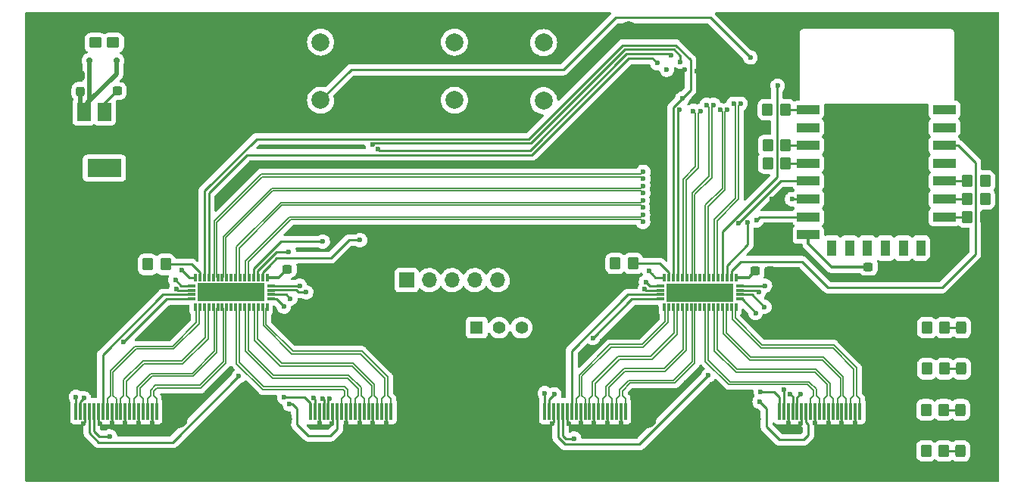
<source format=gbr>
%TF.GenerationSoftware,KiCad,Pcbnew,(6.0.10-0)*%
%TF.CreationDate,2022-12-27T23:39:26-08:00*%
%TF.ProjectId,HDMI-MUX,48444d49-2d4d-4555-982e-6b696361645f,rev?*%
%TF.SameCoordinates,Original*%
%TF.FileFunction,Copper,L1,Top*%
%TF.FilePolarity,Positive*%
%FSLAX46Y46*%
G04 Gerber Fmt 4.6, Leading zero omitted, Abs format (unit mm)*
G04 Created by KiCad (PCBNEW (6.0.10-0)) date 2022-12-27 23:39:26*
%MOMM*%
%LPD*%
G01*
G04 APERTURE LIST*
G04 Aperture macros list*
%AMRoundRect*
0 Rectangle with rounded corners*
0 $1 Rounding radius*
0 $2 $3 $4 $5 $6 $7 $8 $9 X,Y pos of 4 corners*
0 Add a 4 corners polygon primitive as box body*
4,1,4,$2,$3,$4,$5,$6,$7,$8,$9,$2,$3,0*
0 Add four circle primitives for the rounded corners*
1,1,$1+$1,$2,$3*
1,1,$1+$1,$4,$5*
1,1,$1+$1,$6,$7*
1,1,$1+$1,$8,$9*
0 Add four rect primitives between the rounded corners*
20,1,$1+$1,$2,$3,$4,$5,0*
20,1,$1+$1,$4,$5,$6,$7,0*
20,1,$1+$1,$6,$7,$8,$9,0*
20,1,$1+$1,$8,$9,$2,$3,0*%
G04 Aperture macros list end*
%TA.AperFunction,SMDPad,CuDef*%
%ADD10R,0.300000X1.900000*%
%TD*%
%TA.AperFunction,ComponentPad*%
%ADD11C,1.995000*%
%TD*%
%TA.AperFunction,SMDPad,CuDef*%
%ADD12RoundRect,0.250000X-0.350000X-0.450000X0.350000X-0.450000X0.350000X0.450000X-0.350000X0.450000X0*%
%TD*%
%TA.AperFunction,SMDPad,CuDef*%
%ADD13RoundRect,0.237500X0.237500X-0.300000X0.237500X0.300000X-0.237500X0.300000X-0.237500X-0.300000X0*%
%TD*%
%TA.AperFunction,SMDPad,CuDef*%
%ADD14RoundRect,0.250000X0.350000X0.450000X-0.350000X0.450000X-0.350000X-0.450000X0.350000X-0.450000X0*%
%TD*%
%TA.AperFunction,SMDPad,CuDef*%
%ADD15RoundRect,0.250000X-0.450000X0.350000X-0.450000X-0.350000X0.450000X-0.350000X0.450000X0.350000X0*%
%TD*%
%TA.AperFunction,SMDPad,CuDef*%
%ADD16RoundRect,0.237500X0.300000X0.237500X-0.300000X0.237500X-0.300000X-0.237500X0.300000X-0.237500X0*%
%TD*%
%TA.AperFunction,SMDPad,CuDef*%
%ADD17RoundRect,0.250000X0.325000X0.450000X-0.325000X0.450000X-0.325000X-0.450000X0.325000X-0.450000X0*%
%TD*%
%TA.AperFunction,ComponentPad*%
%ADD18C,6.000000*%
%TD*%
%TA.AperFunction,ComponentPad*%
%ADD19R,1.700000X1.700000*%
%TD*%
%TA.AperFunction,ComponentPad*%
%ADD20O,1.700000X1.700000*%
%TD*%
%TA.AperFunction,ComponentPad*%
%ADD21C,2.000000*%
%TD*%
%TA.AperFunction,SMDPad,CuDef*%
%ADD22RoundRect,0.008100X-0.126900X0.421900X-0.126900X-0.421900X0.126900X-0.421900X0.126900X0.421900X0*%
%TD*%
%TA.AperFunction,SMDPad,CuDef*%
%ADD23RoundRect,0.008100X-0.421900X-0.126900X0.421900X-0.126900X0.421900X0.126900X-0.421900X0.126900X0*%
%TD*%
%TA.AperFunction,SMDPad,CuDef*%
%ADD24R,7.550000X2.050000*%
%TD*%
%TA.AperFunction,ComponentPad*%
%ADD25C,0.400000*%
%TD*%
%TA.AperFunction,SMDPad,CuDef*%
%ADD26RoundRect,0.237500X-0.300000X-0.237500X0.300000X-0.237500X0.300000X0.237500X-0.300000X0.237500X0*%
%TD*%
%TA.AperFunction,SMDPad,CuDef*%
%ADD27R,2.500000X1.000000*%
%TD*%
%TA.AperFunction,SMDPad,CuDef*%
%ADD28R,1.000000X1.800000*%
%TD*%
%TA.AperFunction,ComponentPad*%
%ADD29R,1.408000X1.408000*%
%TD*%
%TA.AperFunction,ComponentPad*%
%ADD30C,1.408000*%
%TD*%
%TA.AperFunction,SMDPad,CuDef*%
%ADD31R,1.500000X2.000000*%
%TD*%
%TA.AperFunction,SMDPad,CuDef*%
%ADD32R,3.800000X2.000000*%
%TD*%
%TA.AperFunction,ComponentPad*%
%ADD33O,1.000000X2.000000*%
%TD*%
%TA.AperFunction,ViaPad*%
%ADD34C,0.800000*%
%TD*%
%TA.AperFunction,ViaPad*%
%ADD35C,0.600000*%
%TD*%
%TA.AperFunction,ViaPad*%
%ADD36C,0.700000*%
%TD*%
%TA.AperFunction,Conductor*%
%ADD37C,0.320000*%
%TD*%
%TA.AperFunction,Conductor*%
%ADD38C,0.250000*%
%TD*%
%TA.AperFunction,Conductor*%
%ADD39C,0.127000*%
%TD*%
%TA.AperFunction,Conductor*%
%ADD40C,0.500000*%
%TD*%
%TA.AperFunction,Conductor*%
%ADD41C,0.290000*%
%TD*%
G04 APERTURE END LIST*
D10*
%TO.P,J6,1,1*%
%TO.N,/P3_D2+*%
X57175250Y-62355000D03*
%TO.P,J6,2,2*%
%TO.N,GND*%
X56675250Y-62355000D03*
%TO.P,J6,3,3*%
%TO.N,/P3_D2-*%
X56175250Y-62355000D03*
%TO.P,J6,4,4*%
%TO.N,/P3_D1+*%
X55675250Y-62355000D03*
%TO.P,J6,5,5*%
%TO.N,GND*%
X55175250Y-62355000D03*
%TO.P,J6,6,6*%
%TO.N,/P3_D1-*%
X54675250Y-62355000D03*
%TO.P,J6,7,7*%
%TO.N,/P3_D0+*%
X54175250Y-62355000D03*
%TO.P,J6,8,8*%
%TO.N,GND*%
X53675250Y-62355000D03*
%TO.P,J6,9,9*%
%TO.N,/P3_D0-*%
X53175250Y-62355000D03*
%TO.P,J6,10,10*%
%TO.N,/P3_CLK+*%
X52675250Y-62355000D03*
%TO.P,J6,11,11*%
%TO.N,GND*%
X52175250Y-62355000D03*
%TO.P,J6,12,12*%
%TO.N,/P3_CLK-*%
X51675250Y-62355000D03*
%TO.P,J6,13,13*%
%TO.N,/P3_CEC*%
X51175250Y-62355000D03*
%TO.P,J6,14,14*%
%TO.N,GND*%
X50675250Y-62355000D03*
%TO.P,J6,15,15*%
%TO.N,/P3_SCL*%
X50175250Y-62355000D03*
%TO.P,J6,16,16*%
%TO.N,/P3_SDA*%
X49675250Y-62355000D03*
%TO.P,J6,17,17*%
%TO.N,GND*%
X49175250Y-62355000D03*
%TO.P,J6,18,18*%
%TO.N,+5V*%
X48675250Y-62355000D03*
%TO.P,J6,19,19*%
%TO.N,/P3_HPD*%
X48175250Y-62355000D03*
D11*
%TO.P,J6,S1,SHIELD*%
%TO.N,GND*%
X59675250Y-63255000D03*
%TO.P,J6,S2,SHIELD*%
X45175250Y-63255000D03*
%TO.P,J6,S3,SHIELD*%
X44575250Y-68155000D03*
%TO.P,J6,S4,SHIELD*%
X60275250Y-68155000D03*
%TD*%
D12*
%TO.P,R12,1*%
%TO.N,/LED4*%
X121596250Y-40630000D03*
%TO.P,R12,2*%
%TO.N,GND*%
X123596250Y-40630000D03*
%TD*%
D10*
%TO.P,J7,1,1*%
%TO.N,/P4_D2+*%
X30975250Y-62355000D03*
%TO.P,J7,2,2*%
%TO.N,GND*%
X30475250Y-62355000D03*
%TO.P,J7,3,3*%
%TO.N,/P4_D2-*%
X29975250Y-62355000D03*
%TO.P,J7,4,4*%
%TO.N,/P4_D1+*%
X29475250Y-62355000D03*
%TO.P,J7,5,5*%
%TO.N,GND*%
X28975250Y-62355000D03*
%TO.P,J7,6,6*%
%TO.N,/P4_D1-*%
X28475250Y-62355000D03*
%TO.P,J7,7,7*%
%TO.N,/P4_D0+*%
X27975250Y-62355000D03*
%TO.P,J7,8,8*%
%TO.N,GND*%
X27475250Y-62355000D03*
%TO.P,J7,9,9*%
%TO.N,/P4_D0-*%
X26975250Y-62355000D03*
%TO.P,J7,10,10*%
%TO.N,/P4_CLK+*%
X26475250Y-62355000D03*
%TO.P,J7,11,11*%
%TO.N,GND*%
X25975250Y-62355000D03*
%TO.P,J7,12,12*%
%TO.N,/P4_CLK-*%
X25475250Y-62355000D03*
%TO.P,J7,13,13*%
%TO.N,/P4_CEC*%
X24975250Y-62355000D03*
%TO.P,J7,14,14*%
%TO.N,GND*%
X24475250Y-62355000D03*
%TO.P,J7,15,15*%
%TO.N,/P4_SCL*%
X23975250Y-62355000D03*
%TO.P,J7,16,16*%
%TO.N,/P4_SDA*%
X23475250Y-62355000D03*
%TO.P,J7,17,17*%
%TO.N,GND*%
X22975250Y-62355000D03*
%TO.P,J7,18,18*%
%TO.N,+5V*%
X22475250Y-62355000D03*
%TO.P,J7,19,19*%
%TO.N,/P4_HPD*%
X21975250Y-62355000D03*
D11*
%TO.P,J7,S1,SHIELD*%
%TO.N,GND*%
X33475250Y-63255000D03*
%TO.P,J7,S2,SHIELD*%
X18975250Y-63255000D03*
%TO.P,J7,S3,SHIELD*%
X18375250Y-68155000D03*
%TO.P,J7,S4,SHIELD*%
X34075250Y-68155000D03*
%TD*%
D13*
%TO.P,C2,1*%
%TO.N,VBUS*%
X22456000Y-26566500D03*
%TO.P,C2,2*%
%TO.N,GND*%
X22456000Y-24841500D03*
%TD*%
D14*
%TO.P,R9,1*%
%TO.N,+3.3V*%
X123596250Y-36610000D03*
%TO.P,R9,2*%
%TO.N,/LED1*%
X121596250Y-36610000D03*
%TD*%
D15*
%TO.P,R2,1*%
%TO.N,GND*%
X26126000Y-19104000D03*
%TO.P,R2,2*%
%TO.N,Net-(J2-PadB5)*%
X26126000Y-21104000D03*
%TD*%
D16*
%TO.P,C4,1*%
%TO.N,GND*%
X99622500Y-46680000D03*
%TO.P,C4,2*%
%TO.N,+3.3V*%
X97897500Y-46680000D03*
%TD*%
D14*
%TO.P,R11,1*%
%TO.N,+3.3V*%
X123596250Y-38610000D03*
%TO.P,R11,2*%
%TO.N,/LED2*%
X121596250Y-38610000D03*
%TD*%
D17*
%TO.P,D1,1,K*%
%TO.N,GND*%
X122896250Y-66800000D03*
%TO.P,D1,2,A*%
%TO.N,Net-(D1-Pad2)*%
X120846250Y-66800000D03*
%TD*%
D14*
%TO.P,R5,1*%
%TO.N,Net-(D1-Pad2)*%
X118991250Y-66800000D03*
%TO.P,R5,2*%
%TO.N,/LED1*%
X116991250Y-66800000D03*
%TD*%
D17*
%TO.P,D3,1,K*%
%TO.N,GND*%
X122996250Y-57600000D03*
%TO.P,D3,2,A*%
%TO.N,Net-(D3-Pad2)*%
X120946250Y-57600000D03*
%TD*%
D15*
%TO.P,R1,1*%
%TO.N,GND*%
X24136000Y-19114000D03*
%TO.P,R1,2*%
%TO.N,Net-(J2-PadA5)*%
X24136000Y-21114000D03*
%TD*%
D18*
%TO.P,REF\u002A\u002A,1*%
%TO.N,GND*%
X109982000Y-52578000D03*
%TD*%
D16*
%TO.P,C1,1*%
%TO.N,GND*%
X112272500Y-46200000D03*
%TO.P,C1,2*%
%TO.N,+3.3V*%
X110547500Y-46200000D03*
%TD*%
D14*
%TO.P,R13,1*%
%TO.N,Net-(R13-Pad1)*%
X84260000Y-45810000D03*
%TO.P,R13,2*%
%TO.N,+3.3V*%
X82260000Y-45810000D03*
%TD*%
D19*
%TO.P,J1,1,Pin_1*%
%TO.N,unconnected-(J1-Pad1)*%
X58950000Y-47690000D03*
D20*
%TO.P,J1,2,Pin_2*%
%TO.N,/USB_RX*%
X61490000Y-47690000D03*
%TO.P,J1,3,Pin_3*%
%TO.N,/USB_TX*%
X64030000Y-47690000D03*
%TO.P,J1,4,Pin_4*%
%TO.N,Net-(J1-Pad4)*%
X66570000Y-47690000D03*
%TO.P,J1,5,Pin_5*%
%TO.N,unconnected-(J1-Pad5)*%
X69110000Y-47690000D03*
%TO.P,J1,6,Pin_6*%
%TO.N,GND*%
X71650000Y-47690000D03*
%TD*%
D21*
%TO.P,SW1,1,1*%
%TO.N,GND*%
X69753750Y-21100000D03*
X69753750Y-27600000D03*
%TO.P,SW1,2,2*%
%TO.N,Net-(R4-Pad2)*%
X74253750Y-21100000D03*
X74253750Y-27600000D03*
%TD*%
D10*
%TO.P,J4,1,1*%
%TO.N,/P1_D2+*%
X109584500Y-62357500D03*
%TO.P,J4,2,2*%
%TO.N,GND*%
X109084500Y-62357500D03*
%TO.P,J4,3,3*%
%TO.N,/P1_D2-*%
X108584500Y-62357500D03*
%TO.P,J4,4,4*%
%TO.N,/P1_D1+*%
X108084500Y-62357500D03*
%TO.P,J4,5,5*%
%TO.N,GND*%
X107584500Y-62357500D03*
%TO.P,J4,6,6*%
%TO.N,/P1_D1-*%
X107084500Y-62357500D03*
%TO.P,J4,7,7*%
%TO.N,/P1_D0+*%
X106584500Y-62357500D03*
%TO.P,J4,8,8*%
%TO.N,GND*%
X106084500Y-62357500D03*
%TO.P,J4,9,9*%
%TO.N,/P1_D0-*%
X105584500Y-62357500D03*
%TO.P,J4,10,10*%
%TO.N,/P1_CLK+*%
X105084500Y-62357500D03*
%TO.P,J4,11,11*%
%TO.N,GND*%
X104584500Y-62357500D03*
%TO.P,J4,12,12*%
%TO.N,/P1_CLK-*%
X104084500Y-62357500D03*
%TO.P,J4,13,13*%
%TO.N,/P1_CEC*%
X103584500Y-62357500D03*
%TO.P,J4,14,14*%
%TO.N,GND*%
X103084500Y-62357500D03*
%TO.P,J4,15,15*%
%TO.N,/P1_SCL*%
X102584500Y-62357500D03*
%TO.P,J4,16,16*%
%TO.N,/P1_SDA*%
X102084500Y-62357500D03*
%TO.P,J4,17,17*%
%TO.N,GND*%
X101584500Y-62357500D03*
%TO.P,J4,18,18*%
%TO.N,+5V*%
X101084500Y-62357500D03*
%TO.P,J4,19,19*%
%TO.N,/P1_HPD*%
X100584500Y-62357500D03*
D11*
%TO.P,J4,S1,SHIELD*%
%TO.N,GND*%
X112084500Y-63257500D03*
%TO.P,J4,S2,SHIELD*%
X97584500Y-63257500D03*
%TO.P,J4,S3,SHIELD*%
X96984500Y-68157500D03*
%TO.P,J4,S4,SHIELD*%
X112684500Y-68157500D03*
%TD*%
D18*
%TO.P,REF\u002A\u002A,1*%
%TO.N,GND*%
X82550000Y-30988000D03*
%TD*%
D17*
%TO.P,D4,1,K*%
%TO.N,GND*%
X123006250Y-53000000D03*
%TO.P,D4,2,A*%
%TO.N,Net-(D4-Pad2)*%
X120956250Y-53000000D03*
%TD*%
D22*
%TO.P,U4,1,VCC*%
%TO.N,+3.3V*%
X43324500Y-47372500D03*
%TO.P,U4,2,EN*%
%TO.N,/MUX_B_EN*%
X42824500Y-47372500D03*
%TO.P,U4,3,SCL*%
%TO.N,/IN_SCL*%
X42324500Y-47372500D03*
%TO.P,U4,4,SDA*%
%TO.N,/IN_SDA*%
X41824500Y-47372500D03*
%TO.P,U4,5,D0+*%
%TO.N,/IN_D2+*%
X41324500Y-47372500D03*
%TO.P,U4,6,D0-*%
%TO.N,/IN_D2-*%
X40824500Y-47372500D03*
%TO.P,U4,7,D1+*%
%TO.N,/IN_D1+*%
X40324500Y-47372500D03*
%TO.P,U4,8,D1-*%
%TO.N,/IN_D1-*%
X39824500Y-47372500D03*
%TO.P,U4,9,NC_9*%
%TO.N,unconnected-(U4-Pad9)*%
X39324500Y-47372500D03*
%TO.P,U4,10,D2+*%
%TO.N,/IN_D0+*%
X38824500Y-47372500D03*
%TO.P,U4,11,D2-*%
%TO.N,/IN_D0-*%
X38324500Y-47372500D03*
%TO.P,U4,12,D3+*%
%TO.N,/IN_CLK+*%
X37824500Y-47372500D03*
%TO.P,U4,13,D3-*%
%TO.N,/IN_CLK-*%
X37324500Y-47372500D03*
%TO.P,U4,14,HPD*%
%TO.N,/IN_HPD*%
X36824500Y-47372500D03*
%TO.P,U4,15,CEC*%
%TO.N,/IN_CEC*%
X36324500Y-47372500D03*
%TO.P,U4,16,SEL1*%
%TO.N,Net-(R14-Pad1)*%
X35824500Y-47372500D03*
%TO.P,U4,17,SEL2*%
%TO.N,/MUX_B_SEL*%
X35324500Y-47372500D03*
D23*
%TO.P,U4,18,CEC_A*%
%TO.N,/P3_CEC*%
X34889500Y-48307500D03*
%TO.P,U4,19,HPD_A*%
%TO.N,/P3_HPD*%
X34889500Y-48807500D03*
%TO.P,U4,20,CEC_B*%
%TO.N,/P4_CEC*%
X34889500Y-49307500D03*
%TO.P,U4,21,HPD_B*%
%TO.N,/P4_HPD*%
X34889500Y-49807500D03*
D22*
%TO.P,U4,22,D3-B*%
%TO.N,/P4_CLK-*%
X35324500Y-50742500D03*
%TO.P,U4,23,D3+B*%
%TO.N,/P4_CLK+*%
X35824500Y-50742500D03*
%TO.P,U4,24,D2-B*%
%TO.N,/P4_D0-*%
X36324500Y-50742500D03*
%TO.P,U4,25,D2+B*%
%TO.N,/P4_D0+*%
X36824500Y-50742500D03*
%TO.P,U4,26,D1-B*%
%TO.N,/P4_D1-*%
X37324500Y-50742500D03*
%TO.P,U4,27,D1+B*%
%TO.N,/P4_D1+*%
X37824500Y-50742500D03*
%TO.P,U4,28,D0-B*%
%TO.N,/P4_D2-*%
X38324500Y-50742500D03*
%TO.P,U4,29,D0+B*%
%TO.N,/P4_D2+*%
X38824500Y-50742500D03*
%TO.P,U4,30,NC_30*%
%TO.N,unconnected-(U4-Pad30)*%
X39324500Y-50742500D03*
%TO.P,U4,31,D3-A*%
%TO.N,/P3_CLK-*%
X39824500Y-50742500D03*
%TO.P,U4,32,D3+A*%
%TO.N,/P3_CLK+*%
X40324500Y-50742500D03*
%TO.P,U4,33,D2-A*%
%TO.N,/P3_D0-*%
X40824500Y-50742500D03*
%TO.P,U4,34,D2+A*%
%TO.N,/P3_D0+*%
X41324500Y-50742500D03*
%TO.P,U4,35,D1-A*%
%TO.N,/P3_D1-*%
X41824500Y-50742500D03*
%TO.P,U4,36,D1+A*%
%TO.N,/P3_D1+*%
X42324500Y-50742500D03*
%TO.P,U4,37,D0-A*%
%TO.N,/P3_D2-*%
X42824500Y-50742500D03*
%TO.P,U4,38,D0+A*%
%TO.N,/P3_D2+*%
X43324500Y-50742500D03*
D23*
%TO.P,U4,39,SDA_B*%
%TO.N,/P4_SDA*%
X43759500Y-49807500D03*
%TO.P,U4,40,SCL_B*%
%TO.N,/P4_SCL*%
X43759500Y-49307500D03*
%TO.P,U4,41,SDA_A*%
%TO.N,/P3_SDA*%
X43759500Y-48807500D03*
%TO.P,U4,42,SCL_A*%
%TO.N,/P3_SCL*%
X43759500Y-48307500D03*
D24*
%TO.P,U4,43,GND*%
%TO.N,GND*%
X39324500Y-49057500D03*
D25*
%TO.P,U4,44,GND*%
X42849500Y-49057500D03*
%TO.P,U4,45,GND*%
X41664500Y-48282500D03*
%TO.P,U4,46,GND*%
X41664500Y-49057500D03*
%TO.P,U4,47,GND*%
X41664500Y-49832500D03*
%TO.P,U4,48,GND*%
X40494500Y-48282500D03*
%TO.P,U4,49,GND*%
X40494500Y-49057500D03*
%TO.P,U4,50,GND*%
X40494500Y-49832500D03*
%TO.P,U4,51,GND*%
X39324500Y-48282500D03*
%TO.P,U4,52,GND*%
X39324500Y-49057500D03*
%TO.P,U4,53,GND*%
X39324500Y-49832500D03*
%TO.P,U4,54,GND*%
X38154500Y-48282500D03*
%TO.P,U4,55,GND*%
X38154500Y-49057500D03*
%TO.P,U4,56,GND*%
X38154500Y-49832500D03*
%TO.P,U4,57,GND*%
X36984500Y-48282500D03*
%TO.P,U4,58,GND*%
X36984500Y-49057500D03*
%TO.P,U4,59,GND*%
X36984500Y-49832500D03*
%TO.P,U4,60,GND*%
X35799500Y-49057500D03*
%TD*%
D10*
%TO.P,J5,1,1*%
%TO.N,/P2_D2+*%
X83384500Y-62357500D03*
%TO.P,J5,2,2*%
%TO.N,GND*%
X82884500Y-62357500D03*
%TO.P,J5,3,3*%
%TO.N,/P2_D2-*%
X82384500Y-62357500D03*
%TO.P,J5,4,4*%
%TO.N,/P2_D1+*%
X81884500Y-62357500D03*
%TO.P,J5,5,5*%
%TO.N,GND*%
X81384500Y-62357500D03*
%TO.P,J5,6,6*%
%TO.N,/P2_D1-*%
X80884500Y-62357500D03*
%TO.P,J5,7,7*%
%TO.N,/P2_D0+*%
X80384500Y-62357500D03*
%TO.P,J5,8,8*%
%TO.N,GND*%
X79884500Y-62357500D03*
%TO.P,J5,9,9*%
%TO.N,/P2_D0-*%
X79384500Y-62357500D03*
%TO.P,J5,10,10*%
%TO.N,/P2_CLK+*%
X78884500Y-62357500D03*
%TO.P,J5,11,11*%
%TO.N,GND*%
X78384500Y-62357500D03*
%TO.P,J5,12,12*%
%TO.N,/P2_CLK-*%
X77884500Y-62357500D03*
%TO.P,J5,13,13*%
%TO.N,/P2_CEC*%
X77384500Y-62357500D03*
%TO.P,J5,14,14*%
%TO.N,GND*%
X76884500Y-62357500D03*
%TO.P,J5,15,15*%
%TO.N,/P2_SCL*%
X76384500Y-62357500D03*
%TO.P,J5,16,16*%
%TO.N,/P2_SDA*%
X75884500Y-62357500D03*
%TO.P,J5,17,17*%
%TO.N,GND*%
X75384500Y-62357500D03*
%TO.P,J5,18,18*%
%TO.N,+5V*%
X74884500Y-62357500D03*
%TO.P,J5,19,19*%
%TO.N,/P2_HPD*%
X74384500Y-62357500D03*
D11*
%TO.P,J5,S1,SHIELD*%
%TO.N,GND*%
X85884500Y-63257500D03*
%TO.P,J5,S2,SHIELD*%
X71384500Y-63257500D03*
%TO.P,J5,S3,SHIELD*%
X70784500Y-68157500D03*
%TO.P,J5,S4,SHIELD*%
X86484500Y-68157500D03*
%TD*%
D21*
%TO.P,SW2,1,1*%
%TO.N,Net-(R10-Pad1)*%
X49323750Y-27550000D03*
X49323750Y-21050000D03*
%TO.P,SW2,2,2*%
%TO.N,GND*%
X53823750Y-21050000D03*
X53823750Y-27550000D03*
%TD*%
D14*
%TO.P,R8,1*%
%TO.N,Net-(D4-Pad2)*%
X119091250Y-53000000D03*
%TO.P,R8,2*%
%TO.N,/LED4*%
X117091250Y-53000000D03*
%TD*%
%TO.P,R14,1*%
%TO.N,Net-(R14-Pad1)*%
X31990000Y-45920000D03*
%TO.P,R14,2*%
%TO.N,+3.3V*%
X29990000Y-45920000D03*
%TD*%
D17*
%TO.P,D2,1,K*%
%TO.N,GND*%
X122893750Y-62200000D03*
%TO.P,D2,2,A*%
%TO.N,Net-(D2-Pad2)*%
X120843750Y-62200000D03*
%TD*%
D14*
%TO.P,R7,1*%
%TO.N,Net-(D3-Pad2)*%
X119091250Y-57600000D03*
%TO.P,R7,2*%
%TO.N,/LED3*%
X117091250Y-57600000D03*
%TD*%
D12*
%TO.P,R3,1*%
%TO.N,+3.3V*%
X99296250Y-32610000D03*
%TO.P,R3,2*%
%TO.N,Net-(R3-Pad2)*%
X101296250Y-32610000D03*
%TD*%
D26*
%TO.P,C3,1*%
%TO.N,+3.3V*%
X26593500Y-26514000D03*
%TO.P,C3,2*%
%TO.N,GND*%
X28318500Y-26514000D03*
%TD*%
D22*
%TO.P,U3,1,VCC*%
%TO.N,+3.3V*%
X95743750Y-47375000D03*
%TO.P,U3,2,EN*%
%TO.N,/MUX_A_EN*%
X95243750Y-47375000D03*
%TO.P,U3,3,SCL*%
%TO.N,/IN_SCL*%
X94743750Y-47375000D03*
%TO.P,U3,4,SDA*%
%TO.N,/IN_SDA*%
X94243750Y-47375000D03*
%TO.P,U3,5,D0+*%
%TO.N,/IN_D2+*%
X93743750Y-47375000D03*
%TO.P,U3,6,D0-*%
%TO.N,/IN_D2-*%
X93243750Y-47375000D03*
%TO.P,U3,7,D1+*%
%TO.N,/IN_D1+*%
X92743750Y-47375000D03*
%TO.P,U3,8,D1-*%
%TO.N,/IN_D1-*%
X92243750Y-47375000D03*
%TO.P,U3,9,NC_9*%
%TO.N,unconnected-(U3-Pad9)*%
X91743750Y-47375000D03*
%TO.P,U3,10,D2+*%
%TO.N,/IN_D0+*%
X91243750Y-47375000D03*
%TO.P,U3,11,D2-*%
%TO.N,/IN_D0-*%
X90743750Y-47375000D03*
%TO.P,U3,12,D3+*%
%TO.N,/IN_CLK+*%
X90243750Y-47375000D03*
%TO.P,U3,13,D3-*%
%TO.N,/IN_CLK-*%
X89743750Y-47375000D03*
%TO.P,U3,14,HPD*%
%TO.N,/IN_HPD*%
X89243750Y-47375000D03*
%TO.P,U3,15,CEC*%
%TO.N,/IN_CEC*%
X88743750Y-47375000D03*
%TO.P,U3,16,SEL1*%
%TO.N,Net-(R13-Pad1)*%
X88243750Y-47375000D03*
%TO.P,U3,17,SEL2*%
%TO.N,/MUX_A_SEL*%
X87743750Y-47375000D03*
D23*
%TO.P,U3,18,CEC_A*%
%TO.N,/P1_CEC*%
X87308750Y-48310000D03*
%TO.P,U3,19,HPD_A*%
%TO.N,/P1_HPD*%
X87308750Y-48810000D03*
%TO.P,U3,20,CEC_B*%
%TO.N,/P2_CEC*%
X87308750Y-49310000D03*
%TO.P,U3,21,HPD_B*%
%TO.N,/P2_HPD*%
X87308750Y-49810000D03*
D22*
%TO.P,U3,22,D3-B*%
%TO.N,/P2_CLK-*%
X87743750Y-50745000D03*
%TO.P,U3,23,D3+B*%
%TO.N,/P2_CLK+*%
X88243750Y-50745000D03*
%TO.P,U3,24,D2-B*%
%TO.N,/P2_D0-*%
X88743750Y-50745000D03*
%TO.P,U3,25,D2+B*%
%TO.N,/P2_D0+*%
X89243750Y-50745000D03*
%TO.P,U3,26,D1-B*%
%TO.N,/P2_D1-*%
X89743750Y-50745000D03*
%TO.P,U3,27,D1+B*%
%TO.N,/P2_D1+*%
X90243750Y-50745000D03*
%TO.P,U3,28,D0-B*%
%TO.N,/P2_D2-*%
X90743750Y-50745000D03*
%TO.P,U3,29,D0+B*%
%TO.N,/P2_D2+*%
X91243750Y-50745000D03*
%TO.P,U3,30,NC_30*%
%TO.N,unconnected-(U3-Pad30)*%
X91743750Y-50745000D03*
%TO.P,U3,31,D3-A*%
%TO.N,/P1_CLK-*%
X92243750Y-50745000D03*
%TO.P,U3,32,D3+A*%
%TO.N,/P1_CLK+*%
X92743750Y-50745000D03*
%TO.P,U3,33,D2-A*%
%TO.N,/P1_D0-*%
X93243750Y-50745000D03*
%TO.P,U3,34,D2+A*%
%TO.N,/P1_D0+*%
X93743750Y-50745000D03*
%TO.P,U3,35,D1-A*%
%TO.N,/P1_D1-*%
X94243750Y-50745000D03*
%TO.P,U3,36,D1+A*%
%TO.N,/P1_D1+*%
X94743750Y-50745000D03*
%TO.P,U3,37,D0-A*%
%TO.N,/P1_D2-*%
X95243750Y-50745000D03*
%TO.P,U3,38,D0+A*%
%TO.N,/P1_D2+*%
X95743750Y-50745000D03*
D23*
%TO.P,U3,39,SDA_B*%
%TO.N,/P2_SDA*%
X96178750Y-49810000D03*
%TO.P,U3,40,SCL_B*%
%TO.N,/P2_SCL*%
X96178750Y-49310000D03*
%TO.P,U3,41,SDA_A*%
%TO.N,/P1_SDA*%
X96178750Y-48810000D03*
%TO.P,U3,42,SCL_A*%
%TO.N,/P1_SCL*%
X96178750Y-48310000D03*
D24*
%TO.P,U3,43,GND*%
%TO.N,GND*%
X91743750Y-49060000D03*
D25*
%TO.P,U3,44,GND*%
X95268750Y-49060000D03*
%TO.P,U3,45,GND*%
X94083750Y-48285000D03*
%TO.P,U3,46,GND*%
X94083750Y-49060000D03*
%TO.P,U3,47,GND*%
X94083750Y-49835000D03*
%TO.P,U3,48,GND*%
X92913750Y-48285000D03*
%TO.P,U3,49,GND*%
X92913750Y-49060000D03*
%TO.P,U3,50,GND*%
X92913750Y-49835000D03*
%TO.P,U3,51,GND*%
X91743750Y-48285000D03*
%TO.P,U3,52,GND*%
X91743750Y-49060000D03*
%TO.P,U3,53,GND*%
X91743750Y-49835000D03*
%TO.P,U3,54,GND*%
X90573750Y-48285000D03*
%TO.P,U3,55,GND*%
X90573750Y-49060000D03*
%TO.P,U3,56,GND*%
X90573750Y-49835000D03*
%TO.P,U3,57,GND*%
X89403750Y-48285000D03*
%TO.P,U3,58,GND*%
X89403750Y-49060000D03*
%TO.P,U3,59,GND*%
X89403750Y-49835000D03*
%TO.P,U3,60,GND*%
X88218750Y-49060000D03*
%TD*%
D14*
%TO.P,R10,1*%
%TO.N,Net-(R10-Pad1)*%
X101296250Y-34610000D03*
%TO.P,R10,2*%
%TO.N,+3.3V*%
X99296250Y-34610000D03*
%TD*%
D12*
%TO.P,R4,1*%
%TO.N,+3.3V*%
X99276250Y-28610000D03*
%TO.P,R4,2*%
%TO.N,Net-(R4-Pad2)*%
X101276250Y-28610000D03*
%TD*%
D18*
%TO.P,REF\u002A\u002A,1*%
%TO.N,GND*%
X21590000Y-50800000D03*
%TD*%
D27*
%TO.P,U1,1,~{RST}*%
%TO.N,Net-(R4-Pad2)*%
X103846250Y-28610000D03*
%TO.P,U1,2,ADC*%
%TO.N,unconnected-(U1-Pad2)*%
X103846250Y-30610000D03*
%TO.P,U1,3,EN*%
%TO.N,Net-(R3-Pad2)*%
X103846250Y-32610000D03*
%TO.P,U1,4,GPIO16*%
%TO.N,Net-(R10-Pad1)*%
X103846250Y-34610000D03*
%TO.P,U1,5,GPIO14*%
%TO.N,/MUX_B_SEL*%
X103846250Y-36610000D03*
%TO.P,U1,6,GPIO12*%
%TO.N,/MUX_A_SEL*%
X103846250Y-38610000D03*
%TO.P,U1,7,GPIO13*%
%TO.N,/MUX_B_EN*%
X103846250Y-40610000D03*
%TO.P,U1,8,VCC*%
%TO.N,+3.3V*%
X103846250Y-42610000D03*
D28*
%TO.P,U1,9,CS0*%
%TO.N,unconnected-(U1-Pad9)*%
X106446250Y-44110000D03*
%TO.P,U1,10,MISO*%
%TO.N,unconnected-(U1-Pad10)*%
X108446250Y-44110000D03*
%TO.P,U1,11,GPIO9*%
%TO.N,unconnected-(U1-Pad11)*%
X110446250Y-44110000D03*
%TO.P,U1,12,GPIO10*%
%TO.N,unconnected-(U1-Pad12)*%
X112446250Y-44110000D03*
%TO.P,U1,13,MOSI*%
%TO.N,unconnected-(U1-Pad13)*%
X114446250Y-44110000D03*
%TO.P,U1,14,SCLK*%
%TO.N,unconnected-(U1-Pad14)*%
X116446250Y-44110000D03*
D27*
%TO.P,U1,15,GND*%
%TO.N,GND*%
X119046250Y-42610000D03*
%TO.P,U1,16,GPIO15*%
%TO.N,/LED4*%
X119046250Y-40610000D03*
%TO.P,U1,17,GPIO2*%
%TO.N,/LED2*%
X119046250Y-38610000D03*
%TO.P,U1,18,GPIO0*%
%TO.N,/LED1*%
X119046250Y-36610000D03*
%TO.P,U1,19,GPIO4*%
%TO.N,/LED3*%
X119046250Y-34610000D03*
%TO.P,U1,20,GPIO5*%
%TO.N,/MUX_A_EN*%
X119046250Y-32610000D03*
%TO.P,U1,21,GPIO3/RXD*%
%TO.N,/USB_TX*%
X119046250Y-30610000D03*
%TO.P,U1,22,GPIO1/TXD*%
%TO.N,/USB_RX*%
X119046250Y-28610000D03*
%TD*%
D16*
%TO.P,C5,1*%
%TO.N,GND*%
X47332500Y-46440000D03*
%TO.P,C5,2*%
%TO.N,+3.3V*%
X45607500Y-46440000D03*
%TD*%
D29*
%TO.P,SW4,1,A*%
%TO.N,Net-(J1-Pad4)*%
X66771500Y-53000000D03*
D30*
%TO.P,SW4,2,B*%
%TO.N,+3.3V*%
X69271500Y-53000000D03*
%TO.P,SW4,3*%
%TO.N,N/C*%
X71771500Y-53000000D03*
%TD*%
D14*
%TO.P,R6,1*%
%TO.N,Net-(D2-Pad2)*%
X118991250Y-62200000D03*
%TO.P,R6,2*%
%TO.N,/LED2*%
X116991250Y-62200000D03*
%TD*%
D31*
%TO.P,U2,1,GND*%
%TO.N,GND*%
X27446000Y-28854000D03*
%TO.P,U2,2,VO*%
%TO.N,+3.3V*%
X25146000Y-28854000D03*
D32*
X25146000Y-35154000D03*
D31*
%TO.P,U2,3,VI*%
%TO.N,VBUS*%
X22846000Y-28854000D03*
%TD*%
D21*
%TO.P,SW3,1,1*%
%TO.N,/LED1*%
X64283750Y-21050000D03*
X64283750Y-27550000D03*
%TO.P,SW3,2,2*%
%TO.N,GND*%
X59783750Y-21050000D03*
X59783750Y-27550000D03*
%TD*%
D18*
%TO.P,REF\u002A\u002A,1*%
%TO.N,GND*%
X36322000Y-24130000D03*
%TD*%
D33*
%TO.P,J2,S1,SHIELD*%
%TO.N,GND*%
X20656000Y-23104000D03*
%TO.P,J2,S2,SHIELD*%
X29296000Y-23104000D03*
%TO.P,J2,S3,SHIELD*%
X20656000Y-19304000D03*
%TO.P,J2,S4,SHIELD*%
X29296000Y-19304000D03*
%TD*%
D11*
%TO.P,J3,S1,SHIELD*%
%TO.N,GND*%
X98874500Y-24662500D03*
%TO.P,J3,S2,SHIELD*%
X84374500Y-24662500D03*
%TO.P,J3,S3,SHIELD*%
X83774500Y-19762500D03*
%TO.P,J3,S4,SHIELD*%
X99474500Y-19762500D03*
%TD*%
D34*
%TO.N,GND*%
X123526250Y-40620000D03*
D35*
X81534000Y-49530000D03*
X35052000Y-39624000D03*
X61468000Y-34798000D03*
X70612000Y-30734000D03*
X35560000Y-32004000D03*
X18542000Y-32766000D03*
X26106000Y-19124000D03*
X104902000Y-49784000D03*
X59944000Y-30734000D03*
X101599308Y-63677835D03*
X57912000Y-60198000D03*
X77724000Y-53340000D03*
X88392000Y-60198000D03*
X80264000Y-50800000D03*
X41656000Y-35052000D03*
X90019000Y-24157230D03*
X76454000Y-26162000D03*
X51562000Y-54610000D03*
X25975252Y-63661375D03*
X76200000Y-55118000D03*
X99780000Y-38580000D03*
X82884544Y-63663916D03*
X47752000Y-30734000D03*
X25146000Y-53848000D03*
X79502000Y-34798000D03*
X98044000Y-26924000D03*
X56642000Y-56896000D03*
X33782000Y-51054000D03*
X79884468Y-63663905D03*
X98044000Y-35814000D03*
X98044000Y-30480000D03*
X95874542Y-24256086D03*
X38608000Y-33782000D03*
X78232000Y-24384000D03*
X90170000Y-59182000D03*
X43434000Y-21082000D03*
X28956000Y-50038000D03*
X35052000Y-37338000D03*
X23876000Y-60198000D03*
X76708000Y-34798000D03*
X57658000Y-34798000D03*
X72898000Y-29718000D03*
X110236000Y-58928000D03*
X52578000Y-30734000D03*
X54102000Y-54610000D03*
X39370000Y-62992000D03*
X123190000Y-30734000D03*
X49175240Y-63661383D03*
X28975257Y-63661379D03*
X22830750Y-63760271D03*
X122936000Y-49784000D03*
X35306000Y-60706000D03*
X56675252Y-63661375D03*
X110236000Y-57150000D03*
X47498000Y-34798000D03*
X32258000Y-60706000D03*
X109084499Y-63663874D03*
X44196000Y-51816000D03*
X86868000Y-51816000D03*
X80010000Y-22606000D03*
X103886000Y-53848000D03*
X40386000Y-32004000D03*
X98806000Y-53594000D03*
X92874546Y-24256082D03*
X24892000Y-44704000D03*
X57658000Y-57912000D03*
X104584557Y-63663930D03*
X23876000Y-56388000D03*
X53340000Y-47752000D03*
X36830000Y-35560000D03*
X35052000Y-41656000D03*
X82042000Y-26162000D03*
X27826000Y-29474000D03*
X44450000Y-34798000D03*
D34*
X122991250Y-52970000D03*
D35*
X50530750Y-63760271D03*
X92202000Y-62738000D03*
X27076000Y-29474000D03*
X55626000Y-55880000D03*
X69596000Y-34798000D03*
X45466000Y-30734000D03*
X110490000Y-60452000D03*
X106172000Y-53848000D03*
X54356000Y-34798000D03*
X34290000Y-60706000D03*
X84328000Y-60198000D03*
X89408000Y-59944000D03*
X27826000Y-28224000D03*
X62738000Y-53594000D03*
X81384450Y-63663921D03*
X19050000Y-42164000D03*
X31070000Y-53550000D03*
X38100000Y-38354000D03*
X77029000Y-63762770D03*
X37084000Y-59944000D03*
X42926000Y-28448000D03*
X50038000Y-30734000D03*
X87630000Y-31242000D03*
X76454000Y-32004000D03*
X86614000Y-33782000D03*
X68072000Y-30734000D03*
X87376000Y-28448000D03*
X24136000Y-19124000D03*
X112272500Y-46200000D03*
X64516000Y-65278000D03*
X17780000Y-19304000D03*
X27446000Y-28844000D03*
D34*
X122891250Y-62250000D03*
X122891250Y-66730000D03*
D35*
X74676000Y-33782000D03*
X53675305Y-63661427D03*
X102950000Y-63762771D03*
X18288000Y-55372000D03*
X77470000Y-49022000D03*
X52175302Y-63661424D03*
X22206000Y-23144000D03*
X75240000Y-63762771D03*
X52832000Y-54610000D03*
X100584000Y-53848000D03*
X47330000Y-46460000D03*
X76200000Y-59436000D03*
X48260000Y-51562000D03*
X39624000Y-67564000D03*
X36322000Y-60706000D03*
X85344000Y-60198000D03*
X35052000Y-43688000D03*
X45974000Y-53848000D03*
X27051000Y-28244800D03*
X86360000Y-60198000D03*
X78486000Y-29972000D03*
X37846000Y-59182000D03*
X94374547Y-24256081D03*
X96774000Y-51816000D03*
X78384474Y-63663898D03*
X46990000Y-42164000D03*
X105156000Y-53848000D03*
X91374544Y-24256084D03*
X78994000Y-52070000D03*
X45570000Y-32740000D03*
X72136000Y-34798000D03*
X42926000Y-30734000D03*
D34*
X123001250Y-57650000D03*
D35*
X83170000Y-53310000D03*
X91694000Y-68580000D03*
X107584499Y-63663874D03*
X28318500Y-26514000D03*
X64262000Y-34798000D03*
X51054000Y-34798000D03*
X87376000Y-60198000D03*
X65532000Y-30734000D03*
X62738000Y-30734000D03*
X48260000Y-54610000D03*
X67056000Y-34798000D03*
X26416000Y-52578000D03*
X27475250Y-63661374D03*
X88392000Y-26924000D03*
X55175250Y-63661374D03*
X24619750Y-63760270D03*
X69596000Y-58166000D03*
X40132000Y-36576000D03*
X30475276Y-63661398D03*
D34*
X99620000Y-46680000D03*
D35*
X123698000Y-19812000D03*
X33274000Y-60706000D03*
X27686000Y-51308000D03*
X55118000Y-30734000D03*
X120396000Y-59944000D03*
X22456000Y-24844000D03*
X106084552Y-63663924D03*
%TO.N,/IN_D2+*%
X85363750Y-41166000D03*
X96270500Y-27940000D03*
%TO.N,/IN_D2-*%
X95478500Y-27940000D03*
X85363750Y-40374000D03*
%TO.N,+5V*%
X75438000Y-60452000D03*
X22860000Y-60905498D03*
X88019000Y-24130000D03*
X48556956Y-60908495D03*
X101092000Y-59944000D03*
%TO.N,/IN_D1+*%
X94770500Y-28650000D03*
X85333750Y-39546000D03*
%TO.N,/IN_D1-*%
X93978500Y-28650000D03*
X85333750Y-38754000D03*
%TO.N,/USB_RX*%
X119046250Y-28610000D03*
%TO.N,/USB_TX*%
X119046250Y-30610000D03*
D36*
%TO.N,VBUS*%
X26496000Y-23109000D03*
X23456000Y-23109000D03*
D35*
%TO.N,/IN_D0+*%
X85373750Y-37946000D03*
X93270500Y-28068872D03*
%TO.N,/IN_D0-*%
X85373750Y-37154000D03*
X92478500Y-28068872D03*
%TO.N,/IN_CLK+*%
X85384677Y-36354547D03*
X91770500Y-28760000D03*
%TO.N,/IN_CLK-*%
X85384677Y-35562547D03*
X90978500Y-28760000D03*
%TO.N,/IN_CEC*%
X89723750Y-27380000D03*
%TO.N,/IN_SCL*%
X89537481Y-23237731D03*
X45753750Y-44560000D03*
X97053750Y-41190000D03*
X55123750Y-32525500D03*
%TO.N,/IN_SDA*%
X100393750Y-25930000D03*
X55763750Y-33015500D03*
X49553750Y-43370000D03*
X88523750Y-22514500D03*
%TO.N,/IN_HPD*%
X89388250Y-28650731D03*
X86943750Y-23400000D03*
%TO.N,/P1_CEC*%
X98394500Y-61307500D03*
X85686991Y-47875436D03*
%TO.N,/P1_SCL*%
X102944500Y-60407500D03*
X98984500Y-48307500D03*
%TO.N,/P1_SDA*%
X101794500Y-60407500D03*
X98302271Y-49054500D03*
%TO.N,/P1_HPD*%
X85564500Y-48665500D03*
X98514500Y-60187500D03*
%TO.N,/P2_SCL*%
X98924500Y-50677500D03*
X77654500Y-65417500D03*
%TO.N,/P2_SDA*%
X92670231Y-58341769D03*
X97954500Y-51347500D03*
%TO.N,/P2_HPD*%
X74384500Y-60347500D03*
X79750231Y-54153231D03*
%TO.N,/P3_CEC*%
X45844500Y-61557500D03*
X33104500Y-47677500D03*
%TO.N,/P3_SCL*%
X50336566Y-60942507D03*
X46974500Y-48297500D03*
%TO.N,/P3_SDA*%
X49524500Y-60927500D03*
X47698769Y-49033231D03*
%TO.N,/P3_HPD*%
X33164500Y-48663000D03*
X45244500Y-60807500D03*
%TO.N,/P4_SCL*%
X25774500Y-65177500D03*
X45934500Y-49747500D03*
%TO.N,/P4_SDA*%
X45214500Y-50637500D03*
X40184500Y-58437500D03*
%TO.N,/P4_HPD*%
X27315231Y-54608231D03*
X21974500Y-60757500D03*
%TO.N,/LED4*%
X119046250Y-40610000D03*
X117153750Y-52990000D03*
%TO.N,/LED2*%
X119046250Y-38610000D03*
X116991250Y-62200000D03*
%TO.N,/LED1*%
X119046250Y-36610000D03*
X116991250Y-66800000D03*
X121596250Y-36610000D03*
%TO.N,/LED3*%
X118983750Y-34560000D03*
X117093750Y-57600000D03*
%TO.N,Net-(J2-PadB5)*%
X26126000Y-21104000D03*
%TO.N,+3.3V*%
X26593500Y-26514000D03*
D34*
X97897500Y-46680000D03*
D35*
X29990000Y-45930000D03*
X26086000Y-35154000D03*
X25516000Y-28234000D03*
D34*
X45607500Y-46440000D03*
X123536250Y-36680000D03*
D35*
X24776000Y-29464000D03*
X25056000Y-35154000D03*
X99300000Y-32610000D03*
D34*
X99256250Y-28620000D03*
D35*
X25526000Y-29484000D03*
X24546000Y-35614000D03*
X82290000Y-45850000D03*
X25526000Y-35644000D03*
X25576000Y-34614000D03*
X24576000Y-34604000D03*
X23646000Y-34544000D03*
D34*
X123576250Y-38630000D03*
D35*
X23676000Y-35744000D03*
X24776000Y-28234000D03*
X26606000Y-35714000D03*
X99280000Y-34600000D03*
X24056000Y-35114000D03*
X25156000Y-28854000D03*
X110547500Y-46200000D03*
X26586000Y-34594000D03*
%TO.N,Net-(J2-PadA5)*%
X24136000Y-21114000D03*
%TO.N,Net-(R4-Pad2)*%
X103846250Y-28610000D03*
%TO.N,Net-(R10-Pad1)*%
X103846250Y-34610000D03*
X97344672Y-22759461D03*
%TO.N,/MUX_B_SEL*%
X96063750Y-41340000D03*
X33803750Y-46520000D03*
%TO.N,/MUX_A_SEL*%
X102013750Y-38610000D03*
X86053750Y-46640000D03*
%TO.N,/MUX_B_EN*%
X53733750Y-43200000D03*
X98052161Y-40998411D03*
%TD*%
D37*
%TO.N,GND*%
X122896250Y-66800000D02*
X122896250Y-66735000D01*
D38*
X22456000Y-24841500D02*
X22456000Y-24844000D01*
X106084500Y-63663872D02*
X106084552Y-63663924D01*
X52175250Y-63661372D02*
X52175302Y-63661424D01*
X119046250Y-43560000D02*
X119046250Y-42610000D01*
X107584500Y-62357500D02*
X107584499Y-63663874D01*
X78384500Y-63663872D02*
X78384474Y-63663898D01*
X109084500Y-62357500D02*
X109084499Y-63663874D01*
X28975250Y-63661372D02*
X28975257Y-63661379D01*
D37*
X122996250Y-57600000D02*
X122996250Y-57645000D01*
D38*
X81384500Y-62357500D02*
X81384500Y-63663871D01*
X25975250Y-63661373D02*
X25975252Y-63661375D01*
X49175250Y-63661373D02*
X49175240Y-63661383D01*
X116406250Y-46200000D02*
X119046250Y-43560000D01*
X82884500Y-63663872D02*
X82884544Y-63663916D01*
X53675250Y-63661372D02*
X53675305Y-63661427D01*
X28975250Y-62355000D02*
X28975250Y-63661372D01*
X53675250Y-62355000D02*
X53675250Y-63661372D01*
X75384500Y-63618271D02*
X75240000Y-63762771D01*
X76884500Y-62357500D02*
X76884500Y-63618270D01*
X28318500Y-26514000D02*
X28318500Y-27971500D01*
D37*
X122996250Y-57645000D02*
X123001250Y-57650000D01*
X123596250Y-40630000D02*
X123536250Y-40630000D01*
D38*
X79884500Y-63663873D02*
X79884468Y-63663905D01*
X49175250Y-62355000D02*
X49175250Y-63661373D01*
D37*
X122893750Y-62200000D02*
X122893750Y-62247500D01*
D38*
X27475250Y-62355000D02*
X27475250Y-63661374D01*
X79884500Y-62357500D02*
X79884500Y-63663873D01*
X101584500Y-63663027D02*
X101584500Y-62357500D01*
X75384500Y-62357500D02*
X75384500Y-63618271D01*
X30475250Y-62355000D02*
X30475250Y-63661372D01*
X104584500Y-62357500D02*
X104584500Y-63663873D01*
X30475250Y-63661372D02*
X30475276Y-63661398D01*
X103094500Y-63618271D02*
X102950000Y-63762771D01*
X101599308Y-63677835D02*
X101584500Y-63663027D01*
X50675250Y-62355000D02*
X50675250Y-63615771D01*
D37*
X123536250Y-40630000D02*
X123526250Y-40620000D01*
X122896250Y-66735000D02*
X122891250Y-66730000D01*
D38*
X106084500Y-62357500D02*
X106084500Y-63663872D01*
X55175250Y-62355000D02*
X55175250Y-63661374D01*
X22975250Y-62355000D02*
X22975250Y-63615771D01*
X28318500Y-27971500D02*
X27446000Y-28844000D01*
D37*
X122893750Y-62247500D02*
X122891250Y-62250000D01*
D38*
X50675250Y-63615771D02*
X50530750Y-63760271D01*
X103094500Y-62357500D02*
X103094500Y-63618271D01*
X81384500Y-63663871D02*
X81384450Y-63663921D01*
D37*
X123006250Y-53000000D02*
X123006250Y-52985000D01*
D38*
X24475250Y-63615770D02*
X24619750Y-63760270D01*
D37*
X123006250Y-52985000D02*
X122991250Y-52970000D01*
D38*
X22975250Y-63615771D02*
X22830750Y-63760271D01*
X104584500Y-63663873D02*
X104584557Y-63663930D01*
X76884500Y-63618270D02*
X77029000Y-63762770D01*
X82884500Y-62357500D02*
X82884500Y-63663872D01*
X24475250Y-62355000D02*
X24475250Y-63615770D01*
X56675250Y-62355000D02*
X56675250Y-63661373D01*
X25975250Y-62355000D02*
X25975250Y-63661373D01*
X112272500Y-46200000D02*
X116406250Y-46200000D01*
X52175250Y-62355000D02*
X52175250Y-63661372D01*
X56675250Y-63661373D02*
X56675252Y-63661375D01*
X78384500Y-62357500D02*
X78384500Y-63663872D01*
D39*
%TO.N,/IN_D2+*%
X93653251Y-41016067D02*
X93653251Y-47284501D01*
X41234001Y-47282001D02*
X41324500Y-47372500D01*
X85127251Y-40929501D02*
X45959817Y-40929501D01*
X96034001Y-28176499D02*
X96034001Y-38635317D01*
X85363750Y-41166000D02*
X85127251Y-40929501D01*
X93653251Y-47284501D02*
X93743750Y-47375000D01*
X45959817Y-40929501D02*
X41234001Y-45655317D01*
X41234001Y-45655317D02*
X41234001Y-47282001D01*
X96270500Y-27940000D02*
X96034001Y-28176499D01*
X96034001Y-38635317D02*
X93653251Y-41016067D01*
%TO.N,/IN_D2-*%
X40914999Y-45523183D02*
X40914999Y-47282001D01*
X95714999Y-38503183D02*
X93334249Y-40883933D01*
X85363750Y-40374000D02*
X85127251Y-40610499D01*
X93334249Y-47284501D02*
X93243750Y-47375000D01*
X93334249Y-40883933D02*
X93334249Y-47284501D01*
X95478500Y-27940000D02*
X95714999Y-28176499D01*
X95714999Y-28176499D02*
X95714999Y-38503183D01*
X85127251Y-40610499D02*
X45827683Y-40610499D01*
X45827683Y-40610499D02*
X40914999Y-45523183D01*
X40914999Y-47282001D02*
X40824500Y-47372500D01*
D38*
%TO.N,+5V*%
X22475250Y-61290248D02*
X22475250Y-62355000D01*
X22860000Y-60905498D02*
X22475250Y-61290248D01*
X101084500Y-59951500D02*
X101092000Y-59944000D01*
X48675250Y-61026789D02*
X48675250Y-62355000D01*
X101084500Y-62357500D02*
X101084500Y-59951500D01*
X74884500Y-62357500D02*
X74884500Y-61005500D01*
X74884500Y-61005500D02*
X75438000Y-60452000D01*
X48556956Y-60908495D02*
X48675250Y-61026789D01*
D39*
%TO.N,/IN_D1+*%
X85097251Y-39309501D02*
X45009817Y-39309501D01*
X85333750Y-39546000D02*
X85097251Y-39309501D01*
X92653251Y-47284501D02*
X92743750Y-47375000D01*
X94534001Y-28886499D02*
X94534001Y-37545317D01*
X40234001Y-44085317D02*
X40234001Y-47282001D01*
X94770500Y-28650000D02*
X94534001Y-28886499D01*
X92653251Y-39426067D02*
X92653251Y-47284501D01*
X94534001Y-37545317D02*
X92653251Y-39426067D01*
X45009817Y-39309501D02*
X40234001Y-44085317D01*
X40234001Y-47282001D02*
X40324500Y-47372500D01*
%TO.N,/IN_D1-*%
X94214999Y-37413183D02*
X92334249Y-39293933D01*
X94214999Y-28886499D02*
X94214999Y-37413183D01*
X44877683Y-38990499D02*
X39914999Y-43953183D01*
X93978500Y-28650000D02*
X94214999Y-28886499D01*
X92334249Y-47284501D02*
X92243750Y-47375000D01*
X85333750Y-38754000D02*
X85097251Y-38990499D01*
X85097251Y-38990499D02*
X44877683Y-38990499D01*
X39914999Y-43953183D02*
X39914999Y-47282001D01*
X92334249Y-39293933D02*
X92334249Y-47284501D01*
X39914999Y-47282001D02*
X39824500Y-47372500D01*
D38*
%TO.N,Net-(D1-Pad2)*%
X120846250Y-66800000D02*
X118991250Y-66800000D01*
%TO.N,Net-(D2-Pad2)*%
X118991250Y-62200000D02*
X120843750Y-62200000D01*
%TO.N,Net-(D3-Pad2)*%
X120946250Y-57600000D02*
X119091250Y-57600000D01*
%TO.N,Net-(D4-Pad2)*%
X119091250Y-53000000D02*
X120956250Y-53000000D01*
D40*
%TO.N,VBUS*%
X23411000Y-27689000D02*
X22846000Y-28254000D01*
X26486000Y-24614000D02*
X23411000Y-27689000D01*
X26486000Y-23119000D02*
X26496000Y-23109000D01*
X26486000Y-24614000D02*
X26486000Y-23119000D01*
X22456000Y-26566500D02*
X22456000Y-28464000D01*
X23456000Y-27644000D02*
X23411000Y-27689000D01*
X22846000Y-28254000D02*
X22846000Y-28854000D01*
X23456000Y-23109000D02*
X23456000Y-27644000D01*
X22846000Y-28854000D02*
X22846000Y-28544000D01*
X22456000Y-28464000D02*
X22846000Y-28854000D01*
D39*
%TO.N,/IN_D0+*%
X38734001Y-42945317D02*
X38734001Y-47282001D01*
X38734001Y-47282001D02*
X38824500Y-47372500D01*
X93270500Y-28068872D02*
X93034001Y-28305371D01*
X85137251Y-37709501D02*
X43969817Y-37709501D01*
X93034001Y-28305371D02*
X93034001Y-36215317D01*
X43969817Y-37709501D02*
X38734001Y-42945317D01*
X91153251Y-47284501D02*
X91243750Y-47375000D01*
X85373750Y-37946000D02*
X85137251Y-37709501D01*
X91153251Y-38096067D02*
X91153251Y-47284501D01*
X93034001Y-36215317D02*
X91153251Y-38096067D01*
%TO.N,/IN_D0-*%
X90834249Y-47284501D02*
X90743750Y-47375000D01*
X92714999Y-28305371D02*
X92714999Y-36083183D01*
X38414999Y-47282001D02*
X38324500Y-47372500D01*
X85373750Y-37154000D02*
X85137251Y-37390499D01*
X90834249Y-37963933D02*
X90834249Y-47284501D01*
X43837683Y-37390499D02*
X38414999Y-42813183D01*
X92714999Y-36083183D02*
X90834249Y-37963933D01*
X85137251Y-37390499D02*
X43837683Y-37390499D01*
X92478500Y-28068872D02*
X92714999Y-28305371D01*
X38414999Y-42813183D02*
X38414999Y-47282001D01*
%TO.N,/IN_CLK+*%
X37734001Y-41185317D02*
X37734001Y-47282001D01*
X42801270Y-36118048D02*
X37734001Y-41185317D01*
X91534001Y-35115317D02*
X90153251Y-36496067D01*
X91770500Y-28760000D02*
X91534001Y-28996499D01*
X85384677Y-36354547D02*
X85148178Y-36118048D01*
X90153251Y-36496067D02*
X90153251Y-47284501D01*
X85148178Y-36118048D02*
X42801270Y-36118048D01*
X90153251Y-47284501D02*
X90243750Y-47375000D01*
X37734001Y-47282001D02*
X37824500Y-47372500D01*
X91534001Y-28996499D02*
X91534001Y-35115317D01*
%TO.N,/IN_CLK-*%
X85384677Y-35562547D02*
X85148178Y-35799046D01*
X90978500Y-28760000D02*
X91214999Y-28996499D01*
X89834249Y-36363933D02*
X89834249Y-47284501D01*
X89834249Y-47284501D02*
X89743750Y-47375000D01*
X42669136Y-35799046D02*
X37414999Y-41053183D01*
X91214999Y-28996499D02*
X91214999Y-34983183D01*
X85148178Y-35799046D02*
X42669136Y-35799046D01*
X37414999Y-47282001D02*
X37324500Y-47372500D01*
X37414999Y-41053183D02*
X37414999Y-47282001D01*
X91214999Y-34983183D02*
X89834249Y-36363933D01*
D41*
%TO.N,/IN_CEC*%
X90664000Y-26439750D02*
X90664000Y-23047286D01*
X42153750Y-31880000D02*
X36324500Y-37709250D01*
X89723750Y-27380000D02*
X90664000Y-26439750D01*
X83100786Y-21380000D02*
X72600786Y-31880000D01*
X88743750Y-28360000D02*
X89723750Y-27380000D01*
X88996714Y-21380000D02*
X83100786Y-21380000D01*
X36324500Y-37709250D02*
X36324500Y-47372500D01*
X88743750Y-29965783D02*
X88743750Y-28360000D01*
X88743750Y-29965783D02*
X88743750Y-47375000D01*
X72600786Y-31880000D02*
X42153750Y-31880000D01*
X90664000Y-23047286D02*
X88996714Y-21380000D01*
%TO.N,/IN_SCL*%
X44532600Y-44560000D02*
X44379070Y-44560000D01*
X89537481Y-22613731D02*
X89537481Y-23237731D01*
X44379070Y-44560000D02*
X42953750Y-45985320D01*
X42953750Y-45985320D02*
X42304500Y-46634570D01*
X55279250Y-32370000D02*
X72803750Y-32370000D01*
X97072367Y-41171383D02*
X97053750Y-41190000D01*
X45753750Y-44560000D02*
X44532600Y-44560000D01*
X72803750Y-32370000D02*
X83303750Y-21870000D01*
X42304500Y-46634570D02*
X42304500Y-47420000D01*
X83303750Y-21870000D02*
X88793750Y-21870000D01*
X94743750Y-47375000D02*
X94743750Y-46020000D01*
X97072367Y-43691383D02*
X97072367Y-41121383D01*
X94743750Y-46020000D02*
X97072367Y-43691383D01*
X97072367Y-41121383D02*
X97072367Y-41171383D01*
X55123750Y-32525500D02*
X55279250Y-32370000D01*
X88793750Y-21870000D02*
X89537481Y-22613731D01*
%TO.N,/IN_SDA*%
X94243750Y-47375000D02*
X94243750Y-42247832D01*
X85943750Y-22360000D02*
X83593750Y-22360000D01*
X83593750Y-22360000D02*
X83573750Y-22380000D01*
X88369250Y-22360000D02*
X87403750Y-22360000D01*
X55918250Y-33170000D02*
X55763750Y-33015500D01*
X72703750Y-33170000D02*
X55918250Y-33170000D01*
X100323750Y-26000000D02*
X100393750Y-25930000D01*
X44863750Y-43370000D02*
X41814500Y-46419250D01*
X100323750Y-36167832D02*
X100323750Y-26000000D01*
X41814500Y-46419250D02*
X41814500Y-47372500D01*
X72703750Y-33170000D02*
X83513750Y-22360000D01*
X87403750Y-22360000D02*
X85943750Y-22360000D01*
X88523750Y-22514500D02*
X88369250Y-22360000D01*
X83513750Y-22360000D02*
X83593750Y-22360000D01*
X94243750Y-42247832D02*
X100323750Y-36167832D01*
X49553750Y-43370000D02*
X44863750Y-43370000D01*
%TO.N,/IN_HPD*%
X72923750Y-33660000D02*
X69943750Y-33660000D01*
X86393750Y-22850000D02*
X86093750Y-22850000D01*
X86943750Y-23400000D02*
X86393750Y-22850000D01*
X36814500Y-37912214D02*
X36814500Y-47362500D01*
X89243750Y-33734500D02*
X89243750Y-28795231D01*
X83733750Y-22850000D02*
X72923750Y-33660000D01*
X69943750Y-33660000D02*
X44183750Y-33660000D01*
X86093750Y-22850000D02*
X83733750Y-22850000D01*
X44183750Y-33660000D02*
X41066714Y-33660000D01*
X89243750Y-28795231D02*
X89388250Y-28650731D01*
X89243750Y-47375000D02*
X89243750Y-33734500D01*
X36814500Y-47362500D02*
X36824500Y-47372500D01*
X41066714Y-33660000D02*
X36814500Y-37912214D01*
D39*
%TO.N,/P1_D2+*%
X98669818Y-54950500D02*
X95653251Y-51933933D01*
X95653251Y-51933933D02*
X95653251Y-50835499D01*
X95653251Y-50835499D02*
X95743750Y-50745000D01*
X109244000Y-60591999D02*
X109244000Y-57484682D01*
X109584500Y-60932499D02*
X109244000Y-60591999D01*
X109244000Y-57484682D02*
X106709818Y-54950500D01*
X106709818Y-54950500D02*
X98669818Y-54950500D01*
X109584500Y-62357500D02*
X109584500Y-60932499D01*
%TO.N,/P1_D2-*%
X95334249Y-50835499D02*
X95243750Y-50745000D01*
X108584500Y-62357500D02*
X108584500Y-60932499D01*
X108925000Y-60591999D02*
X108925000Y-57616818D01*
X106577682Y-55269500D02*
X98537682Y-55269500D01*
X108925000Y-57616818D02*
X106577682Y-55269500D01*
X108584500Y-60932499D02*
X108925000Y-60591999D01*
X95334249Y-52066067D02*
X95334249Y-50835499D01*
X98537682Y-55269500D02*
X95334249Y-52066067D01*
%TO.N,/P1_D1+*%
X94653251Y-53573933D02*
X94653251Y-50835499D01*
X105549818Y-56320500D02*
X97399818Y-56320500D01*
X94653251Y-50835499D02*
X94743750Y-50745000D01*
X107744000Y-58514682D02*
X105549818Y-56320500D01*
X108084500Y-62357500D02*
X108084500Y-60932499D01*
X107744000Y-60591999D02*
X107744000Y-58514682D01*
X97399818Y-56320500D02*
X94653251Y-53573933D01*
X108084500Y-60932499D02*
X107744000Y-60591999D01*
%TO.N,/P1_D1-*%
X94334249Y-53706067D02*
X94334249Y-50835499D01*
X107084500Y-60932499D02*
X107425000Y-60591999D01*
X107425000Y-58646818D02*
X105417682Y-56639500D01*
X97267682Y-56639500D02*
X94334249Y-53706067D01*
X94334249Y-50835499D02*
X94243750Y-50745000D01*
X107084500Y-62357500D02*
X107084500Y-60932499D01*
X105417682Y-56639500D02*
X97267682Y-56639500D01*
X107425000Y-60591999D02*
X107425000Y-58646818D01*
%TO.N,/P1_D0+*%
X106244000Y-59234682D02*
X104699818Y-57690500D01*
X106244000Y-60591999D02*
X106244000Y-59234682D01*
X106584500Y-62357500D02*
X106584500Y-60932499D01*
X104699818Y-57690500D02*
X95879818Y-57690500D01*
X106584500Y-60932499D02*
X106244000Y-60591999D01*
X95879818Y-57690500D02*
X93653251Y-55463933D01*
X93653251Y-55463933D02*
X93653251Y-50835499D01*
X93653251Y-50835499D02*
X93743750Y-50745000D01*
%TO.N,/P1_D0-*%
X93334249Y-55596067D02*
X93334249Y-50835499D01*
X104567682Y-58009500D02*
X95747682Y-58009500D01*
X105584500Y-60932499D02*
X105925000Y-60591999D01*
X95747682Y-58009500D02*
X93334249Y-55596067D01*
X105925000Y-59366818D02*
X104567682Y-58009500D01*
X105584500Y-62357500D02*
X105584500Y-60932499D01*
X93334249Y-50835499D02*
X93243750Y-50745000D01*
X105925000Y-60591999D02*
X105925000Y-59366818D01*
D41*
%TO.N,/P1_CEC*%
X99174500Y-62087500D02*
X99174500Y-64117500D01*
X99174500Y-64117500D02*
X100614500Y-65557500D01*
X103584500Y-63597500D02*
X103584500Y-62357500D01*
X103854500Y-64987500D02*
X103854500Y-63867500D01*
X103854500Y-63867500D02*
X103584500Y-63597500D01*
X86121555Y-48310000D02*
X85686991Y-47875436D01*
X98394500Y-61307500D02*
X99174500Y-62087500D01*
X87308750Y-48310000D02*
X86121555Y-48310000D01*
X103284500Y-65557500D02*
X103854500Y-64987500D01*
X100614500Y-65557500D02*
X103284500Y-65557500D01*
%TO.N,/P1_SCL*%
X102584500Y-62357500D02*
X102584500Y-60767500D01*
X96178750Y-48310000D02*
X98982000Y-48310000D01*
X102584500Y-60767500D02*
X102944500Y-60407500D01*
X98982000Y-48310000D02*
X98984500Y-48307500D01*
%TO.N,/P1_SDA*%
X102084500Y-60697500D02*
X101794500Y-60407500D01*
X102084500Y-62357500D02*
X102084500Y-60697500D01*
X96188750Y-48810000D02*
X98057771Y-48810000D01*
X98057771Y-48810000D02*
X98302271Y-49054500D01*
%TO.N,/P1_HPD*%
X87308750Y-48810000D02*
X85709000Y-48810000D01*
X100004500Y-60187500D02*
X100584500Y-60767500D01*
X100584500Y-60767500D02*
X100584500Y-62357500D01*
X85709000Y-48810000D02*
X85564500Y-48665500D01*
X98514500Y-60187500D02*
X100004500Y-60187500D01*
D39*
%TO.N,/P2_D2+*%
X83044000Y-60065318D02*
X83909818Y-59199500D01*
X83384500Y-62357500D02*
X83384500Y-60932499D01*
X83909818Y-59199500D02*
X88919818Y-59199500D01*
X83044000Y-60591999D02*
X83044000Y-60065318D01*
X88919818Y-59199500D02*
X91153251Y-56966067D01*
X83384500Y-60932499D02*
X83044000Y-60591999D01*
X91153251Y-50835499D02*
X91243750Y-50745000D01*
X91153251Y-56966067D02*
X91153251Y-50835499D01*
%TO.N,/P2_D2-*%
X83777682Y-58880500D02*
X88787682Y-58880500D01*
X82725000Y-59933182D02*
X83777682Y-58880500D01*
X90834249Y-50835499D02*
X90743750Y-50745000D01*
X82384500Y-62357500D02*
X82384500Y-60932499D01*
X82725000Y-60591999D02*
X82725000Y-59933182D01*
X88787682Y-58880500D02*
X90834249Y-56833933D01*
X82384500Y-60932499D02*
X82725000Y-60591999D01*
X90834249Y-56833933D02*
X90834249Y-50835499D01*
%TO.N,/P2_D1+*%
X83339818Y-57899500D02*
X87829818Y-57899500D01*
X87829818Y-57899500D02*
X90153251Y-55576067D01*
X81884500Y-60932499D02*
X81544000Y-60591999D01*
X90153251Y-55576067D02*
X90153251Y-50835499D01*
X81884500Y-62357500D02*
X81884500Y-60932499D01*
X81544000Y-60591999D02*
X81544000Y-59695318D01*
X81544000Y-59695318D02*
X83339818Y-57899500D01*
X90153251Y-50835499D02*
X90243750Y-50745000D01*
%TO.N,/P2_D1-*%
X81225000Y-60591999D02*
X81225000Y-59563182D01*
X89834249Y-55443933D02*
X89834249Y-50835499D01*
X83207682Y-57580500D02*
X87697682Y-57580500D01*
X80884500Y-62357500D02*
X80884500Y-60932499D01*
X81225000Y-59563182D02*
X83207682Y-57580500D01*
X87697682Y-57580500D02*
X89834249Y-55443933D01*
X89834249Y-50835499D02*
X89743750Y-50745000D01*
X80884500Y-60932499D02*
X81225000Y-60591999D01*
%TO.N,/P2_D0+*%
X89153251Y-50835499D02*
X89243750Y-50745000D01*
X80384500Y-62357500D02*
X80384500Y-60932499D01*
X80384500Y-60932499D02*
X80044000Y-60591999D01*
X86339818Y-56539500D02*
X89153251Y-53726067D01*
X89153251Y-53726067D02*
X89153251Y-50835499D01*
X80044000Y-60591999D02*
X80044000Y-59225318D01*
X82729818Y-56539500D02*
X86339818Y-56539500D01*
X80044000Y-59225318D02*
X82729818Y-56539500D01*
%TO.N,/P2_D0-*%
X88834249Y-50835499D02*
X88743750Y-50745000D01*
X88834249Y-53593933D02*
X88834249Y-50835499D01*
X82597682Y-56220500D02*
X86207682Y-56220500D01*
X79384500Y-60932499D02*
X79725000Y-60591999D01*
X79725000Y-59093182D02*
X82597682Y-56220500D01*
X79725000Y-60591999D02*
X79725000Y-59093182D01*
X79384500Y-62357500D02*
X79384500Y-60932499D01*
X86207682Y-56220500D02*
X88834249Y-53593933D01*
%TO.N,/P2_CLK+*%
X88153251Y-52436067D02*
X88153251Y-50835499D01*
X78884500Y-62357500D02*
X78884500Y-60932499D01*
X78544000Y-60591999D02*
X78544000Y-58455318D01*
X78544000Y-58455318D02*
X81789818Y-55209500D01*
X81789818Y-55209500D02*
X85379818Y-55209500D01*
X85379818Y-55209500D02*
X88153251Y-52436067D01*
X78884500Y-60932499D02*
X78544000Y-60591999D01*
X88153251Y-50835499D02*
X88243750Y-50745000D01*
%TO.N,/P2_CLK-*%
X85247682Y-54890500D02*
X87834249Y-52303933D01*
X77884500Y-62357500D02*
X77884500Y-60932499D01*
X78225000Y-60591999D02*
X78225000Y-58323182D01*
X78225000Y-58323182D02*
X81657682Y-54890500D01*
X87834249Y-50835499D02*
X87743750Y-50745000D01*
X77884500Y-60932499D02*
X78225000Y-60591999D01*
X81657682Y-54890500D02*
X85247682Y-54890500D01*
X87834249Y-52303933D02*
X87834249Y-50835499D01*
D41*
%TO.N,/P2_CEC*%
X83682000Y-49310000D02*
X77384500Y-55607500D01*
X87308750Y-49310000D02*
X83682000Y-49310000D01*
X77384500Y-55607500D02*
X77384500Y-62357500D01*
%TO.N,/P2_SCL*%
X97557000Y-49310000D02*
X98924500Y-50677500D01*
X96178750Y-49310000D02*
X97557000Y-49310000D01*
X76384500Y-65107500D02*
X76384500Y-62357500D01*
X76694500Y-65417500D02*
X76384500Y-65107500D01*
X77654500Y-65417500D02*
X76694500Y-65417500D01*
%TO.N,/P2_SDA*%
X81104500Y-66067500D02*
X84973082Y-66067500D01*
X84973082Y-66067500D02*
X92670231Y-58370351D01*
X96178750Y-49810000D02*
X96417000Y-49810000D01*
X75884500Y-65300464D02*
X76651536Y-66067500D01*
X75884500Y-62357500D02*
X75884500Y-65300464D01*
X76651536Y-66067500D02*
X81104500Y-66067500D01*
X96417000Y-49810000D02*
X97954500Y-51347500D01*
X92670231Y-58370351D02*
X92670231Y-58341769D01*
%TO.N,/P2_HPD*%
X87308750Y-49810000D02*
X84093462Y-49810000D01*
X84093462Y-49810000D02*
X79750231Y-54153231D01*
X74384500Y-60347500D02*
X74384500Y-62357500D01*
D39*
%TO.N,/P3_D2+*%
X56834750Y-60589499D02*
X56834750Y-58532182D01*
X46210568Y-55628000D02*
X43234001Y-52651433D01*
X43234001Y-52651433D02*
X43234001Y-50832999D01*
X43234001Y-50832999D02*
X43324500Y-50742500D01*
X53930568Y-55628000D02*
X46210568Y-55628000D01*
X56834750Y-58532182D02*
X53930568Y-55628000D01*
X57175250Y-62355000D02*
X57175250Y-60929999D01*
X57175250Y-60929999D02*
X56834750Y-60589499D01*
%TO.N,/P3_D2-*%
X46078432Y-55947000D02*
X42914999Y-52783567D01*
X56515750Y-58664318D02*
X53798432Y-55947000D01*
X56515750Y-60589499D02*
X56515750Y-58664318D01*
X56175250Y-60929999D02*
X56515750Y-60589499D01*
X42914999Y-52783567D02*
X42914999Y-50832999D01*
X56175250Y-62355000D02*
X56175250Y-60929999D01*
X53798432Y-55947000D02*
X46078432Y-55947000D01*
X42914999Y-50832999D02*
X42824500Y-50742500D01*
%TO.N,/P3_D1+*%
X55334750Y-59372182D02*
X52960568Y-56998000D01*
X42234001Y-50832999D02*
X42324500Y-50742500D01*
X55334750Y-60589499D02*
X55334750Y-59372182D01*
X55675250Y-62355000D02*
X55675250Y-60929999D01*
X55675250Y-60929999D02*
X55334750Y-60589499D01*
X52960568Y-56998000D02*
X44940568Y-56998000D01*
X42234001Y-54291433D02*
X42234001Y-50832999D01*
X44940568Y-56998000D02*
X42234001Y-54291433D01*
%TO.N,/P3_D1-*%
X52828432Y-57317000D02*
X44808432Y-57317000D01*
X44808432Y-57317000D02*
X41914999Y-54423567D01*
X54675250Y-62355000D02*
X54675250Y-60929999D01*
X41914999Y-54423567D02*
X41914999Y-50832999D01*
X55015750Y-59504318D02*
X52828432Y-57317000D01*
X41914999Y-50832999D02*
X41824500Y-50742500D01*
X54675250Y-60929999D02*
X55015750Y-60589499D01*
X55015750Y-60589499D02*
X55015750Y-59504318D01*
%TO.N,/P3_D0+*%
X41234001Y-55511433D02*
X41234001Y-50832999D01*
X44050568Y-58328000D02*
X41234001Y-55511433D01*
X54175250Y-60929999D02*
X53834750Y-60589499D01*
X53834750Y-60589499D02*
X53834750Y-59722182D01*
X53834750Y-59722182D02*
X52440568Y-58328000D01*
X54175250Y-62355000D02*
X54175250Y-60929999D01*
X52440568Y-58328000D02*
X44050568Y-58328000D01*
X41234001Y-50832999D02*
X41324500Y-50742500D01*
%TO.N,/P3_D0-*%
X40914999Y-55643567D02*
X40914999Y-50832999D01*
X52308432Y-58647000D02*
X43918432Y-58647000D01*
X53175250Y-60929999D02*
X53515750Y-60589499D01*
X43918432Y-58647000D02*
X40914999Y-55643567D01*
X53175250Y-62355000D02*
X53175250Y-60929999D01*
X53515750Y-59854318D02*
X52308432Y-58647000D01*
X40914999Y-50832999D02*
X40824500Y-50742500D01*
X53515750Y-60589499D02*
X53515750Y-59854318D01*
%TO.N,/P3_CLK+*%
X42970568Y-59628000D02*
X40234001Y-56891433D01*
X40234001Y-56891433D02*
X40234001Y-50832999D01*
X52002765Y-59628000D02*
X42970568Y-59628000D01*
X52334750Y-60589499D02*
X52334750Y-59959985D01*
X52675250Y-60929999D02*
X52334750Y-60589499D01*
X52675250Y-62355000D02*
X52675250Y-60929999D01*
X40234001Y-50832999D02*
X40324500Y-50742500D01*
X52334750Y-59959985D02*
X52002765Y-59628000D01*
%TO.N,/P3_CLK-*%
X51675250Y-60929999D02*
X52015750Y-60589499D01*
X52015750Y-60092121D02*
X51870629Y-59947000D01*
X52015750Y-60589499D02*
X52015750Y-60092121D01*
X39914999Y-50832999D02*
X39824500Y-50742500D01*
X39914999Y-57023567D02*
X39914999Y-50832999D01*
X51870629Y-59947000D02*
X42838432Y-59947000D01*
X51675250Y-62355000D02*
X51675250Y-60929999D01*
X42838432Y-59947000D02*
X39914999Y-57023567D01*
D41*
%TO.N,/P3_CEC*%
X50434500Y-65097500D02*
X51175250Y-64356750D01*
X47934500Y-65097500D02*
X50434500Y-65097500D01*
X33734500Y-48307500D02*
X33104500Y-47677500D01*
X46664500Y-62087500D02*
X46664500Y-63827500D01*
X46664500Y-63827500D02*
X47934500Y-65097500D01*
X34889500Y-48307500D02*
X33734500Y-48307500D01*
X51175250Y-64356750D02*
X51175250Y-62355000D01*
X45844500Y-61557500D02*
X46134500Y-61557500D01*
X46134500Y-61557500D02*
X46664500Y-62087500D01*
%TO.N,/P3_SCL*%
X46974500Y-48297500D02*
X43769500Y-48297500D01*
X50175250Y-61103823D02*
X50336566Y-60942507D01*
X50175250Y-62355000D02*
X50175250Y-61103823D01*
X43769500Y-48297500D02*
X43759500Y-48307500D01*
%TO.N,/P3_SDA*%
X46552332Y-48787500D02*
X44144500Y-48787500D01*
X49675250Y-61078250D02*
X49524500Y-60927500D01*
X47698769Y-49033231D02*
X46798063Y-49033231D01*
X49675250Y-62355000D02*
X49675250Y-61078250D01*
X46798063Y-49033231D02*
X46552332Y-48787500D01*
%TO.N,/P3_HPD*%
X47544500Y-60807500D02*
X45244500Y-60807500D01*
X47594500Y-60857500D02*
X47544500Y-60807500D01*
X48175250Y-61438250D02*
X47594500Y-60857500D01*
X33309000Y-48807500D02*
X33164500Y-48663000D01*
X48175250Y-62355000D02*
X48175250Y-61438250D01*
X34889500Y-48807500D02*
X33309000Y-48807500D01*
D39*
%TO.N,/P4_D2+*%
X30975250Y-62355000D02*
X30975250Y-60929999D01*
X35940568Y-59767000D02*
X38734001Y-56973567D01*
X30975250Y-60929999D02*
X30634750Y-60589499D01*
X30634750Y-60122818D02*
X30990568Y-59767000D01*
X30990568Y-59767000D02*
X35940568Y-59767000D01*
X30634750Y-60589499D02*
X30634750Y-60122818D01*
X38734001Y-56973567D02*
X38734001Y-50832999D01*
X38734001Y-50832999D02*
X38824500Y-50742500D01*
%TO.N,/P4_D2-*%
X30858432Y-59448000D02*
X35808432Y-59448000D01*
X29975250Y-62355000D02*
X29975250Y-60929999D01*
X30315750Y-60589499D02*
X30315750Y-59990682D01*
X29975250Y-60929999D02*
X30315750Y-60589499D01*
X38414999Y-56841433D02*
X38414999Y-50832999D01*
X35808432Y-59448000D02*
X38414999Y-56841433D01*
X38414999Y-50832999D02*
X38324500Y-50742500D01*
X30315750Y-59990682D02*
X30858432Y-59448000D01*
%TO.N,/P4_D1+*%
X30500568Y-58437000D02*
X35090568Y-58437000D01*
X37734001Y-55793567D02*
X37734001Y-50832999D01*
X35090568Y-58437000D02*
X37734001Y-55793567D01*
X37734001Y-50832999D02*
X37824500Y-50742500D01*
X29134750Y-60589499D02*
X29134750Y-59802818D01*
X29475250Y-62355000D02*
X29475250Y-60929999D01*
X29475250Y-60929999D02*
X29134750Y-60589499D01*
X29134750Y-59802818D02*
X30500568Y-58437000D01*
%TO.N,/P4_D1-*%
X34958432Y-58118000D02*
X37414999Y-55661433D01*
X28815750Y-59670682D02*
X30368432Y-58118000D01*
X37414999Y-55661433D02*
X37414999Y-50832999D01*
X37414999Y-50832999D02*
X37324500Y-50742500D01*
X28475250Y-62355000D02*
X28475250Y-60929999D01*
X28475250Y-60929999D02*
X28815750Y-60589499D01*
X30368432Y-58118000D02*
X34958432Y-58118000D01*
X28815750Y-60589499D02*
X28815750Y-59670682D01*
%TO.N,/P4_D0+*%
X27634750Y-58982818D02*
X29570568Y-57047000D01*
X29570568Y-57047000D02*
X33910568Y-57047000D01*
X27975250Y-62355000D02*
X27975250Y-60929999D01*
X36734001Y-54223567D02*
X36734001Y-50832999D01*
X36734001Y-50832999D02*
X36824500Y-50742500D01*
X27634750Y-60589499D02*
X27634750Y-58982818D01*
X27975250Y-60929999D02*
X27634750Y-60589499D01*
X33910568Y-57047000D02*
X36734001Y-54223567D01*
%TO.N,/P4_D0-*%
X27315750Y-58850682D02*
X29438432Y-56728000D01*
X33778432Y-56728000D02*
X36414999Y-54091433D01*
X26975250Y-60929999D02*
X27315750Y-60589499D01*
X36414999Y-54091433D02*
X36414999Y-50832999D01*
X36414999Y-50832999D02*
X36324500Y-50742500D01*
X26975250Y-62355000D02*
X26975250Y-60929999D01*
X29438432Y-56728000D02*
X33778432Y-56728000D01*
X27315750Y-60589499D02*
X27315750Y-58850682D01*
%TO.N,/P4_CLK+*%
X26134750Y-57952818D02*
X28690568Y-55397000D01*
X28690568Y-55397000D02*
X32880568Y-55397000D01*
X26475250Y-60929999D02*
X26134750Y-60589499D01*
X26134750Y-60589499D02*
X26134750Y-57952818D01*
X35734001Y-50832999D02*
X35824500Y-50742500D01*
X26475250Y-62355000D02*
X26475250Y-60929999D01*
X35734001Y-52543567D02*
X35734001Y-50832999D01*
X32880568Y-55397000D02*
X35734001Y-52543567D01*
%TO.N,/P4_CLK-*%
X25475250Y-60929999D02*
X25815750Y-60589499D01*
X35414999Y-52411433D02*
X35414999Y-50832999D01*
X25815750Y-57820682D02*
X28558432Y-55078000D01*
X35414999Y-50832999D02*
X35324500Y-50742500D01*
X25475250Y-62355000D02*
X25475250Y-60929999D01*
X28558432Y-55078000D02*
X32748432Y-55078000D01*
X32748432Y-55078000D02*
X35414999Y-52411433D01*
X25815750Y-60589499D02*
X25815750Y-57820682D01*
D41*
%TO.N,/P4_CEC*%
X31704500Y-49307500D02*
X25064500Y-55947500D01*
X25064500Y-55947500D02*
X24970250Y-56041750D01*
X34889500Y-49307500D02*
X31704500Y-49307500D01*
X24970250Y-56041750D02*
X24970250Y-62577500D01*
%TO.N,/P4_SCL*%
X45494500Y-49307500D02*
X45934500Y-49747500D01*
X23975250Y-64608250D02*
X24424500Y-65057500D01*
X24544500Y-65177500D02*
X25774500Y-65177500D01*
X23975250Y-62355000D02*
X23975250Y-64608250D01*
X43759500Y-49307500D02*
X45494500Y-49307500D01*
X24424500Y-65057500D02*
X24544500Y-65177500D01*
%TO.N,/P4_SDA*%
X23475250Y-62355000D02*
X23475250Y-64801214D01*
X27744500Y-65827500D02*
X32801332Y-65827500D01*
X40184500Y-58444332D02*
X40184500Y-58437500D01*
X23475250Y-64801214D02*
X24501536Y-65827500D01*
X43759500Y-49807500D02*
X44384500Y-49807500D01*
X44384500Y-49807500D02*
X45214500Y-50637500D01*
X32801332Y-65827500D02*
X40184500Y-58444332D01*
X24501536Y-65827500D02*
X27744500Y-65827500D01*
%TO.N,/P4_HPD*%
X34889500Y-49807500D02*
X32115962Y-49807500D01*
X21974500Y-60757500D02*
X21974500Y-62354250D01*
X32115962Y-49807500D02*
X27315231Y-54608231D01*
X21974500Y-62354250D02*
X21975250Y-62355000D01*
D38*
%TO.N,Net-(R3-Pad2)*%
X101336250Y-32590000D02*
X101356250Y-32610000D01*
X101356250Y-32610000D02*
X103846250Y-32610000D01*
%TO.N,/LED4*%
X121466250Y-40610000D02*
X121496250Y-40580000D01*
X119046250Y-40610000D02*
X121466250Y-40610000D01*
%TO.N,/LED2*%
X119046250Y-38610000D02*
X121346250Y-38610000D01*
%TO.N,/LED1*%
X119046250Y-36610000D02*
X121596250Y-36610000D01*
%TO.N,/LED3*%
X119033750Y-34610000D02*
X118983750Y-34560000D01*
X119046250Y-34610000D02*
X119033750Y-34610000D01*
D37*
%TO.N,+3.3V*%
X44675000Y-47372500D02*
X45607500Y-46440000D01*
X99276250Y-28610000D02*
X99266250Y-28610000D01*
X123596250Y-36620000D02*
X123536250Y-36680000D01*
X123596250Y-38610000D02*
X123576250Y-38630000D01*
X97202500Y-47375000D02*
X97897500Y-46680000D01*
X99266250Y-28610000D02*
X99256250Y-28620000D01*
X106416250Y-46200000D02*
X110547500Y-46200000D01*
X25156000Y-28854000D02*
X25156000Y-27951500D01*
X123596250Y-36610000D02*
X123596250Y-36620000D01*
X43324500Y-47372500D02*
X44675000Y-47372500D01*
X95743750Y-47375000D02*
X97202500Y-47375000D01*
X103846250Y-42610000D02*
X103846250Y-43630000D01*
X25156000Y-27951500D02*
X26593500Y-26514000D01*
X103846250Y-43630000D02*
X106416250Y-46200000D01*
D38*
%TO.N,Net-(R4-Pad2)*%
X103846250Y-28610000D02*
X101276250Y-28610000D01*
%TO.N,Net-(R10-Pad1)*%
X92873211Y-18288000D02*
X97344672Y-22759461D01*
X52743750Y-24130000D02*
X76454000Y-24130000D01*
X82296000Y-18288000D02*
X92873211Y-18288000D01*
X103846250Y-34610000D02*
X101366250Y-34610000D01*
X76454000Y-24130000D02*
X82296000Y-18288000D01*
X49323750Y-27550000D02*
X52743750Y-24130000D01*
%TO.N,Net-(R13-Pad1)*%
X87198625Y-45810000D02*
X84260000Y-45810000D01*
X88243750Y-47375000D02*
X88243750Y-46855125D01*
X88243750Y-46855125D02*
X87198625Y-45810000D01*
%TO.N,Net-(R14-Pad1)*%
X35824500Y-47372500D02*
X35824500Y-46852625D01*
X35824500Y-46852625D02*
X34866875Y-45895000D01*
X32015000Y-45895000D02*
X31990000Y-45920000D01*
X34866875Y-45895000D02*
X32015000Y-45895000D01*
%TO.N,/MUX_B_SEL*%
X34413750Y-47140000D02*
X33803750Y-46530000D01*
X103846250Y-36610000D02*
X100749866Y-36610000D01*
X33803750Y-46530000D02*
X33803750Y-46520000D01*
X100749866Y-36610000D02*
X96526808Y-40833058D01*
X96526808Y-40833058D02*
X96063750Y-41296116D01*
X34646250Y-47372500D02*
X34413750Y-47140000D01*
X35324500Y-47372500D02*
X34646250Y-47372500D01*
X96063750Y-41296116D02*
X96063750Y-41340000D01*
%TO.N,/MUX_A_SEL*%
X86728750Y-47375000D02*
X86353750Y-47000000D01*
X86353750Y-47000000D02*
X86053750Y-46700000D01*
X102013750Y-38610000D02*
X103846250Y-38610000D01*
X87743750Y-47375000D02*
X86728750Y-47375000D01*
X86053750Y-46700000D02*
X86053750Y-46640000D01*
%TO.N,/MUX_B_EN*%
X50503750Y-45190000D02*
X52413750Y-43280000D01*
X43498750Y-46105000D02*
X44413750Y-45190000D01*
X98440572Y-40610000D02*
X103846250Y-40610000D01*
X44413750Y-45190000D02*
X49433750Y-45190000D01*
X52493750Y-43200000D02*
X53733750Y-43200000D01*
X98052161Y-40998411D02*
X98440572Y-40610000D01*
X49433750Y-45190000D02*
X50503750Y-45190000D01*
X52413750Y-43280000D02*
X52493750Y-43200000D01*
X42824500Y-46779250D02*
X43498750Y-46105000D01*
X42824500Y-47372500D02*
X42824500Y-46779250D01*
%TO.N,/MUX_A_EN*%
X120603750Y-32610000D02*
X119046250Y-32610000D01*
X95243750Y-46680000D02*
X96313750Y-45610000D01*
X103123750Y-45610000D02*
X106043750Y-48530000D01*
X95243750Y-47375000D02*
X95243750Y-46680000D01*
X96313750Y-45610000D02*
X103123750Y-45610000D01*
X118763750Y-48530000D02*
X122521250Y-44772500D01*
X106043750Y-48530000D02*
X118763750Y-48530000D01*
X122521250Y-34527500D02*
X120603750Y-32610000D01*
X122521250Y-44772500D02*
X122521250Y-34527500D01*
D39*
%TO.N,/P1_CLK-*%
X104425000Y-60591999D02*
X104425000Y-60026818D01*
X103767682Y-59369500D02*
X94937682Y-59369500D01*
X104084500Y-62357500D02*
X104084500Y-60932499D01*
X94937682Y-59369500D02*
X92334249Y-56766067D01*
X104084500Y-60932499D02*
X104425000Y-60591999D01*
X104425000Y-60026818D02*
X103767682Y-59369500D01*
X92334249Y-50835499D02*
X92243750Y-50745000D01*
X92334249Y-56766067D02*
X92334249Y-50835499D01*
%TO.N,/P1_CLK+*%
X95069818Y-59050500D02*
X92653251Y-56633933D01*
X103899818Y-59050500D02*
X95069818Y-59050500D01*
X104744000Y-60591999D02*
X104744000Y-59894682D01*
X92653251Y-56633933D02*
X92653251Y-50835499D01*
X104744000Y-59894682D02*
X103899818Y-59050500D01*
X92653251Y-50835499D02*
X92743750Y-50745000D01*
X105084500Y-62357500D02*
X105084500Y-60932499D01*
X105084500Y-60932499D02*
X104744000Y-60591999D01*
%TD*%
%TA.AperFunction,Conductor*%
%TO.N,GND*%
G36*
X81743527Y-17728502D02*
G01*
X81790020Y-17782158D01*
X81800124Y-17852432D01*
X81770630Y-17917012D01*
X81764501Y-17923595D01*
X76228500Y-23459595D01*
X76166188Y-23493621D01*
X76139405Y-23496500D01*
X52822513Y-23496500D01*
X52811329Y-23495973D01*
X52803841Y-23494299D01*
X52795918Y-23494548D01*
X52735783Y-23496438D01*
X52731825Y-23496500D01*
X52703894Y-23496500D01*
X52699979Y-23496995D01*
X52699975Y-23496995D01*
X52699917Y-23497003D01*
X52699888Y-23497006D01*
X52688046Y-23497939D01*
X52643860Y-23499327D01*
X52629496Y-23503500D01*
X52624408Y-23504978D01*
X52605056Y-23508986D01*
X52592818Y-23510532D01*
X52592816Y-23510533D01*
X52584953Y-23511526D01*
X52543836Y-23527806D01*
X52532635Y-23531641D01*
X52490156Y-23543982D01*
X52483337Y-23548015D01*
X52483332Y-23548017D01*
X52472721Y-23554293D01*
X52454971Y-23562990D01*
X52436133Y-23570448D01*
X52429717Y-23575109D01*
X52429716Y-23575110D01*
X52400375Y-23596428D01*
X52390451Y-23602947D01*
X52359210Y-23621422D01*
X52359205Y-23621426D01*
X52352387Y-23625458D01*
X52338063Y-23639782D01*
X52323031Y-23652621D01*
X52306643Y-23664528D01*
X52278462Y-23698593D01*
X52270472Y-23707373D01*
X49902209Y-26075636D01*
X49839897Y-26109662D01*
X49783701Y-26109060D01*
X49730854Y-26096373D01*
X49565274Y-26056620D01*
X49565268Y-26056619D01*
X49560461Y-26055465D01*
X49323750Y-26036835D01*
X49087039Y-26055465D01*
X49082232Y-26056619D01*
X49082226Y-26056620D01*
X48956373Y-26086835D01*
X48856156Y-26110895D01*
X48851585Y-26112788D01*
X48851583Y-26112789D01*
X48641361Y-26199865D01*
X48641357Y-26199867D01*
X48636787Y-26201760D01*
X48632567Y-26204346D01*
X48438548Y-26323241D01*
X48438542Y-26323245D01*
X48434334Y-26325824D01*
X48330105Y-26414844D01*
X48267553Y-26468269D01*
X48253781Y-26480031D01*
X48099574Y-26660584D01*
X48096995Y-26664792D01*
X48096991Y-26664798D01*
X48001901Y-26819971D01*
X47975510Y-26863037D01*
X47973617Y-26867607D01*
X47973615Y-26867611D01*
X47886539Y-27077833D01*
X47884645Y-27082406D01*
X47883490Y-27087218D01*
X47830985Y-27305918D01*
X47829215Y-27313289D01*
X47810585Y-27550000D01*
X47829215Y-27786711D01*
X47830369Y-27791518D01*
X47830370Y-27791524D01*
X47864844Y-27935115D01*
X47884645Y-28017594D01*
X47886538Y-28022165D01*
X47886539Y-28022167D01*
X47950354Y-28176230D01*
X47975510Y-28236963D01*
X47978096Y-28241183D01*
X48096991Y-28435202D01*
X48096995Y-28435208D01*
X48099574Y-28439416D01*
X48253781Y-28619969D01*
X48434334Y-28774176D01*
X48438542Y-28776755D01*
X48438548Y-28776759D01*
X48632567Y-28895654D01*
X48636787Y-28898240D01*
X48641357Y-28900133D01*
X48641361Y-28900135D01*
X48751255Y-28945654D01*
X48856156Y-28989105D01*
X48936359Y-29008360D01*
X49082226Y-29043380D01*
X49082232Y-29043381D01*
X49087039Y-29044535D01*
X49323750Y-29063165D01*
X49560461Y-29044535D01*
X49565268Y-29043381D01*
X49565274Y-29043380D01*
X49711141Y-29008360D01*
X49791344Y-28989105D01*
X49896245Y-28945654D01*
X50006139Y-28900135D01*
X50006143Y-28900133D01*
X50010713Y-28898240D01*
X50014933Y-28895654D01*
X50208952Y-28776759D01*
X50208958Y-28776755D01*
X50213166Y-28774176D01*
X50393719Y-28619969D01*
X50547926Y-28439416D01*
X50550505Y-28435208D01*
X50550509Y-28435202D01*
X50669404Y-28241183D01*
X50671990Y-28236963D01*
X50697147Y-28176230D01*
X50760961Y-28022167D01*
X50760962Y-28022165D01*
X50762855Y-28017594D01*
X50782656Y-27935115D01*
X50817130Y-27791524D01*
X50817131Y-27791518D01*
X50818285Y-27786711D01*
X50836915Y-27550000D01*
X62770585Y-27550000D01*
X62789215Y-27786711D01*
X62790369Y-27791518D01*
X62790370Y-27791524D01*
X62824844Y-27935115D01*
X62844645Y-28017594D01*
X62846538Y-28022165D01*
X62846539Y-28022167D01*
X62910354Y-28176230D01*
X62935510Y-28236963D01*
X62938096Y-28241183D01*
X63056991Y-28435202D01*
X63056995Y-28435208D01*
X63059574Y-28439416D01*
X63213781Y-28619969D01*
X63394334Y-28774176D01*
X63398542Y-28776755D01*
X63398548Y-28776759D01*
X63592567Y-28895654D01*
X63596787Y-28898240D01*
X63601357Y-28900133D01*
X63601361Y-28900135D01*
X63711255Y-28945654D01*
X63816156Y-28989105D01*
X63896359Y-29008360D01*
X64042226Y-29043380D01*
X64042232Y-29043381D01*
X64047039Y-29044535D01*
X64283750Y-29063165D01*
X64520461Y-29044535D01*
X64525268Y-29043381D01*
X64525274Y-29043380D01*
X64671141Y-29008360D01*
X64751344Y-28989105D01*
X64856245Y-28945654D01*
X64966139Y-28900135D01*
X64966143Y-28900133D01*
X64970713Y-28898240D01*
X64974933Y-28895654D01*
X65168952Y-28776759D01*
X65168958Y-28776755D01*
X65173166Y-28774176D01*
X65353719Y-28619969D01*
X65507926Y-28439416D01*
X65510505Y-28435208D01*
X65510509Y-28435202D01*
X65629404Y-28241183D01*
X65631990Y-28236963D01*
X65657147Y-28176230D01*
X65720961Y-28022167D01*
X65720962Y-28022165D01*
X65722855Y-28017594D01*
X65742656Y-27935115D01*
X65777130Y-27791524D01*
X65777131Y-27791518D01*
X65778285Y-27786711D01*
X65796915Y-27550000D01*
X65778285Y-27313289D01*
X65776516Y-27305918D01*
X65724010Y-27087218D01*
X65722855Y-27082406D01*
X65720961Y-27077833D01*
X65633885Y-26867611D01*
X65633883Y-26867607D01*
X65631990Y-26863037D01*
X65605599Y-26819971D01*
X65510509Y-26664798D01*
X65510505Y-26664792D01*
X65507926Y-26660584D01*
X65353719Y-26480031D01*
X65339948Y-26468269D01*
X65277395Y-26414844D01*
X65173166Y-26325824D01*
X65168958Y-26323245D01*
X65168952Y-26323241D01*
X64974933Y-26204346D01*
X64970713Y-26201760D01*
X64966143Y-26199867D01*
X64966139Y-26199865D01*
X64755917Y-26112789D01*
X64755915Y-26112788D01*
X64751344Y-26110895D01*
X64651127Y-26086835D01*
X64525274Y-26056620D01*
X64525268Y-26056619D01*
X64520461Y-26055465D01*
X64283750Y-26036835D01*
X64047039Y-26055465D01*
X64042232Y-26056619D01*
X64042226Y-26056620D01*
X63916373Y-26086835D01*
X63816156Y-26110895D01*
X63811585Y-26112788D01*
X63811583Y-26112789D01*
X63601361Y-26199865D01*
X63601357Y-26199867D01*
X63596787Y-26201760D01*
X63592567Y-26204346D01*
X63398548Y-26323241D01*
X63398542Y-26323245D01*
X63394334Y-26325824D01*
X63290105Y-26414844D01*
X63227553Y-26468269D01*
X63213781Y-26480031D01*
X63059574Y-26660584D01*
X63056995Y-26664792D01*
X63056991Y-26664798D01*
X62961901Y-26819971D01*
X62935510Y-26863037D01*
X62933617Y-26867607D01*
X62933615Y-26867611D01*
X62846539Y-27077833D01*
X62844645Y-27082406D01*
X62843490Y-27087218D01*
X62790985Y-27305918D01*
X62789215Y-27313289D01*
X62770585Y-27550000D01*
X50836915Y-27550000D01*
X50818285Y-27313289D01*
X50816516Y-27305918D01*
X50764690Y-27090049D01*
X50768237Y-27019141D01*
X50798114Y-26971540D01*
X52969249Y-24800405D01*
X53031561Y-24766379D01*
X53058344Y-24763500D01*
X76375233Y-24763500D01*
X76386416Y-24764027D01*
X76393909Y-24765702D01*
X76401835Y-24765453D01*
X76401836Y-24765453D01*
X76461986Y-24763562D01*
X76465945Y-24763500D01*
X76493856Y-24763500D01*
X76497791Y-24763003D01*
X76497856Y-24762995D01*
X76509693Y-24762062D01*
X76541951Y-24761048D01*
X76545970Y-24760922D01*
X76553889Y-24760673D01*
X76573343Y-24755021D01*
X76592700Y-24751013D01*
X76604930Y-24749468D01*
X76604931Y-24749468D01*
X76612797Y-24748474D01*
X76620168Y-24745555D01*
X76620170Y-24745555D01*
X76653912Y-24732196D01*
X76665142Y-24728351D01*
X76699983Y-24718229D01*
X76699984Y-24718229D01*
X76707593Y-24716018D01*
X76714412Y-24711985D01*
X76714417Y-24711983D01*
X76725028Y-24705707D01*
X76742776Y-24697012D01*
X76761617Y-24689552D01*
X76797387Y-24663564D01*
X76807307Y-24657048D01*
X76838535Y-24638580D01*
X76838538Y-24638578D01*
X76845362Y-24634542D01*
X76859683Y-24620221D01*
X76874717Y-24607380D01*
X76878739Y-24604458D01*
X76891107Y-24595472D01*
X76919298Y-24561395D01*
X76927288Y-24552616D01*
X82521499Y-18958405D01*
X82583811Y-18924379D01*
X82610594Y-18921500D01*
X92558617Y-18921500D01*
X92626738Y-18941502D01*
X92647712Y-18958405D01*
X94580940Y-20891634D01*
X96509422Y-22820116D01*
X96543448Y-22882428D01*
X96545726Y-22896914D01*
X96548835Y-22928621D01*
X96606090Y-23100734D01*
X96609737Y-23106756D01*
X96609738Y-23106758D01*
X96623009Y-23128670D01*
X96700052Y-23255885D01*
X96704941Y-23260948D01*
X96704942Y-23260949D01*
X96779235Y-23337881D01*
X96826054Y-23386363D01*
X96831950Y-23390221D01*
X96957386Y-23472304D01*
X96977831Y-23485683D01*
X96984435Y-23488139D01*
X96984437Y-23488140D01*
X97141230Y-23546451D01*
X97141232Y-23546451D01*
X97147840Y-23548909D01*
X97226030Y-23559342D01*
X97320652Y-23571968D01*
X97320656Y-23571968D01*
X97327633Y-23572899D01*
X97334644Y-23572261D01*
X97334648Y-23572261D01*
X97477131Y-23559293D01*
X97508272Y-23556459D01*
X97514974Y-23554281D01*
X97514976Y-23554281D01*
X97674081Y-23502585D01*
X97674084Y-23502584D01*
X97680780Y-23500408D01*
X97836584Y-23407530D01*
X97967938Y-23282443D01*
X98068315Y-23131363D01*
X98114366Y-23010135D01*
X98130227Y-22968381D01*
X98130228Y-22968379D01*
X98132727Y-22961799D01*
X98136340Y-22936089D01*
X98157420Y-22786100D01*
X98157420Y-22786097D01*
X98157971Y-22782178D01*
X98158288Y-22759461D01*
X98138069Y-22579206D01*
X98132348Y-22562777D01*
X98080736Y-22414567D01*
X98080734Y-22414564D01*
X98078417Y-22407909D01*
X98070759Y-22395654D01*
X97986031Y-22260059D01*
X97982298Y-22254085D01*
X97950598Y-22222163D01*
X97859450Y-22130376D01*
X97859446Y-22130373D01*
X97854487Y-22125379D01*
X97845963Y-22119969D01*
X97761442Y-22066331D01*
X97701338Y-22028188D01*
X97530462Y-21967342D01*
X97480679Y-21961406D01*
X97415405Y-21933479D01*
X97406502Y-21925387D01*
X93404711Y-17923595D01*
X93370685Y-17861283D01*
X93375750Y-17790467D01*
X93418297Y-17733632D01*
X93484817Y-17708821D01*
X93493806Y-17708500D01*
X125055500Y-17708500D01*
X125123621Y-17728502D01*
X125170114Y-17782158D01*
X125181500Y-17834500D01*
X125181500Y-70115500D01*
X125161498Y-70183621D01*
X125107842Y-70230114D01*
X125055500Y-70241500D01*
X16394500Y-70241500D01*
X16326379Y-70221498D01*
X16279886Y-70167842D01*
X16268500Y-70115500D01*
X16268500Y-67300400D01*
X115882750Y-67300400D01*
X115893724Y-67406166D01*
X115949700Y-67573946D01*
X116042772Y-67724348D01*
X116167947Y-67849305D01*
X116174177Y-67853145D01*
X116174178Y-67853146D01*
X116311340Y-67937694D01*
X116318512Y-67942115D01*
X116398255Y-67968564D01*
X116479861Y-67995632D01*
X116479863Y-67995632D01*
X116486389Y-67997797D01*
X116493225Y-67998497D01*
X116493228Y-67998498D01*
X116536281Y-68002909D01*
X116590850Y-68008500D01*
X117391650Y-68008500D01*
X117394896Y-68008163D01*
X117394900Y-68008163D01*
X117490558Y-67998238D01*
X117490562Y-67998237D01*
X117497416Y-67997526D01*
X117503952Y-67995345D01*
X117503954Y-67995345D01*
X117636056Y-67951272D01*
X117665196Y-67941550D01*
X117815598Y-67848478D01*
X117902034Y-67761891D01*
X117964316Y-67727812D01*
X118035136Y-67732815D01*
X118080226Y-67761736D01*
X118167947Y-67849305D01*
X118174177Y-67853145D01*
X118174178Y-67853146D01*
X118311340Y-67937694D01*
X118318512Y-67942115D01*
X118398255Y-67968564D01*
X118479861Y-67995632D01*
X118479863Y-67995632D01*
X118486389Y-67997797D01*
X118493225Y-67998497D01*
X118493228Y-67998498D01*
X118536281Y-68002909D01*
X118590850Y-68008500D01*
X119391650Y-68008500D01*
X119394896Y-68008163D01*
X119394900Y-68008163D01*
X119490558Y-67998238D01*
X119490562Y-67998237D01*
X119497416Y-67997526D01*
X119503952Y-67995345D01*
X119503954Y-67995345D01*
X119636056Y-67951272D01*
X119665196Y-67941550D01*
X119815598Y-67848478D01*
X119842138Y-67821891D01*
X119904422Y-67787812D01*
X119975242Y-67792815D01*
X120020329Y-67821736D01*
X120047947Y-67849305D01*
X120054177Y-67853145D01*
X120054178Y-67853146D01*
X120191340Y-67937694D01*
X120198512Y-67942115D01*
X120278255Y-67968564D01*
X120359861Y-67995632D01*
X120359863Y-67995632D01*
X120366389Y-67997797D01*
X120373225Y-67998497D01*
X120373228Y-67998498D01*
X120416281Y-68002909D01*
X120470850Y-68008500D01*
X121221650Y-68008500D01*
X121224896Y-68008163D01*
X121224900Y-68008163D01*
X121320558Y-67998238D01*
X121320562Y-67998237D01*
X121327416Y-67997526D01*
X121333952Y-67995345D01*
X121333954Y-67995345D01*
X121466056Y-67951272D01*
X121495196Y-67941550D01*
X121645598Y-67848478D01*
X121770555Y-67723303D01*
X121863365Y-67572738D01*
X121919047Y-67404861D01*
X121929750Y-67300400D01*
X121929750Y-66299600D01*
X121926451Y-66267800D01*
X121919488Y-66200692D01*
X121919487Y-66200688D01*
X121918776Y-66193834D01*
X121916461Y-66186893D01*
X121865118Y-66033002D01*
X121862800Y-66026054D01*
X121769728Y-65875652D01*
X121644553Y-65750695D01*
X121638322Y-65746854D01*
X121500218Y-65661725D01*
X121500216Y-65661724D01*
X121493988Y-65657885D01*
X121394743Y-65624967D01*
X121332639Y-65604368D01*
X121332637Y-65604368D01*
X121326111Y-65602203D01*
X121319275Y-65601503D01*
X121319272Y-65601502D01*
X121276219Y-65597091D01*
X121221650Y-65591500D01*
X120470850Y-65591500D01*
X120467604Y-65591837D01*
X120467600Y-65591837D01*
X120371942Y-65601762D01*
X120371938Y-65601763D01*
X120365084Y-65602474D01*
X120358548Y-65604655D01*
X120358546Y-65604655D01*
X120239702Y-65644305D01*
X120197304Y-65658450D01*
X120046902Y-65751522D01*
X120041729Y-65756704D01*
X120020361Y-65778109D01*
X119958078Y-65812188D01*
X119887258Y-65807185D01*
X119842170Y-65778264D01*
X119820573Y-65756704D01*
X119814553Y-65750695D01*
X119808322Y-65746854D01*
X119670218Y-65661725D01*
X119670216Y-65661724D01*
X119663988Y-65657885D01*
X119564743Y-65624967D01*
X119502639Y-65604368D01*
X119502637Y-65604368D01*
X119496111Y-65602203D01*
X119489275Y-65601503D01*
X119489272Y-65601502D01*
X119446219Y-65597091D01*
X119391650Y-65591500D01*
X118590850Y-65591500D01*
X118587604Y-65591837D01*
X118587600Y-65591837D01*
X118491942Y-65601762D01*
X118491938Y-65601763D01*
X118485084Y-65602474D01*
X118478548Y-65604655D01*
X118478546Y-65604655D01*
X118359702Y-65644305D01*
X118317304Y-65658450D01*
X118166902Y-65751522D01*
X118129932Y-65788557D01*
X118080466Y-65838109D01*
X118018184Y-65872188D01*
X117947364Y-65867185D01*
X117902275Y-65838264D01*
X117819733Y-65755866D01*
X117814553Y-65750695D01*
X117808322Y-65746854D01*
X117670218Y-65661725D01*
X117670216Y-65661724D01*
X117663988Y-65657885D01*
X117564743Y-65624967D01*
X117502639Y-65604368D01*
X117502637Y-65604368D01*
X117496111Y-65602203D01*
X117489275Y-65601503D01*
X117489272Y-65601502D01*
X117446219Y-65597091D01*
X117391650Y-65591500D01*
X116590850Y-65591500D01*
X116587604Y-65591837D01*
X116587600Y-65591837D01*
X116491942Y-65601762D01*
X116491938Y-65601763D01*
X116485084Y-65602474D01*
X116478548Y-65604655D01*
X116478546Y-65604655D01*
X116359702Y-65644305D01*
X116317304Y-65658450D01*
X116166902Y-65751522D01*
X116041945Y-65876697D01*
X116038105Y-65882927D01*
X116038104Y-65882928D01*
X115967296Y-65997800D01*
X115949135Y-66027262D01*
X115924806Y-66100613D01*
X115901158Y-66171910D01*
X115893453Y-66195139D01*
X115892753Y-66201975D01*
X115892752Y-66201978D01*
X115891669Y-66212551D01*
X115882750Y-66299600D01*
X115882750Y-67300400D01*
X16268500Y-67300400D01*
X16268500Y-60746140D01*
X21160963Y-60746140D01*
X21178663Y-60926660D01*
X21235918Y-61098773D01*
X21239565Y-61104795D01*
X21239566Y-61104797D01*
X21302776Y-61209169D01*
X21321000Y-61274440D01*
X21321000Y-61310919D01*
X21320263Y-61324526D01*
X21316750Y-61356866D01*
X21316750Y-63353134D01*
X21323505Y-63415316D01*
X21374635Y-63551705D01*
X21461989Y-63668261D01*
X21578545Y-63755615D01*
X21714934Y-63806745D01*
X21777116Y-63813500D01*
X22173384Y-63813500D01*
X22176779Y-63813131D01*
X22176783Y-63813131D01*
X22210962Y-63809418D01*
X22211644Y-63809344D01*
X22238856Y-63809344D01*
X22239538Y-63809418D01*
X22273717Y-63813131D01*
X22273721Y-63813131D01*
X22277116Y-63813500D01*
X22673384Y-63813500D01*
X22681489Y-63812619D01*
X22682148Y-63812548D01*
X22752030Y-63825080D01*
X22804043Y-63873403D01*
X22821750Y-63937812D01*
X22821750Y-64719829D01*
X22821198Y-64731539D01*
X22819480Y-64739225D01*
X22819729Y-64747152D01*
X22821688Y-64809503D01*
X22821750Y-64813460D01*
X22821750Y-64842329D01*
X22822246Y-64846253D01*
X22822295Y-64846640D01*
X22823226Y-64858476D01*
X22824665Y-64904256D01*
X22826877Y-64911868D01*
X22830584Y-64924629D01*
X22834592Y-64943986D01*
X22837250Y-64965025D01*
X22840167Y-64972391D01*
X22840168Y-64972397D01*
X22854109Y-65007606D01*
X22857955Y-65018839D01*
X22868519Y-65055203D01*
X22868522Y-65055210D01*
X22870731Y-65062813D01*
X22874763Y-65069631D01*
X22874764Y-65069633D01*
X22881526Y-65081067D01*
X22890222Y-65098817D01*
X22898032Y-65118542D01*
X22902693Y-65124957D01*
X22924951Y-65155592D01*
X22931469Y-65165515D01*
X22954780Y-65204932D01*
X22969773Y-65219925D01*
X22982614Y-65234959D01*
X22995083Y-65252121D01*
X23030389Y-65281328D01*
X23039155Y-65289307D01*
X23981881Y-66232033D01*
X23989784Y-66240718D01*
X23994004Y-66247367D01*
X23999781Y-66252792D01*
X24045280Y-66295519D01*
X24048121Y-66298273D01*
X24068515Y-66318667D01*
X24071947Y-66321329D01*
X24071952Y-66321333D01*
X24080969Y-66329033D01*
X24114365Y-66360395D01*
X24121310Y-66364213D01*
X24132951Y-66370613D01*
X24149474Y-66381466D01*
X24166234Y-66394466D01*
X24196668Y-66407636D01*
X24208268Y-66412656D01*
X24218926Y-66417878D01*
X24259055Y-66439938D01*
X24266731Y-66441909D01*
X24266734Y-66441910D01*
X24279593Y-66445211D01*
X24298293Y-66451613D01*
X24317766Y-66460040D01*
X24363012Y-66467206D01*
X24374616Y-66469609D01*
X24418980Y-66481000D01*
X24440186Y-66481000D01*
X24459896Y-66482551D01*
X24480846Y-66485869D01*
X24488738Y-66485123D01*
X24526442Y-66481559D01*
X24538299Y-66481000D01*
X32719947Y-66481000D01*
X32731657Y-66481552D01*
X32739343Y-66483270D01*
X32747270Y-66483021D01*
X32809621Y-66481062D01*
X32813578Y-66481000D01*
X32842447Y-66481000D01*
X32846768Y-66480454D01*
X32858594Y-66479524D01*
X32904374Y-66478085D01*
X32924747Y-66472166D01*
X32944104Y-66468158D01*
X32946496Y-66467856D01*
X32965143Y-66465500D01*
X32972509Y-66462583D01*
X32972515Y-66462582D01*
X33007724Y-66448641D01*
X33018957Y-66444795D01*
X33055321Y-66434231D01*
X33055328Y-66434228D01*
X33062931Y-66432019D01*
X33081185Y-66421224D01*
X33098937Y-66412527D01*
X33111290Y-66407636D01*
X33111289Y-66407636D01*
X33118660Y-66404718D01*
X33155710Y-66377799D01*
X33165634Y-66371280D01*
X33198224Y-66352007D01*
X33198225Y-66352006D01*
X33205050Y-66347970D01*
X33220043Y-66332977D01*
X33235077Y-66320136D01*
X33245825Y-66312327D01*
X33252239Y-66307667D01*
X33281446Y-66272361D01*
X33289425Y-66263595D01*
X40285161Y-59267860D01*
X40346916Y-59234606D01*
X40348100Y-59234498D01*
X40431562Y-59207380D01*
X40513909Y-59180624D01*
X40513912Y-59180623D01*
X40520608Y-59178447D01*
X40617013Y-59120978D01*
X40670360Y-59089177D01*
X40670362Y-59089176D01*
X40676412Y-59085569D01*
X40807766Y-58960482D01*
X40816472Y-58947378D01*
X40870829Y-58901709D01*
X40941249Y-58892677D01*
X41010514Y-58928012D01*
X42401612Y-60319110D01*
X42412479Y-60331500D01*
X42430477Y-60354955D01*
X42437027Y-60359981D01*
X42437030Y-60359984D01*
X42451477Y-60371069D01*
X42460477Y-60377975D01*
X42460478Y-60377976D01*
X42475515Y-60389514D01*
X42549964Y-60446641D01*
X42576890Y-60457794D01*
X42689110Y-60504278D01*
X42838432Y-60523936D01*
X42867738Y-60520078D01*
X42884183Y-60519000D01*
X44323056Y-60519000D01*
X44391177Y-60539002D01*
X44437670Y-60592658D01*
X44448062Y-60660792D01*
X44430963Y-60796140D01*
X44448663Y-60976660D01*
X44505918Y-61148773D01*
X44509565Y-61154795D01*
X44509566Y-61154797D01*
X44586530Y-61281880D01*
X44599880Y-61303924D01*
X44725882Y-61434402D01*
X44877659Y-61533722D01*
X44884260Y-61536177D01*
X44884268Y-61536181D01*
X44961706Y-61564980D01*
X45018582Y-61607473D01*
X45043184Y-61670781D01*
X45048663Y-61726660D01*
X45105918Y-61898773D01*
X45109565Y-61904795D01*
X45109566Y-61904797D01*
X45157810Y-61984457D01*
X45199880Y-62053924D01*
X45204769Y-62058987D01*
X45204770Y-62058988D01*
X45250661Y-62106509D01*
X45325882Y-62184402D01*
X45477659Y-62283722D01*
X45484263Y-62286178D01*
X45484265Y-62286179D01*
X45641058Y-62344490D01*
X45641060Y-62344490D01*
X45647668Y-62346948D01*
X45731495Y-62358133D01*
X45820480Y-62370007D01*
X45820484Y-62370007D01*
X45827461Y-62370938D01*
X45834472Y-62370300D01*
X45834477Y-62370300D01*
X45873581Y-62366741D01*
X45943234Y-62380487D01*
X45994398Y-62429708D01*
X46011000Y-62492222D01*
X46011000Y-63746115D01*
X46010448Y-63757825D01*
X46008730Y-63765511D01*
X46008979Y-63773438D01*
X46010938Y-63835789D01*
X46011000Y-63839746D01*
X46011000Y-63868615D01*
X46011496Y-63872539D01*
X46011545Y-63872926D01*
X46012476Y-63884762D01*
X46013915Y-63930542D01*
X46018857Y-63947553D01*
X46019834Y-63950915D01*
X46023842Y-63970272D01*
X46026500Y-63991311D01*
X46029417Y-63998677D01*
X46029418Y-63998683D01*
X46043359Y-64033892D01*
X46047205Y-64045125D01*
X46057769Y-64081489D01*
X46057772Y-64081496D01*
X46059981Y-64089099D01*
X46064013Y-64095917D01*
X46064014Y-64095919D01*
X46070776Y-64107353D01*
X46079472Y-64125103D01*
X46087282Y-64144828D01*
X46091943Y-64151243D01*
X46114201Y-64181878D01*
X46120719Y-64191801D01*
X46144030Y-64231218D01*
X46159023Y-64246211D01*
X46171864Y-64261245D01*
X46184333Y-64278407D01*
X46219639Y-64307614D01*
X46228405Y-64315593D01*
X47414852Y-65502041D01*
X47422748Y-65510718D01*
X47426968Y-65517367D01*
X47432746Y-65522793D01*
X47478228Y-65565504D01*
X47481069Y-65568258D01*
X47501478Y-65588667D01*
X47504602Y-65591090D01*
X47504610Y-65591097D01*
X47504922Y-65591339D01*
X47513952Y-65599051D01*
X47526061Y-65610422D01*
X47547329Y-65630395D01*
X47554278Y-65634215D01*
X47554279Y-65634216D01*
X47565915Y-65640613D01*
X47582441Y-65651468D01*
X47590714Y-65657885D01*
X47599198Y-65664466D01*
X47622890Y-65674718D01*
X47641234Y-65682656D01*
X47651896Y-65687880D01*
X47692019Y-65709938D01*
X47699702Y-65711911D01*
X47699705Y-65711912D01*
X47712567Y-65715215D01*
X47731262Y-65721615D01*
X47750730Y-65730039D01*
X47758557Y-65731279D01*
X47758558Y-65731279D01*
X47783779Y-65735273D01*
X47795965Y-65737203D01*
X47807588Y-65739611D01*
X47844267Y-65749029D01*
X47844268Y-65749029D01*
X47851944Y-65751000D01*
X47873150Y-65751000D01*
X47892861Y-65752551D01*
X47897401Y-65753270D01*
X47913810Y-65755869D01*
X47921702Y-65755123D01*
X47959406Y-65751559D01*
X47971263Y-65751000D01*
X50353115Y-65751000D01*
X50364825Y-65751552D01*
X50372511Y-65753270D01*
X50380438Y-65753021D01*
X50442789Y-65751062D01*
X50446746Y-65751000D01*
X50475615Y-65751000D01*
X50479936Y-65750454D01*
X50491762Y-65749524D01*
X50537542Y-65748085D01*
X50557915Y-65742166D01*
X50577272Y-65738158D01*
X50579664Y-65737856D01*
X50598311Y-65735500D01*
X50605677Y-65732583D01*
X50605683Y-65732582D01*
X50640892Y-65718641D01*
X50652125Y-65714795D01*
X50688489Y-65704231D01*
X50688496Y-65704228D01*
X50696099Y-65702019D01*
X50714353Y-65691224D01*
X50732105Y-65682527D01*
X50744458Y-65677636D01*
X50744457Y-65677636D01*
X50751828Y-65674718D01*
X50788878Y-65647799D01*
X50798802Y-65641280D01*
X50831392Y-65622007D01*
X50831393Y-65622006D01*
X50838218Y-65617970D01*
X50853211Y-65602977D01*
X50868245Y-65590136D01*
X50878993Y-65582327D01*
X50885407Y-65577667D01*
X50914614Y-65542361D01*
X50922593Y-65533595D01*
X51579783Y-64876405D01*
X51588468Y-64868502D01*
X51595117Y-64864282D01*
X51643269Y-64813006D01*
X51646023Y-64810165D01*
X51666417Y-64789771D01*
X51669083Y-64786334D01*
X51676783Y-64777317D01*
X51708145Y-64743921D01*
X51718363Y-64725335D01*
X51729216Y-64708812D01*
X51737360Y-64698312D01*
X51742216Y-64692052D01*
X51760407Y-64650016D01*
X51765628Y-64639359D01*
X51783869Y-64606178D01*
X51787688Y-64599231D01*
X51792961Y-64578693D01*
X51799363Y-64559993D01*
X51807790Y-64540520D01*
X51814956Y-64495274D01*
X51817359Y-64483670D01*
X51828750Y-64439306D01*
X51828750Y-64418100D01*
X51830301Y-64398389D01*
X51832379Y-64385269D01*
X51833619Y-64377440D01*
X51829309Y-64331844D01*
X51828750Y-64319987D01*
X51828750Y-63930682D01*
X51848752Y-63862561D01*
X51902408Y-63816068D01*
X51925604Y-63808099D01*
X51927709Y-63807599D01*
X51935566Y-63806745D01*
X52071955Y-63755615D01*
X52099686Y-63734832D01*
X52166193Y-63709985D01*
X52235575Y-63725039D01*
X52250814Y-63734832D01*
X52278545Y-63755615D01*
X52414934Y-63806745D01*
X52477116Y-63813500D01*
X52873384Y-63813500D01*
X52876779Y-63813131D01*
X52876783Y-63813131D01*
X52910962Y-63809418D01*
X52911644Y-63809344D01*
X52938856Y-63809344D01*
X52939538Y-63809418D01*
X52973717Y-63813131D01*
X52973721Y-63813131D01*
X52977116Y-63813500D01*
X53373384Y-63813500D01*
X53435566Y-63806745D01*
X53571955Y-63755615D01*
X53599686Y-63734832D01*
X53666193Y-63709985D01*
X53735575Y-63725039D01*
X53750814Y-63734832D01*
X53778545Y-63755615D01*
X53914934Y-63806745D01*
X53977116Y-63813500D01*
X54373384Y-63813500D01*
X54376779Y-63813131D01*
X54376783Y-63813131D01*
X54410962Y-63809418D01*
X54411644Y-63809344D01*
X54438856Y-63809344D01*
X54439538Y-63809418D01*
X54473717Y-63813131D01*
X54473721Y-63813131D01*
X54477116Y-63813500D01*
X54873384Y-63813500D01*
X54935566Y-63806745D01*
X55071955Y-63755615D01*
X55099686Y-63734832D01*
X55166193Y-63709985D01*
X55235575Y-63725039D01*
X55250814Y-63734832D01*
X55278545Y-63755615D01*
X55414934Y-63806745D01*
X55477116Y-63813500D01*
X55873384Y-63813500D01*
X55876779Y-63813131D01*
X55876783Y-63813131D01*
X55910962Y-63809418D01*
X55911644Y-63809344D01*
X55938856Y-63809344D01*
X55939538Y-63809418D01*
X55973717Y-63813131D01*
X55973721Y-63813131D01*
X55977116Y-63813500D01*
X56373384Y-63813500D01*
X56435566Y-63806745D01*
X56571955Y-63755615D01*
X56599686Y-63734832D01*
X56666193Y-63709985D01*
X56735575Y-63725039D01*
X56750814Y-63734832D01*
X56778545Y-63755615D01*
X56914934Y-63806745D01*
X56977116Y-63813500D01*
X57373384Y-63813500D01*
X57435566Y-63806745D01*
X57571955Y-63755615D01*
X57688511Y-63668261D01*
X57775865Y-63551705D01*
X57826995Y-63415316D01*
X57833750Y-63353134D01*
X57833750Y-61356866D01*
X57826995Y-61294684D01*
X57775865Y-61158295D01*
X57770479Y-61151108D01*
X57766171Y-61143240D01*
X57768117Y-61142175D01*
X57747576Y-61087202D01*
X57747250Y-61078139D01*
X57747250Y-60975750D01*
X57748328Y-60959303D01*
X57751108Y-60938187D01*
X57752186Y-60929999D01*
X57732527Y-60780677D01*
X57674891Y-60641531D01*
X57606226Y-60552045D01*
X57606225Y-60552044D01*
X57583205Y-60522044D01*
X57559755Y-60504050D01*
X57547364Y-60493183D01*
X57443655Y-60389474D01*
X57409629Y-60327162D01*
X57406750Y-60300379D01*
X57406750Y-58577933D01*
X57407828Y-58561487D01*
X57410608Y-58540370D01*
X57411686Y-58532182D01*
X57401234Y-58452791D01*
X57393106Y-58391046D01*
X57393105Y-58391044D01*
X57392028Y-58382860D01*
X57349120Y-58279272D01*
X57334391Y-58243714D01*
X57273744Y-58164677D01*
X57265726Y-58154228D01*
X57265725Y-58154227D01*
X57242705Y-58124227D01*
X57219255Y-58106233D01*
X57206864Y-58095366D01*
X54367384Y-55255886D01*
X54356517Y-55243495D01*
X54343552Y-55226598D01*
X54343549Y-55226595D01*
X54338523Y-55220045D01*
X54296908Y-55188112D01*
X54219036Y-55128359D01*
X54079890Y-55070723D01*
X54049193Y-55066682D01*
X53968071Y-55056001D01*
X53968062Y-55056000D01*
X53968059Y-55056000D01*
X53968047Y-55055999D01*
X53938757Y-55052143D01*
X53938756Y-55052143D01*
X53930568Y-55051065D01*
X53922380Y-55052143D01*
X53922379Y-55052143D01*
X53901270Y-55054922D01*
X53884824Y-55056000D01*
X46499689Y-55056000D01*
X46431568Y-55035998D01*
X46410594Y-55019095D01*
X45143633Y-53752134D01*
X65559000Y-53752134D01*
X65565755Y-53814316D01*
X65616885Y-53950705D01*
X65704239Y-54067261D01*
X65820795Y-54154615D01*
X65957184Y-54205745D01*
X66019366Y-54212500D01*
X67523634Y-54212500D01*
X67585816Y-54205745D01*
X67722205Y-54154615D01*
X67838761Y-54067261D01*
X67926115Y-53950705D01*
X67977245Y-53814316D01*
X67984000Y-53752134D01*
X67984000Y-53673528D01*
X68004002Y-53605407D01*
X68057658Y-53558914D01*
X68127932Y-53548810D01*
X68192512Y-53578304D01*
X68217347Y-53608381D01*
X68217433Y-53608566D01*
X68220585Y-53613067D01*
X68220587Y-53613071D01*
X68335964Y-53777846D01*
X68339123Y-53782357D01*
X68489143Y-53932377D01*
X68493651Y-53935534D01*
X68493654Y-53935536D01*
X68565883Y-53986111D01*
X68662934Y-54054067D01*
X68667916Y-54056390D01*
X68667921Y-54056393D01*
X68850234Y-54141407D01*
X68855216Y-54143730D01*
X68860524Y-54145152D01*
X68860526Y-54145153D01*
X69054832Y-54197217D01*
X69054834Y-54197217D01*
X69060147Y-54198641D01*
X69271500Y-54217132D01*
X69482853Y-54198641D01*
X69488166Y-54197217D01*
X69488168Y-54197217D01*
X69682474Y-54145153D01*
X69682476Y-54145152D01*
X69687784Y-54143730D01*
X69692766Y-54141407D01*
X69875079Y-54056393D01*
X69875084Y-54056390D01*
X69880066Y-54054067D01*
X69977117Y-53986111D01*
X70049346Y-53935536D01*
X70049349Y-53935534D01*
X70053857Y-53932377D01*
X70203877Y-53782357D01*
X70209767Y-53773946D01*
X70322410Y-53613074D01*
X70325567Y-53608566D01*
X70327890Y-53603584D01*
X70327893Y-53603579D01*
X70407305Y-53433279D01*
X70454222Y-53379994D01*
X70522500Y-53360533D01*
X70590460Y-53381075D01*
X70635695Y-53433279D01*
X70715107Y-53603579D01*
X70715110Y-53603584D01*
X70717433Y-53608566D01*
X70720590Y-53613074D01*
X70833234Y-53773946D01*
X70839123Y-53782357D01*
X70989143Y-53932377D01*
X70993651Y-53935534D01*
X70993654Y-53935536D01*
X71065883Y-53986111D01*
X71162934Y-54054067D01*
X71167916Y-54056390D01*
X71167921Y-54056393D01*
X71350234Y-54141407D01*
X71355216Y-54143730D01*
X71360524Y-54145152D01*
X71360526Y-54145153D01*
X71554832Y-54197217D01*
X71554834Y-54197217D01*
X71560147Y-54198641D01*
X71771500Y-54217132D01*
X71982853Y-54198641D01*
X71988166Y-54197217D01*
X71988168Y-54197217D01*
X72182474Y-54145153D01*
X72182476Y-54145152D01*
X72187784Y-54143730D01*
X72192766Y-54141407D01*
X72375079Y-54056393D01*
X72375084Y-54056390D01*
X72380066Y-54054067D01*
X72477117Y-53986111D01*
X72549346Y-53935536D01*
X72549349Y-53935534D01*
X72553857Y-53932377D01*
X72703877Y-53782357D01*
X72709767Y-53773946D01*
X72822410Y-53613074D01*
X72825567Y-53608566D01*
X72827890Y-53603584D01*
X72827893Y-53603579D01*
X72912907Y-53421266D01*
X72912908Y-53421264D01*
X72915230Y-53416284D01*
X72930169Y-53360533D01*
X72968717Y-53216668D01*
X72968717Y-53216666D01*
X72970141Y-53211353D01*
X72988632Y-53000000D01*
X72970141Y-52788647D01*
X72968717Y-52783332D01*
X72916653Y-52589026D01*
X72916652Y-52589024D01*
X72915230Y-52583716D01*
X72874515Y-52496402D01*
X72827893Y-52396421D01*
X72827890Y-52396416D01*
X72825567Y-52391434D01*
X72727432Y-52251283D01*
X72707036Y-52222154D01*
X72707034Y-52222151D01*
X72703877Y-52217643D01*
X72553857Y-52067623D01*
X72549349Y-52064466D01*
X72549346Y-52064464D01*
X72433380Y-51983264D01*
X72380066Y-51945933D01*
X72375084Y-51943610D01*
X72375079Y-51943607D01*
X72192766Y-51858593D01*
X72192764Y-51858592D01*
X72187784Y-51856270D01*
X72182476Y-51854848D01*
X72182474Y-51854847D01*
X71988168Y-51802783D01*
X71988166Y-51802783D01*
X71982853Y-51801359D01*
X71771500Y-51782868D01*
X71560147Y-51801359D01*
X71554834Y-51802783D01*
X71554832Y-51802783D01*
X71360526Y-51854847D01*
X71360524Y-51854848D01*
X71355216Y-51856270D01*
X71350236Y-51858592D01*
X71350234Y-51858593D01*
X71167921Y-51943607D01*
X71167916Y-51943610D01*
X71162934Y-51945933D01*
X71109620Y-51983264D01*
X70993654Y-52064464D01*
X70993651Y-52064466D01*
X70989143Y-52067623D01*
X70839123Y-52217643D01*
X70835966Y-52222151D01*
X70835964Y-52222154D01*
X70815568Y-52251283D01*
X70717433Y-52391434D01*
X70715110Y-52396416D01*
X70715107Y-52396421D01*
X70635695Y-52566721D01*
X70588778Y-52620006D01*
X70520500Y-52639467D01*
X70452540Y-52618925D01*
X70407305Y-52566721D01*
X70327893Y-52396421D01*
X70327890Y-52396416D01*
X70325567Y-52391434D01*
X70227432Y-52251283D01*
X70207036Y-52222154D01*
X70207034Y-52222151D01*
X70203877Y-52217643D01*
X70053857Y-52067623D01*
X70049349Y-52064466D01*
X70049346Y-52064464D01*
X69933380Y-51983264D01*
X69880066Y-51945933D01*
X69875084Y-51943610D01*
X69875079Y-51943607D01*
X69692766Y-51858593D01*
X69692764Y-51858592D01*
X69687784Y-51856270D01*
X69682476Y-51854848D01*
X69682474Y-51854847D01*
X69488168Y-51802783D01*
X69488166Y-51802783D01*
X69482853Y-51801359D01*
X69271500Y-51782868D01*
X69060147Y-51801359D01*
X69054834Y-51802783D01*
X69054832Y-51802783D01*
X68860526Y-51854847D01*
X68860524Y-51854848D01*
X68855216Y-51856270D01*
X68850236Y-51858592D01*
X68850234Y-51858593D01*
X68667921Y-51943607D01*
X68667916Y-51943610D01*
X68662934Y-51945933D01*
X68609620Y-51983264D01*
X68493654Y-52064464D01*
X68493651Y-52064466D01*
X68489143Y-52067623D01*
X68339123Y-52217643D01*
X68335966Y-52222151D01*
X68335964Y-52222154D01*
X68220590Y-52386926D01*
X68217433Y-52391434D01*
X68217219Y-52391284D01*
X68167735Y-52438466D01*
X68098021Y-52451901D01*
X68032110Y-52425514D01*
X67990929Y-52367681D01*
X67984000Y-52326472D01*
X67984000Y-52247866D01*
X67977245Y-52185684D01*
X67926115Y-52049295D01*
X67838761Y-51932739D01*
X67722205Y-51845385D01*
X67585816Y-51794255D01*
X67523634Y-51787500D01*
X66019366Y-51787500D01*
X65957184Y-51794255D01*
X65820795Y-51845385D01*
X65704239Y-51932739D01*
X65616885Y-52049295D01*
X65565755Y-52185684D01*
X65559000Y-52247866D01*
X65559000Y-53752134D01*
X45143633Y-53752134D01*
X43842906Y-52451408D01*
X43808881Y-52389096D01*
X43806001Y-52362313D01*
X43806001Y-51594138D01*
X43826003Y-51526017D01*
X43831625Y-51517977D01*
X43905701Y-51420385D01*
X43921444Y-51380624D01*
X43943241Y-51325569D01*
X43957805Y-51288785D01*
X43968000Y-51204537D01*
X43967999Y-50619376D01*
X43988001Y-50551256D01*
X44041657Y-50504763D01*
X44111930Y-50494659D01*
X44176511Y-50524152D01*
X44183094Y-50530282D01*
X44382325Y-50729513D01*
X44416351Y-50791825D01*
X44416498Y-50792759D01*
X44416510Y-50792756D01*
X44417976Y-50799650D01*
X44418663Y-50806660D01*
X44475918Y-50978773D01*
X44479565Y-50984795D01*
X44479566Y-50984797D01*
X44522248Y-51055273D01*
X44569880Y-51133924D01*
X44574769Y-51138987D01*
X44574770Y-51138988D01*
X44641707Y-51208303D01*
X44695882Y-51264402D01*
X44847659Y-51363722D01*
X44854263Y-51366178D01*
X44854265Y-51366179D01*
X45011058Y-51424490D01*
X45011060Y-51424490D01*
X45017668Y-51426948D01*
X45101495Y-51438133D01*
X45190480Y-51450007D01*
X45190484Y-51450007D01*
X45197461Y-51450938D01*
X45204472Y-51450300D01*
X45204476Y-51450300D01*
X45346959Y-51437332D01*
X45378100Y-51434498D01*
X45384802Y-51432320D01*
X45384804Y-51432320D01*
X45543909Y-51380624D01*
X45543912Y-51380623D01*
X45550608Y-51378447D01*
X45647461Y-51320711D01*
X45700360Y-51289177D01*
X45700362Y-51289176D01*
X45706412Y-51285569D01*
X45837766Y-51160482D01*
X45938143Y-51009402D01*
X46002555Y-50839838D01*
X46003535Y-50832866D01*
X46027248Y-50664139D01*
X46027248Y-50664136D01*
X46027799Y-50660217D01*
X46027854Y-50656258D01*
X46028158Y-50652309D01*
X46029302Y-50652397D01*
X46048787Y-50589290D01*
X46103082Y-50543546D01*
X46114888Y-50539043D01*
X46184056Y-50516569D01*
X46263909Y-50490624D01*
X46263912Y-50490623D01*
X46270608Y-50488447D01*
X46426412Y-50395569D01*
X46557766Y-50270482D01*
X46658143Y-50119402D01*
X46722555Y-49949838D01*
X46736972Y-49847255D01*
X46744289Y-49795195D01*
X46773577Y-49730521D01*
X46833181Y-49691948D01*
X46869063Y-49686731D01*
X47183235Y-49686731D01*
X47252228Y-49707299D01*
X47287442Y-49730342D01*
X47331928Y-49759453D01*
X47338532Y-49761909D01*
X47338534Y-49761910D01*
X47495327Y-49820221D01*
X47495329Y-49820221D01*
X47501937Y-49822679D01*
X47585764Y-49833864D01*
X47674749Y-49845738D01*
X47674753Y-49845738D01*
X47681730Y-49846669D01*
X47688741Y-49846031D01*
X47688745Y-49846031D01*
X47831228Y-49833063D01*
X47862369Y-49830229D01*
X47869071Y-49828051D01*
X47869073Y-49828051D01*
X48028178Y-49776355D01*
X48028181Y-49776354D01*
X48034877Y-49774178D01*
X48173403Y-49691600D01*
X48184629Y-49684908D01*
X48184631Y-49684907D01*
X48190681Y-49681300D01*
X48322035Y-49556213D01*
X48422412Y-49405133D01*
X48486824Y-49235569D01*
X48487804Y-49228597D01*
X48511517Y-49059870D01*
X48511517Y-49059867D01*
X48512068Y-49055948D01*
X48512266Y-49041745D01*
X48512330Y-49037193D01*
X48512330Y-49037188D01*
X48512385Y-49033231D01*
X48492166Y-48852976D01*
X48489849Y-48846322D01*
X48434833Y-48688337D01*
X48434831Y-48688334D01*
X48432514Y-48681679D01*
X48426466Y-48672000D01*
X48374061Y-48588134D01*
X57591500Y-48588134D01*
X57598255Y-48650316D01*
X57649385Y-48786705D01*
X57736739Y-48903261D01*
X57853295Y-48990615D01*
X57989684Y-49041745D01*
X58051866Y-49048500D01*
X59848134Y-49048500D01*
X59910316Y-49041745D01*
X60046705Y-48990615D01*
X60163261Y-48903261D01*
X60250615Y-48786705D01*
X60255346Y-48774086D01*
X60294598Y-48669382D01*
X60337240Y-48612618D01*
X60403802Y-48587918D01*
X60473150Y-48603126D01*
X60507817Y-48631114D01*
X60536250Y-48663938D01*
X60673996Y-48778297D01*
X60687527Y-48789530D01*
X60708126Y-48806632D01*
X60901000Y-48919338D01*
X60905825Y-48921180D01*
X60905826Y-48921181D01*
X60931608Y-48931026D01*
X61109692Y-48999030D01*
X61114760Y-49000061D01*
X61114763Y-49000062D01*
X61213848Y-49020221D01*
X61328597Y-49043567D01*
X61333772Y-49043757D01*
X61333774Y-49043757D01*
X61546673Y-49051564D01*
X61546677Y-49051564D01*
X61551837Y-49051753D01*
X61556957Y-49051097D01*
X61556959Y-49051097D01*
X61768288Y-49024025D01*
X61768289Y-49024025D01*
X61773416Y-49023368D01*
X61778366Y-49021883D01*
X61982429Y-48960661D01*
X61982434Y-48960659D01*
X61987384Y-48959174D01*
X62187994Y-48860896D01*
X62369860Y-48731173D01*
X62373683Y-48727364D01*
X62453053Y-48648270D01*
X62528096Y-48573489D01*
X62556595Y-48533829D01*
X62658453Y-48392077D01*
X62659776Y-48393028D01*
X62706645Y-48349857D01*
X62776580Y-48337625D01*
X62842026Y-48365144D01*
X62869875Y-48396994D01*
X62929987Y-48495088D01*
X63076250Y-48663938D01*
X63213996Y-48778297D01*
X63227527Y-48789530D01*
X63248126Y-48806632D01*
X63441000Y-48919338D01*
X63445825Y-48921180D01*
X63445826Y-48921181D01*
X63471608Y-48931026D01*
X63649692Y-48999030D01*
X63654760Y-49000061D01*
X63654763Y-49000062D01*
X63753848Y-49020221D01*
X63868597Y-49043567D01*
X63873772Y-49043757D01*
X63873774Y-49043757D01*
X64086673Y-49051564D01*
X64086677Y-49051564D01*
X64091837Y-49051753D01*
X64096957Y-49051097D01*
X64096959Y-49051097D01*
X64308288Y-49024025D01*
X64308289Y-49024025D01*
X64313416Y-49023368D01*
X64318366Y-49021883D01*
X64522429Y-48960661D01*
X64522434Y-48960659D01*
X64527384Y-48959174D01*
X64727994Y-48860896D01*
X64909860Y-48731173D01*
X64913683Y-48727364D01*
X64993053Y-48648270D01*
X65068096Y-48573489D01*
X65096595Y-48533829D01*
X65198453Y-48392077D01*
X65199776Y-48393028D01*
X65246645Y-48349857D01*
X65316580Y-48337625D01*
X65382026Y-48365144D01*
X65409875Y-48396994D01*
X65469987Y-48495088D01*
X65616250Y-48663938D01*
X65753996Y-48778297D01*
X65767527Y-48789530D01*
X65788126Y-48806632D01*
X65981000Y-48919338D01*
X65985825Y-48921180D01*
X65985826Y-48921181D01*
X66011608Y-48931026D01*
X66189692Y-48999030D01*
X66194760Y-49000061D01*
X66194763Y-49000062D01*
X66293848Y-49020221D01*
X66408597Y-49043567D01*
X66413772Y-49043757D01*
X66413774Y-49043757D01*
X66626673Y-49051564D01*
X66626677Y-49051564D01*
X66631837Y-49051753D01*
X66636957Y-49051097D01*
X66636959Y-49051097D01*
X66848288Y-49024025D01*
X66848289Y-49024025D01*
X66853416Y-49023368D01*
X66858366Y-49021883D01*
X67062429Y-48960661D01*
X67062434Y-48960659D01*
X67067384Y-48959174D01*
X67267994Y-48860896D01*
X67449860Y-48731173D01*
X67453683Y-48727364D01*
X67533053Y-48648270D01*
X67608096Y-48573489D01*
X67636595Y-48533829D01*
X67738453Y-48392077D01*
X67739776Y-48393028D01*
X67786645Y-48349857D01*
X67856580Y-48337625D01*
X67922026Y-48365144D01*
X67949875Y-48396994D01*
X68009987Y-48495088D01*
X68156250Y-48663938D01*
X68293996Y-48778297D01*
X68307527Y-48789530D01*
X68328126Y-48806632D01*
X68521000Y-48919338D01*
X68525825Y-48921180D01*
X68525826Y-48921181D01*
X68551608Y-48931026D01*
X68729692Y-48999030D01*
X68734760Y-49000061D01*
X68734763Y-49000062D01*
X68833848Y-49020221D01*
X68948597Y-49043567D01*
X68953772Y-49043757D01*
X68953774Y-49043757D01*
X69166673Y-49051564D01*
X69166677Y-49051564D01*
X69171837Y-49051753D01*
X69176957Y-49051097D01*
X69176959Y-49051097D01*
X69388288Y-49024025D01*
X69388289Y-49024025D01*
X69393416Y-49023368D01*
X69398366Y-49021883D01*
X69602429Y-48960661D01*
X69602434Y-48960659D01*
X69607384Y-48959174D01*
X69807994Y-48860896D01*
X69989860Y-48731173D01*
X69993683Y-48727364D01*
X70073053Y-48648270D01*
X70148096Y-48573489D01*
X70176595Y-48533829D01*
X70275435Y-48396277D01*
X70278453Y-48392077D01*
X70299320Y-48349857D01*
X70375136Y-48196453D01*
X70375137Y-48196451D01*
X70377430Y-48191811D01*
X70420126Y-48051281D01*
X70440865Y-47983023D01*
X70440865Y-47983021D01*
X70442370Y-47978069D01*
X70471529Y-47756590D01*
X70473156Y-47690000D01*
X70454852Y-47467361D01*
X70400431Y-47250702D01*
X70311354Y-47045840D01*
X70248236Y-46948275D01*
X70192822Y-46862617D01*
X70192820Y-46862614D01*
X70190014Y-46858277D01*
X70039670Y-46693051D01*
X70035619Y-46689852D01*
X70035615Y-46689848D01*
X69868414Y-46557800D01*
X69868410Y-46557798D01*
X69864359Y-46554598D01*
X69668789Y-46446638D01*
X69663920Y-46444914D01*
X69663916Y-46444912D01*
X69463087Y-46373795D01*
X69463083Y-46373794D01*
X69458212Y-46372069D01*
X69453119Y-46371162D01*
X69453116Y-46371161D01*
X69243373Y-46333800D01*
X69243367Y-46333799D01*
X69238284Y-46332894D01*
X69164452Y-46331992D01*
X69020081Y-46330228D01*
X69020079Y-46330228D01*
X69014911Y-46330165D01*
X68794091Y-46363955D01*
X68581756Y-46433357D01*
X68383607Y-46536507D01*
X68379474Y-46539610D01*
X68379471Y-46539612D01*
X68209100Y-46667530D01*
X68204965Y-46670635D01*
X68150031Y-46728120D01*
X68093729Y-46787037D01*
X68050629Y-46832138D01*
X67943201Y-46989621D01*
X67888293Y-47034621D01*
X67817768Y-47042792D01*
X67754021Y-47011538D01*
X67733324Y-46987054D01*
X67652822Y-46862617D01*
X67652820Y-46862614D01*
X67650014Y-46858277D01*
X67499670Y-46693051D01*
X67495619Y-46689852D01*
X67495615Y-46689848D01*
X67328414Y-46557800D01*
X67328410Y-46557798D01*
X67324359Y-46554598D01*
X67128789Y-46446638D01*
X67123920Y-46444914D01*
X67123916Y-46444912D01*
X66923087Y-46373795D01*
X66923083Y-46373794D01*
X66918212Y-46372069D01*
X66913119Y-46371162D01*
X66913116Y-46371161D01*
X66703373Y-46333800D01*
X66703367Y-46333799D01*
X66698284Y-46332894D01*
X66624452Y-46331992D01*
X66480081Y-46330228D01*
X66480079Y-46330228D01*
X66474911Y-46330165D01*
X66254091Y-46363955D01*
X66041756Y-46433357D01*
X65843607Y-46536507D01*
X65839474Y-46539610D01*
X65839471Y-46539612D01*
X65669100Y-46667530D01*
X65664965Y-46670635D01*
X65610031Y-46728120D01*
X65553729Y-46787037D01*
X65510629Y-46832138D01*
X65403201Y-46989621D01*
X65348293Y-47034621D01*
X65277768Y-47042792D01*
X65214021Y-47011538D01*
X65193324Y-46987054D01*
X65112822Y-46862617D01*
X65112820Y-46862614D01*
X65110014Y-46858277D01*
X64959670Y-46693051D01*
X64955619Y-46689852D01*
X64955615Y-46689848D01*
X64788414Y-46557800D01*
X64788410Y-46557798D01*
X64784359Y-46554598D01*
X64588789Y-46446638D01*
X64583920Y-46444914D01*
X64583916Y-46444912D01*
X64383087Y-46373795D01*
X64383083Y-46373794D01*
X64378212Y-46372069D01*
X64373119Y-46371162D01*
X64373116Y-46371161D01*
X64163373Y-46333800D01*
X64163367Y-46333799D01*
X64158284Y-46332894D01*
X64084452Y-46331992D01*
X63940081Y-46330228D01*
X63940079Y-46330228D01*
X63934911Y-46330165D01*
X63714091Y-46363955D01*
X63501756Y-46433357D01*
X63303607Y-46536507D01*
X63299474Y-46539610D01*
X63299471Y-46539612D01*
X63129100Y-46667530D01*
X63124965Y-46670635D01*
X63070031Y-46728120D01*
X63013729Y-46787037D01*
X62970629Y-46832138D01*
X62863201Y-46989621D01*
X62808293Y-47034621D01*
X62737768Y-47042792D01*
X62674021Y-47011538D01*
X62653324Y-46987054D01*
X62572822Y-46862617D01*
X62572820Y-46862614D01*
X62570014Y-46858277D01*
X62419670Y-46693051D01*
X62415619Y-46689852D01*
X62415615Y-46689848D01*
X62248414Y-46557800D01*
X62248410Y-46557798D01*
X62244359Y-46554598D01*
X62048789Y-46446638D01*
X62043920Y-46444914D01*
X62043916Y-46444912D01*
X61843087Y-46373795D01*
X61843083Y-46373794D01*
X61838212Y-46372069D01*
X61833119Y-46371162D01*
X61833116Y-46371161D01*
X61623373Y-46333800D01*
X61623367Y-46333799D01*
X61618284Y-46332894D01*
X61544452Y-46331992D01*
X61400081Y-46330228D01*
X61400079Y-46330228D01*
X61394911Y-46330165D01*
X61174091Y-46363955D01*
X60961756Y-46433357D01*
X60763607Y-46536507D01*
X60759474Y-46539610D01*
X60759471Y-46539612D01*
X60589100Y-46667530D01*
X60584965Y-46670635D01*
X60504421Y-46754920D01*
X60504283Y-46755064D01*
X60442759Y-46790494D01*
X60371846Y-46787037D01*
X60314060Y-46745791D01*
X60295207Y-46712243D01*
X60253767Y-46601703D01*
X60250615Y-46593295D01*
X60163261Y-46476739D01*
X60046705Y-46389385D01*
X59910316Y-46338255D01*
X59848134Y-46331500D01*
X58051866Y-46331500D01*
X57989684Y-46338255D01*
X57853295Y-46389385D01*
X57736739Y-46476739D01*
X57649385Y-46593295D01*
X57598255Y-46729684D01*
X57591500Y-46791866D01*
X57591500Y-48588134D01*
X48374061Y-48588134D01*
X48340128Y-48533829D01*
X48336395Y-48527855D01*
X48325040Y-48516420D01*
X48213547Y-48404146D01*
X48213543Y-48404143D01*
X48208584Y-48399149D01*
X48197441Y-48392077D01*
X48106144Y-48334139D01*
X48055435Y-48301958D01*
X47884559Y-48241112D01*
X47877568Y-48240278D01*
X47870703Y-48238668D01*
X47871117Y-48236903D01*
X47814288Y-48212588D01*
X47774476Y-48153805D01*
X47769267Y-48129450D01*
X47768684Y-48124251D01*
X47768682Y-48124241D01*
X47767897Y-48117245D01*
X47735703Y-48024797D01*
X47710564Y-47952606D01*
X47710562Y-47952603D01*
X47708245Y-47945948D01*
X47612126Y-47792124D01*
X47576839Y-47756590D01*
X47489278Y-47668415D01*
X47489274Y-47668412D01*
X47484315Y-47663418D01*
X47477584Y-47659146D01*
X47352878Y-47580006D01*
X47331166Y-47566227D01*
X47293899Y-47552957D01*
X47166925Y-47507743D01*
X47166920Y-47507742D01*
X47160290Y-47505381D01*
X47153302Y-47504548D01*
X47153299Y-47504547D01*
X47030198Y-47489868D01*
X46980180Y-47483904D01*
X46973177Y-47484640D01*
X46973176Y-47484640D01*
X46806788Y-47502128D01*
X46806786Y-47502129D01*
X46799788Y-47502864D01*
X46628079Y-47561318D01*
X46524049Y-47625318D01*
X46458029Y-47644000D01*
X46143625Y-47644000D01*
X46075504Y-47623998D01*
X46029011Y-47570342D01*
X46018907Y-47500068D01*
X46048401Y-47435488D01*
X46103749Y-47398476D01*
X46219159Y-47359972D01*
X46226107Y-47357654D01*
X46374031Y-47266116D01*
X46394158Y-47245954D01*
X46491758Y-47148184D01*
X46491762Y-47148179D01*
X46496929Y-47143003D01*
X46512034Y-47118498D01*
X46584369Y-47001150D01*
X46584370Y-47001148D01*
X46588209Y-46994920D01*
X46642974Y-46829809D01*
X46646512Y-46795283D01*
X46648966Y-46771324D01*
X46653500Y-46727072D01*
X46653500Y-46152928D01*
X46653163Y-46149678D01*
X46643419Y-46055765D01*
X46643418Y-46055761D01*
X46642707Y-46048907D01*
X46622846Y-45989376D01*
X46620262Y-45918426D01*
X46656446Y-45857343D01*
X46719910Y-45825518D01*
X46742370Y-45823500D01*
X50424983Y-45823500D01*
X50436166Y-45824027D01*
X50443659Y-45825702D01*
X50451585Y-45825453D01*
X50451586Y-45825453D01*
X50511736Y-45823562D01*
X50515695Y-45823500D01*
X50543606Y-45823500D01*
X50547541Y-45823003D01*
X50547606Y-45822995D01*
X50559443Y-45822062D01*
X50591701Y-45821048D01*
X50595720Y-45820922D01*
X50603639Y-45820673D01*
X50623093Y-45815021D01*
X50642450Y-45811013D01*
X50654680Y-45809468D01*
X50654681Y-45809468D01*
X50662547Y-45808474D01*
X50669918Y-45805555D01*
X50669920Y-45805555D01*
X50703662Y-45792196D01*
X50714892Y-45788351D01*
X50749733Y-45778229D01*
X50749734Y-45778229D01*
X50757343Y-45776018D01*
X50764162Y-45771985D01*
X50764167Y-45771983D01*
X50774778Y-45765707D01*
X50792526Y-45757012D01*
X50811367Y-45749552D01*
X50847137Y-45723564D01*
X50857057Y-45717048D01*
X50888285Y-45698580D01*
X50888288Y-45698578D01*
X50895112Y-45694542D01*
X50909433Y-45680221D01*
X50924467Y-45667380D01*
X50934444Y-45660131D01*
X50940857Y-45655472D01*
X50969048Y-45621395D01*
X50977038Y-45612616D01*
X52719250Y-43870405D01*
X52781562Y-43836379D01*
X52808345Y-43833500D01*
X53187653Y-43833500D01*
X53256646Y-43854068D01*
X53305112Y-43885783D01*
X53366909Y-43926222D01*
X53373513Y-43928678D01*
X53373515Y-43928679D01*
X53530308Y-43986990D01*
X53530310Y-43986990D01*
X53536918Y-43989448D01*
X53620745Y-44000633D01*
X53709730Y-44012507D01*
X53709734Y-44012507D01*
X53716711Y-44013438D01*
X53723722Y-44012800D01*
X53723726Y-44012800D01*
X53866209Y-43999832D01*
X53897350Y-43996998D01*
X53904052Y-43994820D01*
X53904054Y-43994820D01*
X54063159Y-43943124D01*
X54063162Y-43943123D01*
X54069858Y-43940947D01*
X54225662Y-43848069D01*
X54357016Y-43722982D01*
X54457393Y-43571902D01*
X54521805Y-43402338D01*
X54526903Y-43366062D01*
X54546498Y-43226639D01*
X54546498Y-43226636D01*
X54547049Y-43222717D01*
X54547366Y-43200000D01*
X54527147Y-43019745D01*
X54500143Y-42942199D01*
X54469814Y-42855106D01*
X54469812Y-42855103D01*
X54467495Y-42848448D01*
X54400302Y-42740915D01*
X54375109Y-42700598D01*
X54371376Y-42694624D01*
X54343384Y-42666436D01*
X54248528Y-42570915D01*
X54248524Y-42570912D01*
X54243565Y-42565918D01*
X54232447Y-42558862D01*
X54168877Y-42518520D01*
X54090416Y-42468727D01*
X54061213Y-42458328D01*
X53926175Y-42410243D01*
X53926170Y-42410242D01*
X53919540Y-42407881D01*
X53912552Y-42407048D01*
X53912549Y-42407047D01*
X53789448Y-42392368D01*
X53739430Y-42386404D01*
X53732427Y-42387140D01*
X53732426Y-42387140D01*
X53566038Y-42404628D01*
X53566036Y-42404629D01*
X53559038Y-42405364D01*
X53387329Y-42463818D01*
X53250789Y-42547819D01*
X53184769Y-42566500D01*
X52572517Y-42566500D01*
X52561334Y-42565973D01*
X52553841Y-42564298D01*
X52545915Y-42564547D01*
X52545914Y-42564547D01*
X52485764Y-42566438D01*
X52481805Y-42566500D01*
X52453894Y-42566500D01*
X52449960Y-42566997D01*
X52449959Y-42566997D01*
X52449894Y-42567005D01*
X52438057Y-42567938D01*
X52405799Y-42568952D01*
X52401780Y-42569078D01*
X52393861Y-42569327D01*
X52374407Y-42574979D01*
X52355050Y-42578987D01*
X52342820Y-42580532D01*
X52342819Y-42580532D01*
X52334953Y-42581526D01*
X52327582Y-42584445D01*
X52327580Y-42584445D01*
X52293838Y-42597804D01*
X52282608Y-42601649D01*
X52247767Y-42611771D01*
X52247766Y-42611771D01*
X52240157Y-42613982D01*
X52233338Y-42618015D01*
X52233333Y-42618017D01*
X52222722Y-42624293D01*
X52204974Y-42632988D01*
X52186133Y-42640448D01*
X52179717Y-42645110D01*
X52179716Y-42645110D01*
X52150363Y-42666436D01*
X52140443Y-42672952D01*
X52109215Y-42691420D01*
X52109212Y-42691422D01*
X52102388Y-42695458D01*
X52088064Y-42709782D01*
X52073037Y-42722617D01*
X52056643Y-42734528D01*
X52051589Y-42740637D01*
X52051588Y-42740638D01*
X52028459Y-42768596D01*
X52020470Y-42777375D01*
X51937615Y-42860230D01*
X51937612Y-42860234D01*
X50278250Y-44519595D01*
X50215938Y-44553621D01*
X50189155Y-44556500D01*
X46679630Y-44556500D01*
X46611509Y-44536498D01*
X46565016Y-44482842D01*
X46554415Y-44444544D01*
X46547932Y-44386744D01*
X46547147Y-44379745D01*
X46487495Y-44208448D01*
X46484389Y-44203478D01*
X46473070Y-44133867D01*
X46501369Y-44068755D01*
X46560378Y-44029278D01*
X46598096Y-44023500D01*
X49038216Y-44023500D01*
X49107209Y-44044068D01*
X49172086Y-44086522D01*
X49186909Y-44096222D01*
X49193513Y-44098678D01*
X49193515Y-44098679D01*
X49350308Y-44156990D01*
X49350310Y-44156990D01*
X49356918Y-44159448D01*
X49440745Y-44170633D01*
X49529730Y-44182507D01*
X49529734Y-44182507D01*
X49536711Y-44183438D01*
X49543722Y-44182800D01*
X49543726Y-44182800D01*
X49686209Y-44169832D01*
X49717350Y-44166998D01*
X49724052Y-44164820D01*
X49724054Y-44164820D01*
X49883159Y-44113124D01*
X49883162Y-44113123D01*
X49889858Y-44110947D01*
X50002048Y-44044068D01*
X50039610Y-44021677D01*
X50039612Y-44021676D01*
X50045662Y-44018069D01*
X50177016Y-43892982D01*
X50277393Y-43741902D01*
X50324600Y-43617631D01*
X50339305Y-43578920D01*
X50339306Y-43578918D01*
X50341805Y-43572338D01*
X50355729Y-43473261D01*
X50366498Y-43396639D01*
X50366498Y-43396636D01*
X50367049Y-43392717D01*
X50367366Y-43370000D01*
X50347147Y-43189745D01*
X50338988Y-43166316D01*
X50289814Y-43025106D01*
X50289812Y-43025103D01*
X50287495Y-43018448D01*
X50191376Y-42864624D01*
X50181924Y-42855106D01*
X50068528Y-42740915D01*
X50068524Y-42740912D01*
X50063565Y-42735918D01*
X50055983Y-42731106D01*
X49959579Y-42669927D01*
X49910416Y-42638727D01*
X49881213Y-42628328D01*
X49746175Y-42580243D01*
X49746170Y-42580242D01*
X49739540Y-42577881D01*
X49732552Y-42577048D01*
X49732549Y-42577047D01*
X49607558Y-42562143D01*
X49559430Y-42556404D01*
X49552427Y-42557140D01*
X49552426Y-42557140D01*
X49386038Y-42574628D01*
X49386036Y-42574629D01*
X49379038Y-42575364D01*
X49207329Y-42633818D01*
X49103299Y-42697818D01*
X49037279Y-42716500D01*
X45285938Y-42716500D01*
X45217817Y-42696498D01*
X45171324Y-42642842D01*
X45161220Y-42572568D01*
X45190714Y-42507988D01*
X45196843Y-42501405D01*
X46159842Y-41538406D01*
X46222154Y-41504380D01*
X46248937Y-41501501D01*
X84550675Y-41501501D01*
X84618796Y-41521503D01*
X84658451Y-41562230D01*
X84703643Y-41636851D01*
X84719130Y-41662424D01*
X84724019Y-41667487D01*
X84724020Y-41667488D01*
X84789942Y-41735751D01*
X84845132Y-41792902D01*
X84914312Y-41838172D01*
X84985216Y-41884570D01*
X84996909Y-41892222D01*
X85003513Y-41894678D01*
X85003515Y-41894679D01*
X85160308Y-41952990D01*
X85160310Y-41952990D01*
X85166918Y-41955448D01*
X85250745Y-41966633D01*
X85339730Y-41978507D01*
X85339734Y-41978507D01*
X85346711Y-41979438D01*
X85353722Y-41978800D01*
X85353726Y-41978800D01*
X85510846Y-41964500D01*
X85527350Y-41962998D01*
X85534052Y-41960820D01*
X85534054Y-41960820D01*
X85693159Y-41909124D01*
X85693162Y-41909123D01*
X85699858Y-41906947D01*
X85855662Y-41814069D01*
X85987016Y-41688982D01*
X86087393Y-41537902D01*
X86151805Y-41368338D01*
X86177049Y-41188717D01*
X86177366Y-41166000D01*
X86157147Y-40985745D01*
X86097495Y-40814448D01*
X86098960Y-40813938D01*
X86088891Y-40752015D01*
X86096129Y-40722905D01*
X86149305Y-40582920D01*
X86149306Y-40582918D01*
X86151805Y-40576338D01*
X86177049Y-40396717D01*
X86177366Y-40374000D01*
X86157147Y-40193745D01*
X86097495Y-40022448D01*
X86093764Y-40016477D01*
X86093762Y-40016473D01*
X86081000Y-39996050D01*
X86061865Y-39927681D01*
X86070067Y-39884537D01*
X86071221Y-39881501D01*
X86114341Y-39767988D01*
X86119305Y-39754920D01*
X86119306Y-39754918D01*
X86121805Y-39748338D01*
X86122785Y-39741366D01*
X86146498Y-39572639D01*
X86146498Y-39572636D01*
X86147049Y-39568717D01*
X86147366Y-39546000D01*
X86127147Y-39365745D01*
X86115523Y-39332364D01*
X86067495Y-39194448D01*
X86068960Y-39193938D01*
X86058891Y-39132015D01*
X86066129Y-39102905D01*
X86119305Y-38962920D01*
X86119306Y-38962918D01*
X86121805Y-38956338D01*
X86128275Y-38910304D01*
X86146498Y-38780639D01*
X86146498Y-38780636D01*
X86147049Y-38776717D01*
X86147366Y-38754000D01*
X86127147Y-38573745D01*
X86115631Y-38540674D01*
X86079029Y-38435569D01*
X86075515Y-38364660D01*
X86090555Y-38330177D01*
X86090275Y-38330033D01*
X86092542Y-38325622D01*
X86093073Y-38324403D01*
X86097393Y-38317902D01*
X86161805Y-38148338D01*
X86169193Y-38095771D01*
X86186498Y-37972639D01*
X86186498Y-37972636D01*
X86187049Y-37968717D01*
X86187366Y-37946000D01*
X86167147Y-37765745D01*
X86160529Y-37746739D01*
X86107495Y-37594448D01*
X86108960Y-37593938D01*
X86098891Y-37532015D01*
X86106129Y-37502905D01*
X86159305Y-37362920D01*
X86159306Y-37362918D01*
X86161805Y-37356338D01*
X86162785Y-37349366D01*
X86186498Y-37180639D01*
X86186498Y-37180636D01*
X86187049Y-37176717D01*
X86187261Y-37161531D01*
X86187311Y-37157962D01*
X86187311Y-37157957D01*
X86187366Y-37154000D01*
X86167147Y-36973745D01*
X86109164Y-36807241D01*
X86105650Y-36736332D01*
X86110367Y-36721060D01*
X86170232Y-36563467D01*
X86170233Y-36563465D01*
X86172732Y-36556885D01*
X86197976Y-36377264D01*
X86198293Y-36354547D01*
X86178074Y-36174292D01*
X86118422Y-36002995D01*
X86119887Y-36002485D01*
X86109818Y-35940562D01*
X86117056Y-35911452D01*
X86170232Y-35771467D01*
X86170233Y-35771465D01*
X86172732Y-35764885D01*
X86174606Y-35751550D01*
X86197425Y-35589186D01*
X86197425Y-35589183D01*
X86197976Y-35585264D01*
X86198293Y-35562547D01*
X86178074Y-35382292D01*
X86166236Y-35348297D01*
X86120741Y-35217653D01*
X86120739Y-35217650D01*
X86118422Y-35210995D01*
X86022303Y-35057171D01*
X86008618Y-35043390D01*
X85899455Y-34933462D01*
X85899451Y-34933459D01*
X85894492Y-34928465D01*
X85883374Y-34921409D01*
X85835215Y-34890847D01*
X85741343Y-34831274D01*
X85696514Y-34815311D01*
X85577102Y-34772790D01*
X85577097Y-34772789D01*
X85570467Y-34770428D01*
X85563479Y-34769595D01*
X85563476Y-34769594D01*
X85424304Y-34752999D01*
X85390357Y-34748951D01*
X85383354Y-34749687D01*
X85383353Y-34749687D01*
X85216965Y-34767175D01*
X85216963Y-34767176D01*
X85209965Y-34767911D01*
X85038256Y-34826365D01*
X85032252Y-34830059D01*
X84889772Y-34917713D01*
X84889769Y-34917715D01*
X84883765Y-34921409D01*
X84878730Y-34926340D01*
X84878727Y-34926342D01*
X84759202Y-35043390D01*
X84754170Y-35048318D01*
X84716266Y-35107134D01*
X84676202Y-35169301D01*
X84622488Y-35215726D01*
X84570291Y-35227046D01*
X42714887Y-35227046D01*
X42698440Y-35225968D01*
X42677324Y-35223188D01*
X42669136Y-35222110D01*
X42631644Y-35227046D01*
X42610946Y-35229771D01*
X42519814Y-35241769D01*
X42380668Y-35299405D01*
X42374117Y-35304432D01*
X42374115Y-35304433D01*
X42323045Y-35343621D01*
X42300218Y-35361137D01*
X42261181Y-35391091D01*
X42256155Y-35397641D01*
X42243187Y-35414541D01*
X42232320Y-35426932D01*
X37683095Y-39976157D01*
X37620783Y-40010183D01*
X37549968Y-40005118D01*
X37493132Y-39962571D01*
X37468321Y-39896051D01*
X37468000Y-39887062D01*
X37468000Y-38235092D01*
X37488002Y-38166971D01*
X37504905Y-38145997D01*
X41300497Y-34350405D01*
X41362809Y-34316379D01*
X41389592Y-34313500D01*
X72842365Y-34313500D01*
X72854075Y-34314052D01*
X72861761Y-34315770D01*
X72869688Y-34315521D01*
X72932039Y-34313562D01*
X72935996Y-34313500D01*
X72964865Y-34313500D01*
X72969186Y-34312954D01*
X72981012Y-34312024D01*
X73026792Y-34310585D01*
X73047165Y-34304666D01*
X73066522Y-34300658D01*
X73068914Y-34300356D01*
X73087561Y-34298000D01*
X73094927Y-34295083D01*
X73094933Y-34295082D01*
X73130142Y-34281141D01*
X73141375Y-34277295D01*
X73177739Y-34266731D01*
X73177746Y-34266728D01*
X73185349Y-34264519D01*
X73203603Y-34253724D01*
X73221355Y-34245027D01*
X73233708Y-34240136D01*
X73233707Y-34240136D01*
X73241078Y-34237218D01*
X73278128Y-34210299D01*
X73288052Y-34203780D01*
X73320642Y-34184507D01*
X73320643Y-34184506D01*
X73327468Y-34180470D01*
X73342461Y-34165477D01*
X73357495Y-34152636D01*
X73368243Y-34144827D01*
X73374657Y-34140167D01*
X73403864Y-34104861D01*
X73411843Y-34096095D01*
X83967533Y-23540405D01*
X84029845Y-23506379D01*
X84056628Y-23503500D01*
X86035197Y-23503500D01*
X86103318Y-23523502D01*
X86149811Y-23577158D01*
X86154755Y-23589728D01*
X86165298Y-23621422D01*
X86205168Y-23741273D01*
X86208815Y-23747295D01*
X86208816Y-23747297D01*
X86279877Y-23864633D01*
X86299130Y-23896424D01*
X86304019Y-23901487D01*
X86304020Y-23901488D01*
X86350622Y-23949745D01*
X86425132Y-24026902D01*
X86460793Y-24050238D01*
X86548478Y-24107617D01*
X86576909Y-24126222D01*
X86583513Y-24128678D01*
X86583515Y-24128679D01*
X86740308Y-24186990D01*
X86740310Y-24186990D01*
X86746918Y-24189448D01*
X86830745Y-24200633D01*
X86919730Y-24212507D01*
X86919734Y-24212507D01*
X86926711Y-24213438D01*
X86933722Y-24212800D01*
X86933726Y-24212800D01*
X87037721Y-24203335D01*
X87089043Y-24198664D01*
X87158695Y-24212409D01*
X87209860Y-24261630D01*
X87222814Y-24295602D01*
X87223163Y-24299160D01*
X87280418Y-24471273D01*
X87284065Y-24477295D01*
X87284066Y-24477297D01*
X87366376Y-24613207D01*
X87374380Y-24626424D01*
X87379269Y-24631487D01*
X87379270Y-24631488D01*
X87386119Y-24638580D01*
X87500382Y-24756902D01*
X87652159Y-24856222D01*
X87658763Y-24858678D01*
X87658765Y-24858679D01*
X87815558Y-24916990D01*
X87815560Y-24916990D01*
X87822168Y-24919448D01*
X87905995Y-24930633D01*
X87994980Y-24942507D01*
X87994984Y-24942507D01*
X88001961Y-24943438D01*
X88008972Y-24942800D01*
X88008976Y-24942800D01*
X88151459Y-24929832D01*
X88182600Y-24926998D01*
X88189302Y-24924820D01*
X88189304Y-24924820D01*
X88348409Y-24873124D01*
X88348412Y-24873123D01*
X88355108Y-24870947D01*
X88473443Y-24800405D01*
X88504860Y-24781677D01*
X88504862Y-24781676D01*
X88510912Y-24778069D01*
X88642266Y-24652982D01*
X88742643Y-24501902D01*
X88807055Y-24332338D01*
X88832299Y-24152717D01*
X88832616Y-24130000D01*
X88815392Y-23976447D01*
X88827676Y-23906521D01*
X88875815Y-23854337D01*
X88944525Y-23836463D01*
X89011990Y-23858573D01*
X89015759Y-23861419D01*
X89018863Y-23864633D01*
X89170640Y-23963953D01*
X89177244Y-23966409D01*
X89177246Y-23966410D01*
X89334039Y-24024721D01*
X89334041Y-24024721D01*
X89340649Y-24027179D01*
X89424476Y-24038364D01*
X89513461Y-24050238D01*
X89513465Y-24050238D01*
X89520442Y-24051169D01*
X89527453Y-24050531D01*
X89527457Y-24050531D01*
X89669940Y-24037563D01*
X89701081Y-24034729D01*
X89707781Y-24032552D01*
X89707786Y-24032551D01*
X89845564Y-23987784D01*
X89916532Y-23985757D01*
X89977330Y-24022419D01*
X90008655Y-24086131D01*
X90010500Y-24107617D01*
X90010500Y-26116871D01*
X89990498Y-26184992D01*
X89973595Y-26205966D01*
X89631052Y-26548509D01*
X89568740Y-26582535D01*
X89556900Y-26584439D01*
X89556040Y-26584628D01*
X89549038Y-26585364D01*
X89377329Y-26643818D01*
X89348290Y-26661683D01*
X89228845Y-26735166D01*
X89228842Y-26735168D01*
X89222838Y-26738862D01*
X89217803Y-26743793D01*
X89217800Y-26743795D01*
X89140012Y-26819971D01*
X89093243Y-26865771D01*
X88994985Y-27018238D01*
X88992576Y-27024858D01*
X88992574Y-27024861D01*
X88973294Y-27077833D01*
X88932947Y-27188685D01*
X88930714Y-27206362D01*
X88929978Y-27212189D01*
X88901597Y-27277267D01*
X88894066Y-27285495D01*
X88339207Y-27840354D01*
X88330532Y-27848248D01*
X88323883Y-27852468D01*
X88318456Y-27858247D01*
X88275746Y-27903728D01*
X88272992Y-27906569D01*
X88252583Y-27926978D01*
X88250160Y-27930102D01*
X88250153Y-27930110D01*
X88249911Y-27930422D01*
X88242199Y-27939452D01*
X88234979Y-27947140D01*
X88210855Y-27972829D01*
X88207035Y-27979778D01*
X88207034Y-27979779D01*
X88200637Y-27991415D01*
X88189782Y-28007941D01*
X88181643Y-28018433D01*
X88181641Y-28018436D01*
X88176784Y-28024698D01*
X88173635Y-28031975D01*
X88158594Y-28066732D01*
X88153372Y-28077390D01*
X88131312Y-28117519D01*
X88129341Y-28125195D01*
X88129340Y-28125198D01*
X88126039Y-28138057D01*
X88119637Y-28156757D01*
X88111210Y-28176230D01*
X88109970Y-28184060D01*
X88104045Y-28221471D01*
X88101641Y-28233080D01*
X88090250Y-28277444D01*
X88090250Y-28298650D01*
X88088699Y-28318360D01*
X88085381Y-28339310D01*
X88086127Y-28347202D01*
X88089691Y-28384906D01*
X88090250Y-28396763D01*
X88090250Y-45501530D01*
X88070248Y-45569651D01*
X88016592Y-45616144D01*
X87946318Y-45626248D01*
X87881738Y-45596754D01*
X87875155Y-45590625D01*
X87702277Y-45417747D01*
X87694737Y-45409461D01*
X87690625Y-45402982D01*
X87640973Y-45356356D01*
X87638132Y-45353602D01*
X87618395Y-45333865D01*
X87615198Y-45331385D01*
X87606176Y-45323680D01*
X87579725Y-45298841D01*
X87573946Y-45293414D01*
X87567000Y-45289595D01*
X87566997Y-45289593D01*
X87556191Y-45283652D01*
X87539672Y-45272801D01*
X87533699Y-45268168D01*
X87523666Y-45260386D01*
X87516397Y-45257241D01*
X87516393Y-45257238D01*
X87483088Y-45242826D01*
X87472438Y-45237609D01*
X87433685Y-45216305D01*
X87422391Y-45213405D01*
X87416883Y-45211991D01*
X87414062Y-45211267D01*
X87395359Y-45204863D01*
X87384045Y-45199967D01*
X87384044Y-45199967D01*
X87376770Y-45196819D01*
X87368947Y-45195580D01*
X87368937Y-45195577D01*
X87333101Y-45189901D01*
X87321481Y-45187495D01*
X87286336Y-45178472D01*
X87286335Y-45178472D01*
X87278655Y-45176500D01*
X87258401Y-45176500D01*
X87238690Y-45174949D01*
X87226511Y-45173020D01*
X87218682Y-45171780D01*
X87180620Y-45175378D01*
X87174664Y-45175941D01*
X87162806Y-45176500D01*
X85439197Y-45176500D01*
X85371076Y-45156498D01*
X85324583Y-45102842D01*
X85319674Y-45090377D01*
X85303867Y-45042998D01*
X85303866Y-45042996D01*
X85301550Y-45036054D01*
X85280403Y-45001880D01*
X85212332Y-44891880D01*
X85208478Y-44885652D01*
X85083303Y-44760695D01*
X85077072Y-44756854D01*
X84938968Y-44671725D01*
X84938966Y-44671724D01*
X84932738Y-44667885D01*
X84772254Y-44614655D01*
X84771389Y-44614368D01*
X84771387Y-44614368D01*
X84764861Y-44612203D01*
X84758025Y-44611503D01*
X84758022Y-44611502D01*
X84714969Y-44607091D01*
X84660400Y-44601500D01*
X83859600Y-44601500D01*
X83856354Y-44601837D01*
X83856350Y-44601837D01*
X83760692Y-44611762D01*
X83760688Y-44611763D01*
X83753834Y-44612474D01*
X83747298Y-44614655D01*
X83747296Y-44614655D01*
X83615194Y-44658728D01*
X83586054Y-44668450D01*
X83435652Y-44761522D01*
X83419318Y-44777885D01*
X83349216Y-44848109D01*
X83286934Y-44882188D01*
X83216114Y-44877185D01*
X83171025Y-44848264D01*
X83088483Y-44765866D01*
X83083303Y-44760695D01*
X83077072Y-44756854D01*
X82938968Y-44671725D01*
X82938966Y-44671724D01*
X82932738Y-44667885D01*
X82772254Y-44614655D01*
X82771389Y-44614368D01*
X82771387Y-44614368D01*
X82764861Y-44612203D01*
X82758025Y-44611503D01*
X82758022Y-44611502D01*
X82714969Y-44607091D01*
X82660400Y-44601500D01*
X81859600Y-44601500D01*
X81856354Y-44601837D01*
X81856350Y-44601837D01*
X81760692Y-44611762D01*
X81760688Y-44611763D01*
X81753834Y-44612474D01*
X81747298Y-44614655D01*
X81747296Y-44614655D01*
X81615194Y-44658728D01*
X81586054Y-44668450D01*
X81435652Y-44761522D01*
X81310695Y-44886697D01*
X81306855Y-44892927D01*
X81306854Y-44892928D01*
X81231913Y-45014505D01*
X81217885Y-45037262D01*
X81192943Y-45112460D01*
X81164963Y-45196819D01*
X81162203Y-45205139D01*
X81161503Y-45211975D01*
X81161502Y-45211978D01*
X81161059Y-45216305D01*
X81151500Y-45309600D01*
X81151500Y-46310400D01*
X81151837Y-46313646D01*
X81151837Y-46313650D01*
X81160402Y-46396194D01*
X81162474Y-46416166D01*
X81164655Y-46422702D01*
X81164655Y-46422704D01*
X81182683Y-46476739D01*
X81218450Y-46583946D01*
X81311522Y-46734348D01*
X81316704Y-46739521D01*
X81348975Y-46771736D01*
X81436697Y-46859305D01*
X81442927Y-46863145D01*
X81442928Y-46863146D01*
X81580090Y-46947694D01*
X81587262Y-46952115D01*
X81667005Y-46978564D01*
X81748611Y-47005632D01*
X81748613Y-47005632D01*
X81755139Y-47007797D01*
X81761975Y-47008497D01*
X81761978Y-47008498D01*
X81805031Y-47012909D01*
X81859600Y-47018500D01*
X82660400Y-47018500D01*
X82663646Y-47018163D01*
X82663650Y-47018163D01*
X82759308Y-47008238D01*
X82759312Y-47008237D01*
X82766166Y-47007526D01*
X82772702Y-47005345D01*
X82772704Y-47005345D01*
X82904806Y-46961272D01*
X82933946Y-46951550D01*
X83084348Y-46858478D01*
X83170784Y-46771891D01*
X83233066Y-46737812D01*
X83303886Y-46742815D01*
X83348975Y-46771736D01*
X83409483Y-46832138D01*
X83436697Y-46859305D01*
X83442927Y-46863145D01*
X83442928Y-46863146D01*
X83580090Y-46947694D01*
X83587262Y-46952115D01*
X83667005Y-46978564D01*
X83748611Y-47005632D01*
X83748613Y-47005632D01*
X83755139Y-47007797D01*
X83761975Y-47008497D01*
X83761978Y-47008498D01*
X83805031Y-47012909D01*
X83859600Y-47018500D01*
X84660400Y-47018500D01*
X84663646Y-47018163D01*
X84663650Y-47018163D01*
X84759308Y-47008238D01*
X84759312Y-47008237D01*
X84766166Y-47007526D01*
X84772702Y-47005345D01*
X84772704Y-47005345D01*
X84904806Y-46961272D01*
X84933946Y-46951550D01*
X85084348Y-46858478D01*
X85089522Y-46853295D01*
X85093374Y-46850242D01*
X85159184Y-46823604D01*
X85228948Y-46836774D01*
X85280517Y-46885572D01*
X85291197Y-46909213D01*
X85315168Y-46981273D01*
X85318815Y-46987295D01*
X85318816Y-46987297D01*
X85326952Y-47000731D01*
X85345131Y-47069361D01*
X85323320Y-47136924D01*
X85285200Y-47173318D01*
X85186079Y-47234298D01*
X85181044Y-47239229D01*
X85181041Y-47239231D01*
X85102915Y-47315738D01*
X85056484Y-47361207D01*
X84958226Y-47513674D01*
X84955817Y-47520294D01*
X84955815Y-47520297D01*
X84898597Y-47677502D01*
X84896188Y-47684121D01*
X84873454Y-47864076D01*
X84891154Y-48044596D01*
X84893378Y-48051281D01*
X84910088Y-48101514D01*
X84912611Y-48172466D01*
X84896441Y-48209541D01*
X84835735Y-48303738D01*
X84833326Y-48310358D01*
X84833324Y-48310361D01*
X84787231Y-48437000D01*
X84773697Y-48474185D01*
X84764587Y-48546296D01*
X84736207Y-48611368D01*
X84677147Y-48650770D01*
X84639582Y-48656500D01*
X83763385Y-48656500D01*
X83751675Y-48655948D01*
X83743989Y-48654230D01*
X83736062Y-48654479D01*
X83673711Y-48656438D01*
X83669754Y-48656500D01*
X83640885Y-48656500D01*
X83636564Y-48657046D01*
X83624738Y-48657976D01*
X83578958Y-48659415D01*
X83558783Y-48665276D01*
X83558585Y-48665334D01*
X83539228Y-48669342D01*
X83537978Y-48669500D01*
X83518189Y-48672000D01*
X83510823Y-48674917D01*
X83510817Y-48674918D01*
X83475608Y-48688859D01*
X83464375Y-48692705D01*
X83428011Y-48703269D01*
X83428004Y-48703272D01*
X83420401Y-48705481D01*
X83413583Y-48709513D01*
X83413581Y-48709514D01*
X83402147Y-48716276D01*
X83384397Y-48724972D01*
X83364672Y-48732782D01*
X83358256Y-48737443D01*
X83358257Y-48737443D01*
X83327622Y-48759701D01*
X83317698Y-48766220D01*
X83289336Y-48782993D01*
X83278282Y-48789530D01*
X83263289Y-48804523D01*
X83248255Y-48817364D01*
X83231093Y-48829833D01*
X83201886Y-48865139D01*
X83193907Y-48873905D01*
X76979957Y-55087854D01*
X76971282Y-55095748D01*
X76964633Y-55099968D01*
X76959206Y-55105747D01*
X76916496Y-55151228D01*
X76913742Y-55154069D01*
X76893333Y-55174478D01*
X76890910Y-55177602D01*
X76890903Y-55177610D01*
X76890661Y-55177922D01*
X76882949Y-55186952D01*
X76851605Y-55220329D01*
X76847785Y-55227278D01*
X76847784Y-55227279D01*
X76841387Y-55238915D01*
X76830532Y-55255441D01*
X76822393Y-55265933D01*
X76822391Y-55265936D01*
X76817534Y-55272198D01*
X76814385Y-55279475D01*
X76799344Y-55314232D01*
X76794122Y-55324890D01*
X76772062Y-55365019D01*
X76770091Y-55372695D01*
X76770090Y-55372698D01*
X76766789Y-55385557D01*
X76760387Y-55404257D01*
X76751960Y-55423730D01*
X76749315Y-55440434D01*
X76744795Y-55468971D01*
X76742391Y-55480580D01*
X76731000Y-55524944D01*
X76731000Y-55546150D01*
X76729449Y-55565860D01*
X76726131Y-55586810D01*
X76726877Y-55594702D01*
X76730441Y-55632406D01*
X76731000Y-55644263D01*
X76731000Y-60774688D01*
X76710998Y-60842809D01*
X76657342Y-60889302D01*
X76591398Y-60899952D01*
X76590739Y-60899881D01*
X76582634Y-60899000D01*
X76315764Y-60899000D01*
X76247643Y-60878998D01*
X76201150Y-60825342D01*
X76191046Y-60755068D01*
X76197976Y-60728256D01*
X76223555Y-60660920D01*
X76223556Y-60660918D01*
X76226055Y-60654338D01*
X76231417Y-60616185D01*
X76250748Y-60478639D01*
X76250748Y-60478636D01*
X76251299Y-60474717D01*
X76251616Y-60452000D01*
X76231397Y-60271745D01*
X76221481Y-60243271D01*
X76174064Y-60107106D01*
X76174062Y-60107103D01*
X76171745Y-60100448D01*
X76165997Y-60091249D01*
X76079359Y-59952598D01*
X76075626Y-59946624D01*
X76070537Y-59941499D01*
X75952778Y-59822915D01*
X75952774Y-59822912D01*
X75947815Y-59817918D01*
X75904205Y-59790242D01*
X75874670Y-59771499D01*
X75794666Y-59720727D01*
X75742920Y-59702301D01*
X75630425Y-59662243D01*
X75630420Y-59662242D01*
X75623790Y-59659881D01*
X75616802Y-59659048D01*
X75616799Y-59659047D01*
X75493698Y-59644368D01*
X75443680Y-59638404D01*
X75436677Y-59639140D01*
X75436676Y-59639140D01*
X75270288Y-59656628D01*
X75270286Y-59656629D01*
X75263288Y-59657364D01*
X75091579Y-59715818D01*
X75055662Y-59737915D01*
X74987163Y-59756572D01*
X74919449Y-59735233D01*
X74900240Y-59719384D01*
X74899280Y-59718417D01*
X74899276Y-59718414D01*
X74894315Y-59713418D01*
X74886043Y-59708168D01*
X74808640Y-59659047D01*
X74741166Y-59616227D01*
X74697471Y-59600668D01*
X74576925Y-59557743D01*
X74576920Y-59557742D01*
X74570290Y-59555381D01*
X74563302Y-59554548D01*
X74563299Y-59554547D01*
X74440198Y-59539868D01*
X74390180Y-59533904D01*
X74383177Y-59534640D01*
X74383176Y-59534640D01*
X74216788Y-59552128D01*
X74216786Y-59552129D01*
X74209788Y-59552864D01*
X74038079Y-59611318D01*
X74002527Y-59633190D01*
X73889595Y-59702666D01*
X73889592Y-59702668D01*
X73883588Y-59706362D01*
X73878553Y-59711293D01*
X73878550Y-59711295D01*
X73787492Y-59800466D01*
X73753993Y-59833271D01*
X73655735Y-59985738D01*
X73653326Y-59992358D01*
X73653324Y-59992361D01*
X73616160Y-60094469D01*
X73593697Y-60156185D01*
X73570963Y-60336140D01*
X73588663Y-60516660D01*
X73645918Y-60688773D01*
X73649565Y-60694795D01*
X73649566Y-60694797D01*
X73676425Y-60739146D01*
X73710942Y-60796140D01*
X73712776Y-60799169D01*
X73731000Y-60864440D01*
X73731000Y-61306515D01*
X73730263Y-61320122D01*
X73726641Y-61353469D01*
X73726000Y-61359366D01*
X73726000Y-63355634D01*
X73732755Y-63417816D01*
X73783885Y-63554205D01*
X73871239Y-63670761D01*
X73987795Y-63758115D01*
X74124184Y-63809245D01*
X74186366Y-63816000D01*
X74582634Y-63816000D01*
X74586029Y-63815631D01*
X74586033Y-63815631D01*
X74614413Y-63812548D01*
X74620894Y-63811844D01*
X74648106Y-63811844D01*
X74654587Y-63812548D01*
X74682967Y-63815631D01*
X74682971Y-63815631D01*
X74686366Y-63816000D01*
X75082634Y-63816000D01*
X75090739Y-63815119D01*
X75091398Y-63815048D01*
X75161280Y-63827580D01*
X75213293Y-63875903D01*
X75231000Y-63940312D01*
X75231000Y-65219079D01*
X75230448Y-65230789D01*
X75228730Y-65238475D01*
X75228979Y-65246402D01*
X75230938Y-65308753D01*
X75231000Y-65312710D01*
X75231000Y-65341579D01*
X75231496Y-65345503D01*
X75231545Y-65345890D01*
X75232476Y-65357726D01*
X75233915Y-65403506D01*
X75239674Y-65423327D01*
X75239834Y-65423879D01*
X75243842Y-65443236D01*
X75246500Y-65464275D01*
X75249417Y-65471641D01*
X75249418Y-65471647D01*
X75263359Y-65506856D01*
X75267205Y-65518089D01*
X75277769Y-65554453D01*
X75277772Y-65554460D01*
X75279981Y-65562063D01*
X75284013Y-65568881D01*
X75284014Y-65568883D01*
X75290776Y-65580317D01*
X75299472Y-65598067D01*
X75307282Y-65617792D01*
X75311943Y-65624207D01*
X75334201Y-65654842D01*
X75340720Y-65664766D01*
X75351224Y-65682527D01*
X75364030Y-65704182D01*
X75379023Y-65719175D01*
X75391864Y-65734209D01*
X75394039Y-65737203D01*
X75404333Y-65751371D01*
X75439639Y-65780578D01*
X75448405Y-65788557D01*
X76131881Y-66472033D01*
X76139784Y-66480718D01*
X76144004Y-66487367D01*
X76149781Y-66492792D01*
X76195280Y-66535519D01*
X76198121Y-66538273D01*
X76218515Y-66558667D01*
X76221947Y-66561329D01*
X76221952Y-66561333D01*
X76230969Y-66569033D01*
X76264365Y-66600395D01*
X76271310Y-66604213D01*
X76282951Y-66610613D01*
X76299474Y-66621466D01*
X76316234Y-66634466D01*
X76346668Y-66647636D01*
X76358268Y-66652656D01*
X76368926Y-66657878D01*
X76409055Y-66679938D01*
X76416731Y-66681909D01*
X76416734Y-66681910D01*
X76429593Y-66685211D01*
X76448293Y-66691613D01*
X76467766Y-66700040D01*
X76513012Y-66707206D01*
X76524616Y-66709609D01*
X76568980Y-66721000D01*
X76590186Y-66721000D01*
X76609896Y-66722551D01*
X76630846Y-66725869D01*
X76638738Y-66725123D01*
X76676442Y-66721559D01*
X76688299Y-66721000D01*
X84891697Y-66721000D01*
X84903407Y-66721552D01*
X84911093Y-66723270D01*
X84919020Y-66723021D01*
X84981371Y-66721062D01*
X84985328Y-66721000D01*
X85014197Y-66721000D01*
X85018518Y-66720454D01*
X85030344Y-66719524D01*
X85076124Y-66718085D01*
X85096497Y-66712166D01*
X85115854Y-66708158D01*
X85118246Y-66707856D01*
X85136893Y-66705500D01*
X85144259Y-66702583D01*
X85144265Y-66702582D01*
X85179474Y-66688641D01*
X85190707Y-66684795D01*
X85227071Y-66674231D01*
X85227078Y-66674228D01*
X85234681Y-66672019D01*
X85252935Y-66661224D01*
X85270687Y-66652527D01*
X85283040Y-66647636D01*
X85283039Y-66647636D01*
X85290410Y-66644718D01*
X85327460Y-66617799D01*
X85337384Y-66611280D01*
X85369974Y-66592007D01*
X85369975Y-66592006D01*
X85376800Y-66587970D01*
X85391793Y-66572977D01*
X85406827Y-66560136D01*
X85417575Y-66552327D01*
X85423989Y-66547667D01*
X85453196Y-66512361D01*
X85461175Y-66503595D01*
X92800845Y-59163925D01*
X92851003Y-59133187D01*
X92899177Y-59117535D01*
X92999640Y-59084893D01*
X92999643Y-59084892D01*
X93006339Y-59082716D01*
X93103235Y-59024954D01*
X93156091Y-58993446D01*
X93156093Y-58993445D01*
X93162143Y-58989838D01*
X93293497Y-58864751D01*
X93340240Y-58794397D01*
X93394596Y-58748728D01*
X93465016Y-58739695D01*
X93534282Y-58775030D01*
X94500862Y-59741610D01*
X94511729Y-59754000D01*
X94529727Y-59777455D01*
X94559727Y-59800475D01*
X94559728Y-59800476D01*
X94605956Y-59835948D01*
X94649214Y-59869141D01*
X94788360Y-59926777D01*
X94819057Y-59930818D01*
X94900179Y-59941499D01*
X94900188Y-59941500D01*
X94900191Y-59941500D01*
X94900203Y-59941501D01*
X94929493Y-59945357D01*
X94929494Y-59945357D01*
X94937682Y-59946435D01*
X94945870Y-59945357D01*
X94945871Y-59945357D01*
X94966980Y-59942578D01*
X94983426Y-59941500D01*
X97587687Y-59941500D01*
X97655808Y-59961502D01*
X97702301Y-60015158D01*
X97712693Y-60083291D01*
X97700963Y-60176140D01*
X97718663Y-60356660D01*
X97775918Y-60528773D01*
X97779565Y-60534795D01*
X97779566Y-60534797D01*
X97820296Y-60602051D01*
X97838475Y-60670681D01*
X97816664Y-60738244D01*
X97800678Y-60757345D01*
X97769028Y-60788339D01*
X97769022Y-60788346D01*
X97763993Y-60793271D01*
X97665735Y-60945738D01*
X97663326Y-60952358D01*
X97663324Y-60952361D01*
X97624711Y-61058450D01*
X97603697Y-61116185D01*
X97580963Y-61296140D01*
X97598663Y-61476660D01*
X97655918Y-61648773D01*
X97659565Y-61654795D01*
X97659566Y-61654797D01*
X97707136Y-61733344D01*
X97749880Y-61803924D01*
X97875882Y-61934402D01*
X98027659Y-62033722D01*
X98034263Y-62036178D01*
X98034265Y-62036179D01*
X98191058Y-62094490D01*
X98191060Y-62094490D01*
X98197668Y-62096948D01*
X98204651Y-62097880D01*
X98204656Y-62097881D01*
X98221598Y-62100141D01*
X98227048Y-62100868D01*
X98291924Y-62129703D01*
X98299478Y-62136666D01*
X98484095Y-62321283D01*
X98518121Y-62383595D01*
X98521000Y-62410378D01*
X98521000Y-64036115D01*
X98520448Y-64047825D01*
X98518730Y-64055511D01*
X98518979Y-64063438D01*
X98520938Y-64125789D01*
X98521000Y-64129746D01*
X98521000Y-64158615D01*
X98521496Y-64162539D01*
X98521545Y-64162926D01*
X98522476Y-64174762D01*
X98523915Y-64220542D01*
X98526127Y-64228154D01*
X98529834Y-64240915D01*
X98533842Y-64260272D01*
X98536500Y-64281311D01*
X98539417Y-64288677D01*
X98539418Y-64288683D01*
X98553359Y-64323892D01*
X98557205Y-64335125D01*
X98567769Y-64371489D01*
X98567772Y-64371496D01*
X98569981Y-64379099D01*
X98574013Y-64385917D01*
X98574014Y-64385919D01*
X98580776Y-64397353D01*
X98589472Y-64415103D01*
X98597282Y-64434828D01*
X98601943Y-64441243D01*
X98624201Y-64471878D01*
X98630719Y-64481801D01*
X98654030Y-64521218D01*
X98669023Y-64536211D01*
X98681864Y-64551245D01*
X98694333Y-64568407D01*
X98729639Y-64597614D01*
X98738405Y-64605593D01*
X100094845Y-65962033D01*
X100102748Y-65970718D01*
X100106968Y-65977367D01*
X100112745Y-65982792D01*
X100158244Y-66025519D01*
X100161085Y-66028273D01*
X100181479Y-66048667D01*
X100184911Y-66051329D01*
X100184916Y-66051333D01*
X100193933Y-66059033D01*
X100227329Y-66090395D01*
X100234274Y-66094213D01*
X100245915Y-66100613D01*
X100262438Y-66111466D01*
X100279198Y-66124466D01*
X100309632Y-66137636D01*
X100321232Y-66142656D01*
X100331890Y-66147878D01*
X100372019Y-66169938D01*
X100379695Y-66171909D01*
X100379698Y-66171910D01*
X100392557Y-66175211D01*
X100411257Y-66181613D01*
X100430730Y-66190040D01*
X100475976Y-66197206D01*
X100487580Y-66199609D01*
X100531944Y-66211000D01*
X100553150Y-66211000D01*
X100572860Y-66212551D01*
X100593810Y-66215869D01*
X100601702Y-66215123D01*
X100639406Y-66211559D01*
X100651263Y-66211000D01*
X103203115Y-66211000D01*
X103214825Y-66211552D01*
X103222511Y-66213270D01*
X103230438Y-66213021D01*
X103292789Y-66211062D01*
X103296746Y-66211000D01*
X103325615Y-66211000D01*
X103329936Y-66210454D01*
X103341762Y-66209524D01*
X103387542Y-66208085D01*
X103407915Y-66202166D01*
X103427272Y-66198158D01*
X103429664Y-66197856D01*
X103448311Y-66195500D01*
X103455677Y-66192583D01*
X103455683Y-66192582D01*
X103490892Y-66178641D01*
X103502125Y-66174795D01*
X103538489Y-66164231D01*
X103538496Y-66164228D01*
X103546099Y-66162019D01*
X103564353Y-66151224D01*
X103582105Y-66142527D01*
X103594458Y-66137636D01*
X103594457Y-66137636D01*
X103601828Y-66134718D01*
X103638878Y-66107799D01*
X103648802Y-66101280D01*
X103681392Y-66082007D01*
X103681393Y-66082006D01*
X103688218Y-66077970D01*
X103703211Y-66062977D01*
X103718245Y-66050136D01*
X103728993Y-66042327D01*
X103735407Y-66037667D01*
X103764614Y-66002361D01*
X103772593Y-65993595D01*
X104259033Y-65507155D01*
X104267718Y-65499252D01*
X104274367Y-65495032D01*
X104322519Y-65443756D01*
X104325273Y-65440915D01*
X104345667Y-65420521D01*
X104348333Y-65417084D01*
X104356033Y-65408067D01*
X104387395Y-65374671D01*
X104397613Y-65356085D01*
X104408466Y-65339562D01*
X104416610Y-65329062D01*
X104421466Y-65322802D01*
X104439657Y-65280766D01*
X104444878Y-65270109D01*
X104463119Y-65236928D01*
X104466938Y-65229981D01*
X104472211Y-65209443D01*
X104478613Y-65190743D01*
X104487040Y-65171270D01*
X104494206Y-65126024D01*
X104496609Y-65114420D01*
X104508000Y-65070056D01*
X104508000Y-65048850D01*
X104509551Y-65029139D01*
X104511629Y-65016019D01*
X104512869Y-65008190D01*
X104508559Y-64962594D01*
X104508000Y-64950737D01*
X104508000Y-63948885D01*
X104508552Y-63937175D01*
X104510270Y-63929489D01*
X104508613Y-63876738D01*
X104508561Y-63875089D01*
X104526414Y-63806374D01*
X104578584Y-63758219D01*
X104648506Y-63745914D01*
X104687722Y-63758310D01*
X104687795Y-63758115D01*
X104691515Y-63759510D01*
X104691522Y-63759512D01*
X104696200Y-63761266D01*
X104696202Y-63761267D01*
X104728669Y-63773438D01*
X104824184Y-63809245D01*
X104886366Y-63816000D01*
X105282634Y-63816000D01*
X105286029Y-63815631D01*
X105286033Y-63815631D01*
X105314413Y-63812548D01*
X105320894Y-63811844D01*
X105348106Y-63811844D01*
X105354587Y-63812548D01*
X105382967Y-63815631D01*
X105382971Y-63815631D01*
X105386366Y-63816000D01*
X105782634Y-63816000D01*
X105844816Y-63809245D01*
X105981205Y-63758115D01*
X106008936Y-63737332D01*
X106075443Y-63712485D01*
X106144825Y-63727539D01*
X106160064Y-63737332D01*
X106187795Y-63758115D01*
X106324184Y-63809245D01*
X106386366Y-63816000D01*
X106782634Y-63816000D01*
X106786029Y-63815631D01*
X106786033Y-63815631D01*
X106814413Y-63812548D01*
X106820894Y-63811844D01*
X106848106Y-63811844D01*
X106854587Y-63812548D01*
X106882967Y-63815631D01*
X106882971Y-63815631D01*
X106886366Y-63816000D01*
X107282634Y-63816000D01*
X107344816Y-63809245D01*
X107481205Y-63758115D01*
X107508936Y-63737332D01*
X107575443Y-63712485D01*
X107644825Y-63727539D01*
X107660064Y-63737332D01*
X107687795Y-63758115D01*
X107824184Y-63809245D01*
X107886366Y-63816000D01*
X108282634Y-63816000D01*
X108286029Y-63815631D01*
X108286033Y-63815631D01*
X108314413Y-63812548D01*
X108320894Y-63811844D01*
X108348106Y-63811844D01*
X108354587Y-63812548D01*
X108382967Y-63815631D01*
X108382971Y-63815631D01*
X108386366Y-63816000D01*
X108782634Y-63816000D01*
X108844816Y-63809245D01*
X108981205Y-63758115D01*
X109008936Y-63737332D01*
X109075443Y-63712485D01*
X109144825Y-63727539D01*
X109160064Y-63737332D01*
X109187795Y-63758115D01*
X109324184Y-63809245D01*
X109386366Y-63816000D01*
X109782634Y-63816000D01*
X109844816Y-63809245D01*
X109981205Y-63758115D01*
X110097761Y-63670761D01*
X110185115Y-63554205D01*
X110236245Y-63417816D01*
X110243000Y-63355634D01*
X110243000Y-62700400D01*
X115882750Y-62700400D01*
X115893724Y-62806166D01*
X115949700Y-62973946D01*
X116042772Y-63124348D01*
X116167947Y-63249305D01*
X116174177Y-63253145D01*
X116174178Y-63253146D01*
X116311340Y-63337694D01*
X116318512Y-63342115D01*
X116398255Y-63368564D01*
X116479861Y-63395632D01*
X116479863Y-63395632D01*
X116486389Y-63397797D01*
X116493225Y-63398497D01*
X116493228Y-63398498D01*
X116536281Y-63402909D01*
X116590850Y-63408500D01*
X117391650Y-63408500D01*
X117394896Y-63408163D01*
X117394900Y-63408163D01*
X117490558Y-63398238D01*
X117490562Y-63398237D01*
X117497416Y-63397526D01*
X117503952Y-63395345D01*
X117503954Y-63395345D01*
X117640717Y-63349717D01*
X117665196Y-63341550D01*
X117815598Y-63248478D01*
X117902034Y-63161891D01*
X117964316Y-63127812D01*
X118035136Y-63132815D01*
X118080225Y-63161736D01*
X118141582Y-63222986D01*
X118167947Y-63249305D01*
X118174177Y-63253145D01*
X118174178Y-63253146D01*
X118311340Y-63337694D01*
X118318512Y-63342115D01*
X118398255Y-63368564D01*
X118479861Y-63395632D01*
X118479863Y-63395632D01*
X118486389Y-63397797D01*
X118493225Y-63398497D01*
X118493228Y-63398498D01*
X118536281Y-63402909D01*
X118590850Y-63408500D01*
X119391650Y-63408500D01*
X119394896Y-63408163D01*
X119394900Y-63408163D01*
X119490558Y-63398238D01*
X119490562Y-63398237D01*
X119497416Y-63397526D01*
X119503952Y-63395345D01*
X119503954Y-63395345D01*
X119640717Y-63349717D01*
X119665196Y-63341550D01*
X119815598Y-63248478D01*
X119840891Y-63223141D01*
X119903174Y-63189062D01*
X119973994Y-63194065D01*
X120019082Y-63222986D01*
X120045447Y-63249305D01*
X120051677Y-63253145D01*
X120051678Y-63253146D01*
X120188840Y-63337694D01*
X120196012Y-63342115D01*
X120275755Y-63368564D01*
X120357361Y-63395632D01*
X120357363Y-63395632D01*
X120363889Y-63397797D01*
X120370725Y-63398497D01*
X120370728Y-63398498D01*
X120413781Y-63402909D01*
X120468350Y-63408500D01*
X121219150Y-63408500D01*
X121222396Y-63408163D01*
X121222400Y-63408163D01*
X121318058Y-63398238D01*
X121318062Y-63398237D01*
X121324916Y-63397526D01*
X121331452Y-63395345D01*
X121331454Y-63395345D01*
X121468217Y-63349717D01*
X121492696Y-63341550D01*
X121643098Y-63248478D01*
X121768055Y-63123303D01*
X121860865Y-62972738D01*
X121916547Y-62804861D01*
X121927250Y-62700400D01*
X121927250Y-61699600D01*
X121924053Y-61668789D01*
X121916988Y-61600692D01*
X121916987Y-61600688D01*
X121916276Y-61593834D01*
X121897042Y-61536181D01*
X121862618Y-61433002D01*
X121860300Y-61426054D01*
X121767228Y-61275652D01*
X121642053Y-61150695D01*
X121628093Y-61142090D01*
X121497718Y-61061725D01*
X121497716Y-61061724D01*
X121491488Y-61057885D01*
X121411745Y-61031436D01*
X121330139Y-61004368D01*
X121330137Y-61004368D01*
X121323611Y-61002203D01*
X121316775Y-61001503D01*
X121316772Y-61001502D01*
X121273719Y-60997091D01*
X121219150Y-60991500D01*
X120468350Y-60991500D01*
X120465104Y-60991837D01*
X120465100Y-60991837D01*
X120369442Y-61001762D01*
X120369438Y-61001763D01*
X120362584Y-61002474D01*
X120356048Y-61004655D01*
X120356046Y-61004655D01*
X120255536Y-61038188D01*
X120194804Y-61058450D01*
X120044402Y-61151522D01*
X120039229Y-61156704D01*
X120019109Y-61176859D01*
X119956826Y-61210938D01*
X119886006Y-61205935D01*
X119840918Y-61177014D01*
X119819733Y-61155866D01*
X119814553Y-61150695D01*
X119800593Y-61142090D01*
X119670218Y-61061725D01*
X119670216Y-61061724D01*
X119663988Y-61057885D01*
X119584245Y-61031436D01*
X119502639Y-61004368D01*
X119502637Y-61004368D01*
X119496111Y-61002203D01*
X119489275Y-61001503D01*
X119489272Y-61001502D01*
X119446219Y-60997091D01*
X119391650Y-60991500D01*
X118590850Y-60991500D01*
X118587604Y-60991837D01*
X118587600Y-60991837D01*
X118491942Y-61001762D01*
X118491938Y-61001763D01*
X118485084Y-61002474D01*
X118478548Y-61004655D01*
X118478546Y-61004655D01*
X118378036Y-61038188D01*
X118317304Y-61058450D01*
X118166902Y-61151522D01*
X118107590Y-61210938D01*
X118080466Y-61238109D01*
X118018184Y-61272188D01*
X117947364Y-61267185D01*
X117902275Y-61238264D01*
X117819733Y-61155866D01*
X117814553Y-61150695D01*
X117800593Y-61142090D01*
X117670218Y-61061725D01*
X117670216Y-61061724D01*
X117663988Y-61057885D01*
X117584245Y-61031436D01*
X117502639Y-61004368D01*
X117502637Y-61004368D01*
X117496111Y-61002203D01*
X117489275Y-61001503D01*
X117489272Y-61001502D01*
X117446219Y-60997091D01*
X117391650Y-60991500D01*
X116590850Y-60991500D01*
X116587604Y-60991837D01*
X116587600Y-60991837D01*
X116491942Y-61001762D01*
X116491938Y-61001763D01*
X116485084Y-61002474D01*
X116478548Y-61004655D01*
X116478546Y-61004655D01*
X116378036Y-61038188D01*
X116317304Y-61058450D01*
X116166902Y-61151522D01*
X116041945Y-61276697D01*
X116038105Y-61282927D01*
X116038104Y-61282928D01*
X115988881Y-61362783D01*
X115949135Y-61427262D01*
X115893453Y-61595139D01*
X115882750Y-61699600D01*
X115882750Y-62700400D01*
X110243000Y-62700400D01*
X110243000Y-61359366D01*
X110236245Y-61297184D01*
X110185115Y-61160795D01*
X110179729Y-61153608D01*
X110175421Y-61145740D01*
X110177367Y-61144675D01*
X110156826Y-61089702D01*
X110156500Y-61080639D01*
X110156500Y-60978250D01*
X110157578Y-60961803D01*
X110160358Y-60940687D01*
X110161436Y-60932499D01*
X110141777Y-60783177D01*
X110084141Y-60644031D01*
X110015476Y-60554545D01*
X110015475Y-60554544D01*
X109992455Y-60524544D01*
X109969005Y-60506550D01*
X109956614Y-60495683D01*
X109852905Y-60391974D01*
X109818879Y-60329662D01*
X109816000Y-60302879D01*
X109816000Y-58100400D01*
X115982750Y-58100400D01*
X115983087Y-58103646D01*
X115983087Y-58103650D01*
X115992021Y-58189748D01*
X115993724Y-58206166D01*
X115995905Y-58212702D01*
X115995905Y-58212704D01*
X116017526Y-58277509D01*
X116049700Y-58373946D01*
X116142772Y-58524348D01*
X116267947Y-58649305D01*
X116274177Y-58653145D01*
X116274178Y-58653146D01*
X116411340Y-58737694D01*
X116418512Y-58742115D01*
X116438450Y-58748728D01*
X116579861Y-58795632D01*
X116579863Y-58795632D01*
X116586389Y-58797797D01*
X116593225Y-58798497D01*
X116593228Y-58798498D01*
X116636281Y-58802909D01*
X116690850Y-58808500D01*
X117491650Y-58808500D01*
X117494896Y-58808163D01*
X117494900Y-58808163D01*
X117590558Y-58798238D01*
X117590562Y-58798237D01*
X117597416Y-58797526D01*
X117603952Y-58795345D01*
X117603954Y-58795345D01*
X117743681Y-58748728D01*
X117765196Y-58741550D01*
X117915598Y-58648478D01*
X118002034Y-58561891D01*
X118064316Y-58527812D01*
X118135136Y-58532815D01*
X118180226Y-58561736D01*
X118267947Y-58649305D01*
X118274177Y-58653145D01*
X118274178Y-58653146D01*
X118411340Y-58737694D01*
X118418512Y-58742115D01*
X118438450Y-58748728D01*
X118579861Y-58795632D01*
X118579863Y-58795632D01*
X118586389Y-58797797D01*
X118593225Y-58798497D01*
X118593228Y-58798498D01*
X118636281Y-58802909D01*
X118690850Y-58808500D01*
X119491650Y-58808500D01*
X119494896Y-58808163D01*
X119494900Y-58808163D01*
X119590558Y-58798238D01*
X119590562Y-58798237D01*
X119597416Y-58797526D01*
X119603952Y-58795345D01*
X119603954Y-58795345D01*
X119743681Y-58748728D01*
X119765196Y-58741550D01*
X119915598Y-58648478D01*
X119942138Y-58621891D01*
X120004422Y-58587812D01*
X120075242Y-58592815D01*
X120120329Y-58621736D01*
X120147947Y-58649305D01*
X120154177Y-58653145D01*
X120154178Y-58653146D01*
X120291340Y-58737694D01*
X120298512Y-58742115D01*
X120318450Y-58748728D01*
X120459861Y-58795632D01*
X120459863Y-58795632D01*
X120466389Y-58797797D01*
X120473225Y-58798497D01*
X120473228Y-58798498D01*
X120516281Y-58802909D01*
X120570850Y-58808500D01*
X121321650Y-58808500D01*
X121324896Y-58808163D01*
X121324900Y-58808163D01*
X121420558Y-58798238D01*
X121420562Y-58798237D01*
X121427416Y-58797526D01*
X121433952Y-58795345D01*
X121433954Y-58795345D01*
X121573681Y-58748728D01*
X121595196Y-58741550D01*
X121745598Y-58648478D01*
X121870555Y-58523303D01*
X121905227Y-58467055D01*
X121959525Y-58378968D01*
X121959526Y-58378966D01*
X121963365Y-58372738D01*
X122019047Y-58204861D01*
X122020596Y-58189748D01*
X122024377Y-58152843D01*
X122029750Y-58100400D01*
X122029750Y-57099600D01*
X122029250Y-57094777D01*
X122019488Y-57000692D01*
X122019487Y-57000688D01*
X122018776Y-56993834D01*
X122016190Y-56986081D01*
X121965118Y-56833002D01*
X121962800Y-56826054D01*
X121869728Y-56675652D01*
X121744553Y-56550695D01*
X121738322Y-56546854D01*
X121600218Y-56461725D01*
X121600216Y-56461724D01*
X121593988Y-56457885D01*
X121497857Y-56426000D01*
X121432639Y-56404368D01*
X121432637Y-56404368D01*
X121426111Y-56402203D01*
X121419275Y-56401503D01*
X121419272Y-56401502D01*
X121375359Y-56397003D01*
X121321650Y-56391500D01*
X120570850Y-56391500D01*
X120567604Y-56391837D01*
X120567600Y-56391837D01*
X120471942Y-56401762D01*
X120471938Y-56401763D01*
X120465084Y-56402474D01*
X120458548Y-56404655D01*
X120458546Y-56404655D01*
X120454521Y-56405998D01*
X120297304Y-56458450D01*
X120146902Y-56551522D01*
X120141729Y-56556704D01*
X120120361Y-56578109D01*
X120058078Y-56612188D01*
X119987258Y-56607185D01*
X119942170Y-56578264D01*
X119920573Y-56556704D01*
X119914553Y-56550695D01*
X119908322Y-56546854D01*
X119770218Y-56461725D01*
X119770216Y-56461724D01*
X119763988Y-56457885D01*
X119667857Y-56426000D01*
X119602639Y-56404368D01*
X119602637Y-56404368D01*
X119596111Y-56402203D01*
X119589275Y-56401503D01*
X119589272Y-56401502D01*
X119545359Y-56397003D01*
X119491650Y-56391500D01*
X118690850Y-56391500D01*
X118687604Y-56391837D01*
X118687600Y-56391837D01*
X118591942Y-56401762D01*
X118591938Y-56401763D01*
X118585084Y-56402474D01*
X118578548Y-56404655D01*
X118578546Y-56404655D01*
X118574521Y-56405998D01*
X118417304Y-56458450D01*
X118266902Y-56551522D01*
X118261729Y-56556704D01*
X118180466Y-56638109D01*
X118118184Y-56672188D01*
X118047364Y-56667185D01*
X118002275Y-56638264D01*
X117919733Y-56555866D01*
X117914553Y-56550695D01*
X117908322Y-56546854D01*
X117770218Y-56461725D01*
X117770216Y-56461724D01*
X117763988Y-56457885D01*
X117667857Y-56426000D01*
X117602639Y-56404368D01*
X117602637Y-56404368D01*
X117596111Y-56402203D01*
X117589275Y-56401503D01*
X117589272Y-56401502D01*
X117545359Y-56397003D01*
X117491650Y-56391500D01*
X116690850Y-56391500D01*
X116687604Y-56391837D01*
X116687600Y-56391837D01*
X116591942Y-56401762D01*
X116591938Y-56401763D01*
X116585084Y-56402474D01*
X116578548Y-56404655D01*
X116578546Y-56404655D01*
X116574521Y-56405998D01*
X116417304Y-56458450D01*
X116266902Y-56551522D01*
X116141945Y-56676697D01*
X116138105Y-56682927D01*
X116138104Y-56682928D01*
X116063750Y-56803553D01*
X116049135Y-56827262D01*
X116046831Y-56834209D01*
X115995656Y-56988498D01*
X115993453Y-56995139D01*
X115992753Y-57001975D01*
X115992752Y-57001978D01*
X115991150Y-57017618D01*
X115982750Y-57099600D01*
X115982750Y-58100400D01*
X109816000Y-58100400D01*
X109816000Y-57530433D01*
X109817078Y-57513987D01*
X109819858Y-57492870D01*
X109820936Y-57484682D01*
X109809401Y-57397062D01*
X109802356Y-57343546D01*
X109802355Y-57343544D01*
X109801278Y-57335360D01*
X109750133Y-57211887D01*
X109743641Y-57196214D01*
X109680222Y-57113565D01*
X109674976Y-57106728D01*
X109674975Y-57106727D01*
X109651955Y-57076727D01*
X109628505Y-57058733D01*
X109616114Y-57047866D01*
X107146634Y-54578386D01*
X107135767Y-54565995D01*
X107122802Y-54549098D01*
X107122799Y-54549095D01*
X107117773Y-54542545D01*
X107089335Y-54520723D01*
X107063716Y-54501065D01*
X107033034Y-54477522D01*
X106998286Y-54450859D01*
X106859140Y-54393223D01*
X106828443Y-54389182D01*
X106747321Y-54378501D01*
X106747312Y-54378500D01*
X106747309Y-54378500D01*
X106747297Y-54378499D01*
X106718007Y-54374643D01*
X106718006Y-54374643D01*
X106709818Y-54373565D01*
X106701630Y-54374643D01*
X106701629Y-54374643D01*
X106680520Y-54377422D01*
X106664074Y-54378500D01*
X98958938Y-54378500D01*
X98890817Y-54358498D01*
X98869843Y-54341595D01*
X98028648Y-53500400D01*
X115982750Y-53500400D01*
X115983087Y-53503646D01*
X115983087Y-53503650D01*
X115987657Y-53547689D01*
X115993724Y-53606166D01*
X115995905Y-53612702D01*
X115995905Y-53612704D01*
X116031558Y-53719568D01*
X116049700Y-53773946D01*
X116142772Y-53924348D01*
X116147954Y-53929521D01*
X116160752Y-53942297D01*
X116267947Y-54049305D01*
X116274177Y-54053145D01*
X116274178Y-54053146D01*
X116411340Y-54137694D01*
X116418512Y-54142115D01*
X116456199Y-54154615D01*
X116579861Y-54195632D01*
X116579863Y-54195632D01*
X116586389Y-54197797D01*
X116593225Y-54198497D01*
X116593228Y-54198498D01*
X116636281Y-54202909D01*
X116690850Y-54208500D01*
X117491650Y-54208500D01*
X117494896Y-54208163D01*
X117494900Y-54208163D01*
X117590558Y-54198238D01*
X117590562Y-54198237D01*
X117597416Y-54197526D01*
X117603952Y-54195345D01*
X117603954Y-54195345D01*
X117742179Y-54149229D01*
X117765196Y-54141550D01*
X117915598Y-54048478D01*
X118002034Y-53961891D01*
X118064316Y-53927812D01*
X118135136Y-53932815D01*
X118180226Y-53961736D01*
X118267947Y-54049305D01*
X118274177Y-54053145D01*
X118274178Y-54053146D01*
X118411340Y-54137694D01*
X118418512Y-54142115D01*
X118456199Y-54154615D01*
X118579861Y-54195632D01*
X118579863Y-54195632D01*
X118586389Y-54197797D01*
X118593225Y-54198497D01*
X118593228Y-54198498D01*
X118636281Y-54202909D01*
X118690850Y-54208500D01*
X119491650Y-54208500D01*
X119494896Y-54208163D01*
X119494900Y-54208163D01*
X119590558Y-54198238D01*
X119590562Y-54198237D01*
X119597416Y-54197526D01*
X119603952Y-54195345D01*
X119603954Y-54195345D01*
X119742179Y-54149229D01*
X119765196Y-54141550D01*
X119915598Y-54048478D01*
X119947130Y-54016891D01*
X120009413Y-53982812D01*
X120080233Y-53987815D01*
X120125321Y-54016736D01*
X120152766Y-54044134D01*
X120152771Y-54044138D01*
X120157947Y-54049305D01*
X120164177Y-54053145D01*
X120164178Y-54053146D01*
X120301340Y-54137694D01*
X120308512Y-54142115D01*
X120346199Y-54154615D01*
X120469861Y-54195632D01*
X120469863Y-54195632D01*
X120476389Y-54197797D01*
X120483225Y-54198497D01*
X120483228Y-54198498D01*
X120526281Y-54202909D01*
X120580850Y-54208500D01*
X121331650Y-54208500D01*
X121334896Y-54208163D01*
X121334900Y-54208163D01*
X121430558Y-54198238D01*
X121430562Y-54198237D01*
X121437416Y-54197526D01*
X121443952Y-54195345D01*
X121443954Y-54195345D01*
X121582179Y-54149229D01*
X121605196Y-54141550D01*
X121755598Y-54048478D01*
X121880555Y-53923303D01*
X121884396Y-53917072D01*
X121969525Y-53778968D01*
X121969526Y-53778966D01*
X121973365Y-53772738D01*
X122029047Y-53604861D01*
X122039750Y-53500400D01*
X122039750Y-52499600D01*
X122028776Y-52393834D01*
X122026473Y-52386929D01*
X121975118Y-52233002D01*
X121972800Y-52226054D01*
X121879728Y-52075652D01*
X121868521Y-52064464D01*
X121759733Y-51955866D01*
X121754553Y-51950695D01*
X121614900Y-51864611D01*
X121610218Y-51861725D01*
X121610216Y-51861724D01*
X121603988Y-51857885D01*
X121443504Y-51804655D01*
X121442639Y-51804368D01*
X121442637Y-51804368D01*
X121436111Y-51802203D01*
X121429275Y-51801503D01*
X121429272Y-51801502D01*
X121385613Y-51797029D01*
X121331650Y-51791500D01*
X120580850Y-51791500D01*
X120577604Y-51791837D01*
X120577600Y-51791837D01*
X120481942Y-51801762D01*
X120481938Y-51801763D01*
X120475084Y-51802474D01*
X120468548Y-51804655D01*
X120468546Y-51804655D01*
X120355912Y-51842233D01*
X120307304Y-51858450D01*
X120156902Y-51951522D01*
X120130211Y-51978260D01*
X120125370Y-51983109D01*
X120063087Y-52017188D01*
X119992267Y-52012185D01*
X119947179Y-51983264D01*
X119919734Y-51955866D01*
X119919729Y-51955862D01*
X119914553Y-51950695D01*
X119774900Y-51864611D01*
X119770218Y-51861725D01*
X119770216Y-51861724D01*
X119763988Y-51857885D01*
X119603504Y-51804655D01*
X119602639Y-51804368D01*
X119602637Y-51804368D01*
X119596111Y-51802203D01*
X119589275Y-51801503D01*
X119589272Y-51801502D01*
X119545613Y-51797029D01*
X119491650Y-51791500D01*
X118690850Y-51791500D01*
X118687604Y-51791837D01*
X118687600Y-51791837D01*
X118591942Y-51801762D01*
X118591938Y-51801763D01*
X118585084Y-51802474D01*
X118578548Y-51804655D01*
X118578546Y-51804655D01*
X118465912Y-51842233D01*
X118417304Y-51858450D01*
X118266902Y-51951522D01*
X118201351Y-52017188D01*
X118180466Y-52038109D01*
X118118184Y-52072188D01*
X118047364Y-52067185D01*
X118002275Y-52038264D01*
X117919733Y-51955866D01*
X117914553Y-51950695D01*
X117774900Y-51864611D01*
X117770218Y-51861725D01*
X117770216Y-51861724D01*
X117763988Y-51857885D01*
X117603504Y-51804655D01*
X117602639Y-51804368D01*
X117602637Y-51804368D01*
X117596111Y-51802203D01*
X117589275Y-51801503D01*
X117589272Y-51801502D01*
X117545613Y-51797029D01*
X117491650Y-51791500D01*
X116690850Y-51791500D01*
X116687604Y-51791837D01*
X116687600Y-51791837D01*
X116591942Y-51801762D01*
X116591938Y-51801763D01*
X116585084Y-51802474D01*
X116578548Y-51804655D01*
X116578546Y-51804655D01*
X116465912Y-51842233D01*
X116417304Y-51858450D01*
X116266902Y-51951522D01*
X116141945Y-52076697D01*
X116138105Y-52082927D01*
X116138104Y-52082928D01*
X116058908Y-52211408D01*
X116049135Y-52227262D01*
X115993453Y-52395139D01*
X115982750Y-52499600D01*
X115982750Y-53500400D01*
X98028648Y-53500400D01*
X96262156Y-51733908D01*
X96228130Y-51671596D01*
X96225251Y-51644813D01*
X96225251Y-51596638D01*
X96245253Y-51528517D01*
X96250875Y-51520477D01*
X96324951Y-51422885D01*
X96328137Y-51414840D01*
X96353578Y-51350581D01*
X96377055Y-51291285D01*
X96378331Y-51280746D01*
X96386794Y-51210803D01*
X96387250Y-51207037D01*
X96387250Y-51008629D01*
X96407252Y-50940508D01*
X96460908Y-50894015D01*
X96531182Y-50883911D01*
X96595762Y-50913405D01*
X96602345Y-50919534D01*
X97122325Y-51439514D01*
X97156351Y-51501826D01*
X97156498Y-51502759D01*
X97156510Y-51502756D01*
X97157976Y-51509650D01*
X97158663Y-51516660D01*
X97215918Y-51688773D01*
X97219565Y-51694795D01*
X97219566Y-51694797D01*
X97284189Y-51801502D01*
X97309880Y-51843924D01*
X97314769Y-51848987D01*
X97314770Y-51848988D01*
X97324046Y-51858593D01*
X97435882Y-51974402D01*
X97441778Y-51978260D01*
X97578339Y-52067623D01*
X97587659Y-52073722D01*
X97594263Y-52076178D01*
X97594265Y-52076179D01*
X97751058Y-52134490D01*
X97751060Y-52134490D01*
X97757668Y-52136948D01*
X97841495Y-52148133D01*
X97930480Y-52160007D01*
X97930484Y-52160007D01*
X97937461Y-52160938D01*
X97944472Y-52160300D01*
X97944476Y-52160300D01*
X98086959Y-52147332D01*
X98118100Y-52144498D01*
X98124802Y-52142320D01*
X98124804Y-52142320D01*
X98283909Y-52090624D01*
X98283912Y-52090623D01*
X98290608Y-52088447D01*
X98414130Y-52014813D01*
X98440360Y-51999177D01*
X98440362Y-51999176D01*
X98446412Y-51995569D01*
X98577766Y-51870482D01*
X98678143Y-51719402D01*
X98691781Y-51683500D01*
X98736342Y-51566195D01*
X98779231Y-51509617D01*
X98845900Y-51485208D01*
X98870793Y-51486046D01*
X98890943Y-51488734D01*
X98907461Y-51490938D01*
X98914472Y-51490300D01*
X98914476Y-51490300D01*
X99056959Y-51477332D01*
X99088100Y-51474498D01*
X99094802Y-51472320D01*
X99094804Y-51472320D01*
X99253909Y-51420624D01*
X99253912Y-51420623D01*
X99260608Y-51418447D01*
X99416412Y-51325569D01*
X99547766Y-51200482D01*
X99648143Y-51049402D01*
X99712555Y-50879838D01*
X99718177Y-50839838D01*
X99737248Y-50704139D01*
X99737248Y-50704136D01*
X99737799Y-50700217D01*
X99738116Y-50677500D01*
X99717897Y-50497245D01*
X99712241Y-50481002D01*
X99660564Y-50332606D01*
X99660562Y-50332603D01*
X99658245Y-50325948D01*
X99562126Y-50172124D01*
X99509771Y-50119402D01*
X99439278Y-50048415D01*
X99439274Y-50048412D01*
X99434315Y-50043418D01*
X99281166Y-49946227D01*
X99251963Y-49935828D01*
X99116925Y-49887743D01*
X99116920Y-49887742D01*
X99110290Y-49885381D01*
X99103304Y-49884548D01*
X99103300Y-49884547D01*
X99092620Y-49883274D01*
X99027347Y-49855347D01*
X99018444Y-49847255D01*
X98925924Y-49754735D01*
X98891898Y-49692423D01*
X98896963Y-49621608D01*
X98918499Y-49584647D01*
X98920432Y-49582344D01*
X98925537Y-49577482D01*
X99025914Y-49426402D01*
X99090326Y-49256838D01*
X99099039Y-49194845D01*
X99128328Y-49130171D01*
X99184877Y-49092549D01*
X99313908Y-49050624D01*
X99320608Y-49048447D01*
X99444595Y-48974536D01*
X99470360Y-48959177D01*
X99470362Y-48959176D01*
X99476412Y-48955569D01*
X99607766Y-48830482D01*
X99708143Y-48679402D01*
X99772555Y-48509838D01*
X99774628Y-48495088D01*
X99797248Y-48334139D01*
X99797248Y-48334136D01*
X99797799Y-48330217D01*
X99798116Y-48307500D01*
X99777897Y-48127245D01*
X99774415Y-48117245D01*
X99720564Y-47962606D01*
X99720562Y-47962603D01*
X99718245Y-47955948D01*
X99622126Y-47802124D01*
X99612196Y-47792124D01*
X99499278Y-47678415D01*
X99499274Y-47678412D01*
X99494315Y-47673418D01*
X99478558Y-47663418D01*
X99416441Y-47623998D01*
X99341166Y-47576227D01*
X99275816Y-47552957D01*
X99176925Y-47517743D01*
X99176920Y-47517742D01*
X99170290Y-47515381D01*
X99163302Y-47514548D01*
X99163299Y-47514547D01*
X99021452Y-47497633D01*
X98990180Y-47493904D01*
X98983177Y-47494640D01*
X98983174Y-47494640D01*
X98954697Y-47497633D01*
X98884858Y-47484860D01*
X98833012Y-47436358D01*
X98815618Y-47367525D01*
X98834267Y-47306207D01*
X98874369Y-47241150D01*
X98874370Y-47241148D01*
X98878209Y-47234920D01*
X98932974Y-47069809D01*
X98933763Y-47062115D01*
X98939579Y-47005345D01*
X98943500Y-46967072D01*
X98943500Y-46392928D01*
X98942419Y-46382506D01*
X98955280Y-46312687D01*
X99003849Y-46260903D01*
X99067745Y-46243500D01*
X102809156Y-46243500D01*
X102877277Y-46263502D01*
X102898251Y-46280405D01*
X105540093Y-48922247D01*
X105547637Y-48930537D01*
X105551750Y-48937018D01*
X105557527Y-48942443D01*
X105601417Y-48983658D01*
X105604259Y-48986413D01*
X105623981Y-49006135D01*
X105627105Y-49008558D01*
X105627109Y-49008562D01*
X105627174Y-49008612D01*
X105636195Y-49016317D01*
X105668429Y-49046586D01*
X105675377Y-49050405D01*
X105675379Y-49050407D01*
X105686182Y-49056346D01*
X105702709Y-49067202D01*
X105712448Y-49074757D01*
X105712450Y-49074758D01*
X105718710Y-49079614D01*
X105759290Y-49097174D01*
X105769938Y-49102391D01*
X105794726Y-49116018D01*
X105808690Y-49123695D01*
X105816366Y-49125666D01*
X105816369Y-49125667D01*
X105828312Y-49128733D01*
X105847017Y-49135137D01*
X105865605Y-49143181D01*
X105873428Y-49144420D01*
X105873438Y-49144423D01*
X105909274Y-49150099D01*
X105920894Y-49152505D01*
X105952709Y-49160673D01*
X105963720Y-49163500D01*
X105983974Y-49163500D01*
X106003684Y-49165051D01*
X106023693Y-49168220D01*
X106031585Y-49167474D01*
X106050330Y-49165702D01*
X106067712Y-49164059D01*
X106079569Y-49163500D01*
X118684983Y-49163500D01*
X118696166Y-49164027D01*
X118703659Y-49165702D01*
X118711585Y-49165453D01*
X118711586Y-49165453D01*
X118771736Y-49163562D01*
X118775695Y-49163500D01*
X118803606Y-49163500D01*
X118807541Y-49163003D01*
X118807606Y-49162995D01*
X118819443Y-49162062D01*
X118851701Y-49161048D01*
X118855720Y-49160922D01*
X118863639Y-49160673D01*
X118883093Y-49155021D01*
X118902450Y-49151013D01*
X118914680Y-49149468D01*
X118914681Y-49149468D01*
X118922547Y-49148474D01*
X118929918Y-49145555D01*
X118929920Y-49145555D01*
X118963662Y-49132196D01*
X118974892Y-49128351D01*
X119009733Y-49118229D01*
X119009734Y-49118229D01*
X119017343Y-49116018D01*
X119024162Y-49111985D01*
X119024167Y-49111983D01*
X119034778Y-49105707D01*
X119052526Y-49097012D01*
X119071367Y-49089552D01*
X119107137Y-49063564D01*
X119117057Y-49057048D01*
X119148285Y-49038580D01*
X119148288Y-49038578D01*
X119155112Y-49034542D01*
X119169433Y-49020221D01*
X119184467Y-49007380D01*
X119186181Y-49006135D01*
X119200857Y-48995472D01*
X119229048Y-48961395D01*
X119237038Y-48952616D01*
X122913497Y-45276157D01*
X122921787Y-45268613D01*
X122928268Y-45264500D01*
X122974909Y-45214832D01*
X122977663Y-45211991D01*
X122997384Y-45192270D01*
X122999862Y-45189075D01*
X123007568Y-45180053D01*
X123032408Y-45153601D01*
X123037836Y-45147821D01*
X123047596Y-45130068D01*
X123058449Y-45113545D01*
X123066003Y-45103806D01*
X123070863Y-45097541D01*
X123088426Y-45056957D01*
X123093633Y-45046327D01*
X123114945Y-45007560D01*
X123116916Y-44999883D01*
X123116918Y-44999878D01*
X123119982Y-44987942D01*
X123126388Y-44969230D01*
X123131284Y-44957917D01*
X123134431Y-44950645D01*
X123141347Y-44906981D01*
X123143754Y-44895360D01*
X123152778Y-44860211D01*
X123152778Y-44860210D01*
X123154750Y-44852530D01*
X123154750Y-44832269D01*
X123156301Y-44812558D01*
X123158229Y-44800385D01*
X123159469Y-44792557D01*
X123155309Y-44748546D01*
X123154750Y-44736689D01*
X123154750Y-39944500D01*
X123174752Y-39876379D01*
X123228408Y-39829886D01*
X123280750Y-39818500D01*
X123996650Y-39818500D01*
X123999896Y-39818163D01*
X123999900Y-39818163D01*
X124095558Y-39808238D01*
X124095562Y-39808237D01*
X124102416Y-39807526D01*
X124108952Y-39805345D01*
X124108954Y-39805345D01*
X124263248Y-39753868D01*
X124270196Y-39751550D01*
X124420598Y-39658478D01*
X124545555Y-39533303D01*
X124582566Y-39473261D01*
X124634525Y-39388968D01*
X124634526Y-39388966D01*
X124638365Y-39382738D01*
X124685457Y-39240760D01*
X124691882Y-39221389D01*
X124691882Y-39221387D01*
X124694047Y-39214861D01*
X124704750Y-39110400D01*
X124704750Y-38109600D01*
X124700152Y-38065283D01*
X124694488Y-38010692D01*
X124694487Y-38010688D01*
X124693776Y-38003834D01*
X124683369Y-37972639D01*
X124640118Y-37843002D01*
X124637800Y-37836054D01*
X124544728Y-37685652D01*
X124544612Y-37685536D01*
X124519077Y-37622457D01*
X124532246Y-37552692D01*
X124543114Y-37535749D01*
X124545555Y-37533303D01*
X124638365Y-37382738D01*
X124694047Y-37214861D01*
X124696371Y-37192184D01*
X124704422Y-37113598D01*
X124704750Y-37110400D01*
X124704750Y-36109600D01*
X124700152Y-36065283D01*
X124694488Y-36010692D01*
X124694487Y-36010688D01*
X124693776Y-36003834D01*
X124637800Y-35836054D01*
X124544728Y-35685652D01*
X124419553Y-35560695D01*
X124385203Y-35539521D01*
X124275218Y-35471725D01*
X124275216Y-35471724D01*
X124268988Y-35467885D01*
X124108504Y-35414655D01*
X124107639Y-35414368D01*
X124107637Y-35414368D01*
X124101111Y-35412203D01*
X124094275Y-35411503D01*
X124094272Y-35411502D01*
X124051219Y-35407091D01*
X123996650Y-35401500D01*
X123280750Y-35401500D01*
X123212629Y-35381498D01*
X123166136Y-35327842D01*
X123154750Y-35275500D01*
X123154750Y-34606268D01*
X123155277Y-34595085D01*
X123156952Y-34587592D01*
X123154812Y-34519501D01*
X123154750Y-34515544D01*
X123154750Y-34487644D01*
X123154246Y-34483653D01*
X123153313Y-34471811D01*
X123152173Y-34435536D01*
X123151924Y-34427611D01*
X123146271Y-34408152D01*
X123142262Y-34388793D01*
X123142096Y-34387483D01*
X123139724Y-34368703D01*
X123136808Y-34361337D01*
X123136806Y-34361331D01*
X123123450Y-34327598D01*
X123119605Y-34316368D01*
X123109480Y-34281517D01*
X123109480Y-34281516D01*
X123107269Y-34273907D01*
X123096955Y-34256466D01*
X123088258Y-34238713D01*
X123083722Y-34227258D01*
X123080802Y-34219883D01*
X123054813Y-34184112D01*
X123048297Y-34174192D01*
X123035549Y-34152636D01*
X123025792Y-34136138D01*
X123011471Y-34121817D01*
X122998630Y-34106783D01*
X122991381Y-34096806D01*
X122986722Y-34090393D01*
X122952645Y-34062202D01*
X122943866Y-34054212D01*
X121107402Y-32217747D01*
X121099862Y-32209461D01*
X121095750Y-32202982D01*
X121046098Y-32156356D01*
X121043257Y-32153602D01*
X121023520Y-32133865D01*
X121020323Y-32131385D01*
X121011301Y-32123680D01*
X120984850Y-32098841D01*
X120979071Y-32093414D01*
X120972125Y-32089595D01*
X120972122Y-32089593D01*
X120961316Y-32083652D01*
X120944797Y-32072801D01*
X120935104Y-32065283D01*
X120928791Y-32060386D01*
X120921522Y-32057241D01*
X120921518Y-32057238D01*
X120888213Y-32042826D01*
X120877563Y-32037609D01*
X120838810Y-32016305D01*
X120838809Y-32016305D01*
X120840147Y-32013871D01*
X120794663Y-31978374D01*
X120779046Y-31949137D01*
X120750017Y-31871703D01*
X120746865Y-31863295D01*
X120659511Y-31746739D01*
X120611590Y-31710824D01*
X120569077Y-31653967D01*
X120564051Y-31583149D01*
X120598111Y-31520855D01*
X120611580Y-31509183D01*
X120659511Y-31473261D01*
X120746865Y-31356705D01*
X120797995Y-31220316D01*
X120804750Y-31158134D01*
X120804750Y-30061866D01*
X120797995Y-29999684D01*
X120746865Y-29863295D01*
X120659511Y-29746739D01*
X120611590Y-29710824D01*
X120569077Y-29653967D01*
X120564051Y-29583149D01*
X120598111Y-29520855D01*
X120611580Y-29509183D01*
X120659511Y-29473261D01*
X120746865Y-29356705D01*
X120797995Y-29220316D01*
X120804750Y-29158134D01*
X120804750Y-28061866D01*
X120797995Y-27999684D01*
X120746865Y-27863295D01*
X120659511Y-27746739D01*
X120542955Y-27659385D01*
X120406566Y-27608255D01*
X120344384Y-27601500D01*
X120268287Y-27601500D01*
X120200166Y-27581498D01*
X120153673Y-27527842D01*
X120142289Y-27474782D01*
X120142296Y-27473553D01*
X120142332Y-27472695D01*
X120142500Y-27471614D01*
X120142500Y-27440598D01*
X120142502Y-27439853D01*
X120142952Y-27366215D01*
X120142952Y-27366214D01*
X120142976Y-27362279D01*
X120142592Y-27360935D01*
X120142500Y-27359590D01*
X120142500Y-20074623D01*
X120142502Y-20073853D01*
X120142800Y-20025102D01*
X120142976Y-19996279D01*
X120134850Y-19967847D01*
X120131272Y-19951085D01*
X120128352Y-19930698D01*
X120127080Y-19921813D01*
X120116451Y-19898436D01*
X120110004Y-19880913D01*
X120109467Y-19879035D01*
X120102949Y-19856229D01*
X120098156Y-19848632D01*
X120087170Y-19831220D01*
X120079030Y-19816135D01*
X120076564Y-19810711D01*
X120066792Y-19789218D01*
X120050030Y-19769765D01*
X120038927Y-19754761D01*
X120025224Y-19733042D01*
X120018499Y-19727103D01*
X120018496Y-19727099D01*
X120003062Y-19713468D01*
X119991018Y-19701276D01*
X119977573Y-19685673D01*
X119977570Y-19685671D01*
X119971713Y-19678873D01*
X119958009Y-19669990D01*
X119950165Y-19664906D01*
X119935291Y-19653615D01*
X119922783Y-19642569D01*
X119922782Y-19642568D01*
X119916049Y-19636622D01*
X119889287Y-19624057D01*
X119874309Y-19615737D01*
X119857017Y-19604529D01*
X119857012Y-19604527D01*
X119849485Y-19599648D01*
X119840892Y-19597078D01*
X119840887Y-19597076D01*
X119824880Y-19592289D01*
X119807436Y-19585628D01*
X119792324Y-19578533D01*
X119792322Y-19578532D01*
X119784200Y-19574719D01*
X119775333Y-19573338D01*
X119775332Y-19573338D01*
X119764478Y-19571648D01*
X119754983Y-19570170D01*
X119738268Y-19566387D01*
X119718534Y-19560485D01*
X119718528Y-19560484D01*
X119709934Y-19557914D01*
X119700963Y-19557859D01*
X119700962Y-19557859D01*
X119690903Y-19557798D01*
X119675494Y-19557704D01*
X119674711Y-19557671D01*
X119673614Y-19557500D01*
X119642623Y-19557500D01*
X119641853Y-19557498D01*
X119568215Y-19557048D01*
X119568214Y-19557048D01*
X119564279Y-19557024D01*
X119562935Y-19557408D01*
X119561590Y-19557500D01*
X103386623Y-19557500D01*
X103385853Y-19557498D01*
X103385037Y-19557493D01*
X103308279Y-19557024D01*
X103285918Y-19563415D01*
X103279847Y-19565150D01*
X103263085Y-19568728D01*
X103233813Y-19572920D01*
X103225645Y-19576634D01*
X103225644Y-19576634D01*
X103210438Y-19583548D01*
X103192914Y-19589996D01*
X103168229Y-19597051D01*
X103160635Y-19601843D01*
X103160632Y-19601844D01*
X103143220Y-19612830D01*
X103128137Y-19620969D01*
X103101218Y-19633208D01*
X103094416Y-19639069D01*
X103081765Y-19649970D01*
X103066761Y-19661073D01*
X103045042Y-19674776D01*
X103039103Y-19681501D01*
X103039099Y-19681504D01*
X103025468Y-19696938D01*
X103013276Y-19708982D01*
X102997673Y-19722427D01*
X102997671Y-19722430D01*
X102990873Y-19728287D01*
X102985993Y-19735816D01*
X102985992Y-19735817D01*
X102976906Y-19749835D01*
X102965615Y-19764709D01*
X102954569Y-19777217D01*
X102948622Y-19783951D01*
X102942312Y-19797391D01*
X102936058Y-19810711D01*
X102927737Y-19825691D01*
X102916529Y-19842983D01*
X102916527Y-19842988D01*
X102911648Y-19850515D01*
X102909078Y-19859108D01*
X102909076Y-19859113D01*
X102904289Y-19875120D01*
X102897628Y-19892564D01*
X102890533Y-19907676D01*
X102886719Y-19915800D01*
X102885338Y-19924667D01*
X102885338Y-19924668D01*
X102882170Y-19945015D01*
X102878387Y-19961732D01*
X102872485Y-19981466D01*
X102872484Y-19981472D01*
X102869914Y-19990066D01*
X102869740Y-20018655D01*
X102869704Y-20024497D01*
X102869671Y-20025289D01*
X102869500Y-20026386D01*
X102869500Y-20057377D01*
X102869498Y-20058147D01*
X102869024Y-20135721D01*
X102869408Y-20137065D01*
X102869500Y-20138410D01*
X102869500Y-27423377D01*
X102869498Y-27424146D01*
X102869185Y-27475495D01*
X102869180Y-27476269D01*
X102848762Y-27544266D01*
X102794824Y-27590431D01*
X102743182Y-27601500D01*
X102548116Y-27601500D01*
X102485934Y-27608255D01*
X102477169Y-27611541D01*
X102357947Y-27656235D01*
X102357946Y-27656236D01*
X102349545Y-27659385D01*
X102342364Y-27664767D01*
X102335639Y-27668449D01*
X102266282Y-27683619D01*
X102199734Y-27658883D01*
X102186117Y-27647108D01*
X102099553Y-27560695D01*
X102093322Y-27556854D01*
X101955218Y-27471725D01*
X101955216Y-27471724D01*
X101948988Y-27467885D01*
X101846743Y-27433972D01*
X101787639Y-27414368D01*
X101787637Y-27414368D01*
X101781111Y-27412203D01*
X101774275Y-27411503D01*
X101774272Y-27411502D01*
X101731219Y-27407091D01*
X101676650Y-27401500D01*
X101103250Y-27401500D01*
X101035129Y-27381498D01*
X100988636Y-27327842D01*
X100977250Y-27275500D01*
X100977250Y-26544854D01*
X100997252Y-26476733D01*
X101007986Y-26463737D01*
X101007387Y-26463235D01*
X101011911Y-26457843D01*
X101017016Y-26452982D01*
X101117393Y-26301902D01*
X101181805Y-26132338D01*
X101182785Y-26125366D01*
X101206498Y-25956639D01*
X101206498Y-25956636D01*
X101207049Y-25952717D01*
X101207366Y-25930000D01*
X101187147Y-25749745D01*
X101184830Y-25743091D01*
X101129814Y-25585106D01*
X101129812Y-25585103D01*
X101127495Y-25578448D01*
X101031376Y-25424624D01*
X101017691Y-25410843D01*
X100908528Y-25300915D01*
X100908524Y-25300912D01*
X100903565Y-25295918D01*
X100892447Y-25288862D01*
X100844288Y-25258300D01*
X100750416Y-25198727D01*
X100688981Y-25176851D01*
X100586175Y-25140243D01*
X100586170Y-25140242D01*
X100579540Y-25137881D01*
X100572552Y-25137048D01*
X100572549Y-25137047D01*
X100421368Y-25119020D01*
X100399430Y-25116404D01*
X100392427Y-25117140D01*
X100392426Y-25117140D01*
X100226038Y-25134628D01*
X100226036Y-25134629D01*
X100219038Y-25135364D01*
X100097170Y-25176851D01*
X100055531Y-25191026D01*
X100047329Y-25193818D01*
X100039350Y-25198727D01*
X99898845Y-25285166D01*
X99898842Y-25285168D01*
X99892838Y-25288862D01*
X99887803Y-25293793D01*
X99887800Y-25293795D01*
X99799378Y-25380385D01*
X99763243Y-25415771D01*
X99664985Y-25568238D01*
X99662576Y-25574858D01*
X99662574Y-25574861D01*
X99625077Y-25677884D01*
X99602947Y-25738685D01*
X99580213Y-25918640D01*
X99597913Y-26099160D01*
X99655168Y-26271273D01*
X99658664Y-26277045D01*
X99670250Y-26329745D01*
X99670250Y-27275500D01*
X99650248Y-27343621D01*
X99596592Y-27390114D01*
X99544250Y-27401500D01*
X98875850Y-27401500D01*
X98872604Y-27401837D01*
X98872600Y-27401837D01*
X98776942Y-27411762D01*
X98776938Y-27411763D01*
X98770084Y-27412474D01*
X98763548Y-27414655D01*
X98763546Y-27414655D01*
X98631444Y-27458728D01*
X98602304Y-27468450D01*
X98451902Y-27561522D01*
X98326945Y-27686697D01*
X98323105Y-27692927D01*
X98323104Y-27692928D01*
X98241414Y-27825454D01*
X98234135Y-27837262D01*
X98220770Y-27877557D01*
X98200059Y-27940000D01*
X98178453Y-28005139D01*
X98177753Y-28011975D01*
X98177752Y-28011978D01*
X98176036Y-28028727D01*
X98167750Y-28109600D01*
X98167750Y-29110400D01*
X98168087Y-29113646D01*
X98168087Y-29113650D01*
X98172703Y-29158134D01*
X98178724Y-29216166D01*
X98180905Y-29222702D01*
X98180905Y-29222704D01*
X98196154Y-29268410D01*
X98234700Y-29383946D01*
X98327772Y-29534348D01*
X98452947Y-29659305D01*
X98459177Y-29663145D01*
X98459178Y-29663146D01*
X98594791Y-29746739D01*
X98603512Y-29752115D01*
X98641690Y-29764778D01*
X98764861Y-29805632D01*
X98764863Y-29805632D01*
X98771389Y-29807797D01*
X98778225Y-29808497D01*
X98778228Y-29808498D01*
X98821281Y-29812909D01*
X98875850Y-29818500D01*
X99544250Y-29818500D01*
X99612371Y-29838502D01*
X99658864Y-29892158D01*
X99670250Y-29944500D01*
X99670250Y-31275500D01*
X99650248Y-31343621D01*
X99596592Y-31390114D01*
X99544250Y-31401500D01*
X98895850Y-31401500D01*
X98892604Y-31401837D01*
X98892600Y-31401837D01*
X98796942Y-31411762D01*
X98796938Y-31411763D01*
X98790084Y-31412474D01*
X98783548Y-31414655D01*
X98783546Y-31414655D01*
X98708496Y-31439694D01*
X98622304Y-31468450D01*
X98471902Y-31561522D01*
X98346945Y-31686697D01*
X98343105Y-31692927D01*
X98343104Y-31692928D01*
X98305509Y-31753919D01*
X98254135Y-31837262D01*
X98227686Y-31917005D01*
X98207331Y-31978374D01*
X98198453Y-32005139D01*
X98187750Y-32109600D01*
X98187750Y-33110400D01*
X98188087Y-33113646D01*
X98188087Y-33113650D01*
X98192703Y-33158134D01*
X98198724Y-33216166D01*
X98254700Y-33383946D01*
X98347772Y-33534348D01*
X98347888Y-33534464D01*
X98373423Y-33597543D01*
X98360254Y-33667308D01*
X98349386Y-33684251D01*
X98346945Y-33686697D01*
X98254135Y-33837262D01*
X98198453Y-34005139D01*
X98187750Y-34109600D01*
X98187750Y-35110400D01*
X98188087Y-35113646D01*
X98188087Y-35113650D01*
X98196715Y-35196801D01*
X98198724Y-35216166D01*
X98200905Y-35222702D01*
X98200905Y-35222704D01*
X98226495Y-35299405D01*
X98254700Y-35383946D01*
X98347772Y-35534348D01*
X98472947Y-35659305D01*
X98479177Y-35663145D01*
X98479178Y-35663146D01*
X98614791Y-35746739D01*
X98623512Y-35752115D01*
X98640993Y-35757913D01*
X98784861Y-35805632D01*
X98784863Y-35805632D01*
X98791389Y-35807797D01*
X98798225Y-35808497D01*
X98798228Y-35808498D01*
X98841281Y-35812909D01*
X98895850Y-35818500D01*
X99444703Y-35818500D01*
X99512824Y-35838502D01*
X99559317Y-35892158D01*
X99569421Y-35962432D01*
X99539927Y-36027012D01*
X99533798Y-36033595D01*
X96824714Y-38742679D01*
X96762402Y-38776705D01*
X96691587Y-38771640D01*
X96634751Y-38729093D01*
X96609940Y-38662573D01*
X96610263Y-38651764D01*
X96609859Y-38651764D01*
X96609859Y-38643505D01*
X96610937Y-38635317D01*
X96607079Y-38606013D01*
X96606001Y-38589566D01*
X96606001Y-28752887D01*
X96626003Y-28684766D01*
X96667483Y-28644658D01*
X96762412Y-28588069D01*
X96893766Y-28462982D01*
X96994143Y-28311902D01*
X97058555Y-28142338D01*
X97062870Y-28111637D01*
X97083248Y-27966639D01*
X97083248Y-27966636D01*
X97083799Y-27962717D01*
X97084015Y-27947238D01*
X97084061Y-27943962D01*
X97084061Y-27943957D01*
X97084116Y-27940000D01*
X97063897Y-27759745D01*
X97061040Y-27751540D01*
X97006564Y-27595106D01*
X97006562Y-27595103D01*
X97004245Y-27588448D01*
X96983301Y-27554930D01*
X96911859Y-27440598D01*
X96908126Y-27434624D01*
X96903164Y-27429627D01*
X96785278Y-27310915D01*
X96785274Y-27310912D01*
X96780315Y-27305918D01*
X96769197Y-27298862D01*
X96667004Y-27234009D01*
X96627166Y-27208727D01*
X96578332Y-27191338D01*
X96462925Y-27150243D01*
X96462920Y-27150242D01*
X96456290Y-27147881D01*
X96449302Y-27147048D01*
X96449299Y-27147047D01*
X96326198Y-27132368D01*
X96276180Y-27126404D01*
X96269177Y-27127140D01*
X96269176Y-27127140D01*
X96102788Y-27144628D01*
X96102786Y-27144629D01*
X96095788Y-27145364D01*
X95924079Y-27203818D01*
X95923973Y-27203506D01*
X95857722Y-27213802D01*
X95831967Y-27207587D01*
X95670928Y-27150244D01*
X95670922Y-27150243D01*
X95664290Y-27147881D01*
X95657302Y-27147048D01*
X95657299Y-27147047D01*
X95534198Y-27132368D01*
X95484180Y-27126404D01*
X95477177Y-27127140D01*
X95477176Y-27127140D01*
X95310788Y-27144628D01*
X95310786Y-27144629D01*
X95303788Y-27145364D01*
X95132079Y-27203818D01*
X95069609Y-27242250D01*
X94983595Y-27295166D01*
X94983592Y-27295168D01*
X94977588Y-27298862D01*
X94972553Y-27303793D01*
X94972550Y-27303795D01*
X94862564Y-27411502D01*
X94847993Y-27425771D01*
X94749735Y-27578238D01*
X94747326Y-27584858D01*
X94747324Y-27584861D01*
X94690327Y-27741459D01*
X94687697Y-27748685D01*
X94686815Y-27755667D01*
X94685156Y-27762524D01*
X94682433Y-27761865D01*
X94659139Y-27815320D01*
X94600091Y-27854739D01*
X94599015Y-27855025D01*
X94595788Y-27855364D01*
X94424079Y-27913818D01*
X94423973Y-27913506D01*
X94357722Y-27923802D01*
X94331967Y-27917587D01*
X94179494Y-27863295D01*
X94164290Y-27857881D01*
X94132767Y-27854122D01*
X94126560Y-27853382D01*
X94061287Y-27825454D01*
X94022487Y-27769704D01*
X94006561Y-27723970D01*
X94006560Y-27723968D01*
X94004245Y-27717320D01*
X93908126Y-27563496D01*
X93894441Y-27549715D01*
X93785278Y-27439787D01*
X93785274Y-27439784D01*
X93780315Y-27434790D01*
X93772180Y-27429627D01*
X93696340Y-27381498D01*
X93627166Y-27337599D01*
X93572752Y-27318223D01*
X93462925Y-27279115D01*
X93462920Y-27279114D01*
X93456290Y-27276753D01*
X93449302Y-27275920D01*
X93449299Y-27275919D01*
X93326198Y-27261240D01*
X93276180Y-27255276D01*
X93269177Y-27256012D01*
X93269176Y-27256012D01*
X93102788Y-27273500D01*
X93102786Y-27273501D01*
X93095788Y-27274236D01*
X92924079Y-27332690D01*
X92923973Y-27332378D01*
X92857722Y-27342674D01*
X92831967Y-27336459D01*
X92670928Y-27279116D01*
X92670922Y-27279115D01*
X92664290Y-27276753D01*
X92657302Y-27275920D01*
X92657299Y-27275919D01*
X92534198Y-27261240D01*
X92484180Y-27255276D01*
X92477177Y-27256012D01*
X92477176Y-27256012D01*
X92310788Y-27273500D01*
X92310786Y-27273501D01*
X92303788Y-27274236D01*
X92132079Y-27332690D01*
X92082341Y-27363289D01*
X91983595Y-27424038D01*
X91983592Y-27424040D01*
X91977588Y-27427734D01*
X91972553Y-27432665D01*
X91972550Y-27432667D01*
X91853025Y-27549715D01*
X91847993Y-27554643D01*
X91749735Y-27707110D01*
X91747326Y-27713730D01*
X91747324Y-27713733D01*
X91690107Y-27870934D01*
X91690106Y-27870939D01*
X91687697Y-27877557D01*
X91687129Y-27877350D01*
X91654130Y-27934594D01*
X91596487Y-27965290D01*
X91595788Y-27965364D01*
X91424079Y-28023818D01*
X91423973Y-28023506D01*
X91357722Y-28033802D01*
X91331967Y-28027587D01*
X91170928Y-27970244D01*
X91170922Y-27970243D01*
X91164290Y-27967881D01*
X91157302Y-27967048D01*
X91157299Y-27967047D01*
X91030153Y-27951886D01*
X90984180Y-27946404D01*
X90977177Y-27947140D01*
X90977176Y-27947140D01*
X90810788Y-27964628D01*
X90810786Y-27964629D01*
X90803788Y-27965364D01*
X90632079Y-28023818D01*
X90489331Y-28111637D01*
X90420832Y-28130295D01*
X90353118Y-28108956D01*
X90307690Y-28054396D01*
X90298970Y-27983937D01*
X90329728Y-27919949D01*
X90336421Y-27913072D01*
X90341910Y-27907845D01*
X90341913Y-27907842D01*
X90347016Y-27902982D01*
X90447393Y-27751902D01*
X90504526Y-27601500D01*
X90509305Y-27588920D01*
X90509306Y-27588918D01*
X90511805Y-27582338D01*
X90513350Y-27571348D01*
X90516764Y-27547054D01*
X90546053Y-27482380D01*
X90552443Y-27475495D01*
X90805755Y-27222184D01*
X91068546Y-26959393D01*
X91077217Y-26951503D01*
X91083867Y-26947282D01*
X91132004Y-26896022D01*
X91134758Y-26893181D01*
X91155167Y-26872772D01*
X91157590Y-26869648D01*
X91157597Y-26869640D01*
X91157839Y-26869328D01*
X91165551Y-26860298D01*
X91191467Y-26832701D01*
X91196895Y-26826921D01*
X91207113Y-26808335D01*
X91217968Y-26791809D01*
X91226109Y-26781314D01*
X91226110Y-26781313D01*
X91230966Y-26775052D01*
X91249156Y-26733016D01*
X91254380Y-26722354D01*
X91272616Y-26689183D01*
X91276438Y-26682231D01*
X91278412Y-26674545D01*
X91281715Y-26661683D01*
X91288116Y-26642985D01*
X91293392Y-26630793D01*
X91293392Y-26630792D01*
X91296539Y-26623520D01*
X91303703Y-26578285D01*
X91306111Y-26566662D01*
X91315529Y-26529983D01*
X91315529Y-26529982D01*
X91317500Y-26522306D01*
X91317500Y-26501100D01*
X91319051Y-26481389D01*
X91321129Y-26468269D01*
X91322369Y-26460440D01*
X91318059Y-26414844D01*
X91317500Y-26402987D01*
X91317500Y-23128670D01*
X91318052Y-23116960D01*
X91319770Y-23109274D01*
X91317562Y-23038996D01*
X91317500Y-23035039D01*
X91317500Y-23006171D01*
X91316954Y-23001850D01*
X91316023Y-22990017D01*
X91314918Y-22954827D01*
X91314585Y-22944243D01*
X91308666Y-22923870D01*
X91304658Y-22904514D01*
X91302994Y-22891341D01*
X91302994Y-22891339D01*
X91302000Y-22883475D01*
X91285141Y-22840895D01*
X91281296Y-22829666D01*
X91270731Y-22793300D01*
X91270730Y-22793299D01*
X91268519Y-22785687D01*
X91257723Y-22767433D01*
X91249028Y-22749684D01*
X91241218Y-22729958D01*
X91214297Y-22692904D01*
X91207781Y-22682984D01*
X91184470Y-22643567D01*
X91169474Y-22628571D01*
X91156633Y-22613537D01*
X91148826Y-22602792D01*
X91144167Y-22596379D01*
X91108874Y-22567182D01*
X91100095Y-22559192D01*
X89516360Y-20975457D01*
X89508466Y-20966782D01*
X89504246Y-20960133D01*
X89452986Y-20911996D01*
X89450145Y-20909242D01*
X89429736Y-20888833D01*
X89426612Y-20886410D01*
X89426604Y-20886403D01*
X89426292Y-20886161D01*
X89417262Y-20878449D01*
X89389665Y-20852533D01*
X89383885Y-20847105D01*
X89376935Y-20843284D01*
X89365299Y-20836887D01*
X89348773Y-20826032D01*
X89338281Y-20817893D01*
X89338278Y-20817891D01*
X89332016Y-20813034D01*
X89289980Y-20794843D01*
X89279323Y-20789622D01*
X89246142Y-20771381D01*
X89239195Y-20767562D01*
X89231519Y-20765591D01*
X89231516Y-20765590D01*
X89218657Y-20762289D01*
X89199957Y-20755887D01*
X89180484Y-20747460D01*
X89135238Y-20740294D01*
X89123634Y-20737891D01*
X89079270Y-20726500D01*
X89058064Y-20726500D01*
X89038353Y-20724949D01*
X89033814Y-20724230D01*
X89017404Y-20721631D01*
X89009512Y-20722377D01*
X88971808Y-20725941D01*
X88959951Y-20726500D01*
X83182170Y-20726500D01*
X83170460Y-20725948D01*
X83162774Y-20724230D01*
X83154847Y-20724479D01*
X83092496Y-20726438D01*
X83088539Y-20726500D01*
X83059671Y-20726500D01*
X83055350Y-20727046D01*
X83043524Y-20727976D01*
X82997743Y-20729415D01*
X82977370Y-20735334D01*
X82958015Y-20739342D01*
X82957824Y-20739366D01*
X82944841Y-20741006D01*
X82944839Y-20741006D01*
X82936975Y-20742000D01*
X82894398Y-20758858D01*
X82883166Y-20762704D01*
X82846800Y-20773269D01*
X82846799Y-20773270D01*
X82839187Y-20775481D01*
X82820933Y-20786277D01*
X82803184Y-20794972D01*
X82783458Y-20802782D01*
X82777043Y-20807443D01*
X82746404Y-20829703D01*
X82736487Y-20836217D01*
X82697067Y-20859530D01*
X82682071Y-20874526D01*
X82667038Y-20887366D01*
X82649879Y-20899833D01*
X82639817Y-20911996D01*
X82620682Y-20935126D01*
X82612692Y-20943905D01*
X75974017Y-27582580D01*
X75911705Y-27616606D01*
X75840890Y-27611541D01*
X75784054Y-27568994D01*
X75759310Y-27503371D01*
X75756577Y-27468645D01*
X75748285Y-27363289D01*
X75743564Y-27343621D01*
X75703839Y-27178159D01*
X75692855Y-27132406D01*
X75690961Y-27127833D01*
X75603885Y-26917611D01*
X75603883Y-26917607D01*
X75601990Y-26913037D01*
X75579032Y-26875573D01*
X75480509Y-26714798D01*
X75480505Y-26714792D01*
X75477926Y-26710584D01*
X75323719Y-26530031D01*
X75143166Y-26375824D01*
X75138958Y-26373245D01*
X75138952Y-26373241D01*
X74944933Y-26254346D01*
X74940713Y-26251760D01*
X74936143Y-26249867D01*
X74936139Y-26249865D01*
X74725917Y-26162789D01*
X74725915Y-26162788D01*
X74721344Y-26160895D01*
X74641141Y-26141640D01*
X74495274Y-26106620D01*
X74495268Y-26106619D01*
X74490461Y-26105465D01*
X74253750Y-26086835D01*
X74017039Y-26105465D01*
X74012232Y-26106619D01*
X74012226Y-26106620D01*
X73866359Y-26141640D01*
X73786156Y-26160895D01*
X73781585Y-26162788D01*
X73781583Y-26162789D01*
X73571361Y-26249865D01*
X73571357Y-26249867D01*
X73566787Y-26251760D01*
X73562567Y-26254346D01*
X73368548Y-26373241D01*
X73368542Y-26373245D01*
X73364334Y-26375824D01*
X73183781Y-26530031D01*
X73029574Y-26710584D01*
X73026995Y-26714792D01*
X73026991Y-26714798D01*
X72928468Y-26875573D01*
X72905510Y-26913037D01*
X72903617Y-26917607D01*
X72903615Y-26917611D01*
X72816539Y-27127833D01*
X72814645Y-27132406D01*
X72803661Y-27178159D01*
X72763937Y-27343621D01*
X72759215Y-27363289D01*
X72740585Y-27600000D01*
X72759215Y-27836711D01*
X72760369Y-27841518D01*
X72760370Y-27841524D01*
X72794561Y-27983937D01*
X72814645Y-28067594D01*
X72816538Y-28072165D01*
X72816539Y-28072167D01*
X72888448Y-28245771D01*
X72905510Y-28286963D01*
X72908096Y-28291183D01*
X73026991Y-28485202D01*
X73026995Y-28485208D01*
X73029574Y-28489416D01*
X73183781Y-28669969D01*
X73364334Y-28824176D01*
X73368542Y-28826755D01*
X73368548Y-28826759D01*
X73488287Y-28900135D01*
X73566787Y-28948240D01*
X73571357Y-28950133D01*
X73571361Y-28950135D01*
X73781583Y-29037211D01*
X73786156Y-29039105D01*
X73866359Y-29058360D01*
X74012226Y-29093380D01*
X74012232Y-29093381D01*
X74017039Y-29094535D01*
X74139986Y-29104211D01*
X74157121Y-29105560D01*
X74223462Y-29130846D01*
X74265602Y-29187984D01*
X74270161Y-29258834D01*
X74236330Y-29320267D01*
X72367002Y-31189595D01*
X72304690Y-31223621D01*
X72277907Y-31226500D01*
X42235134Y-31226500D01*
X42223424Y-31225948D01*
X42215738Y-31224230D01*
X42207811Y-31224479D01*
X42145460Y-31226438D01*
X42141503Y-31226500D01*
X42112635Y-31226500D01*
X42108314Y-31227046D01*
X42096488Y-31227976D01*
X42050707Y-31229415D01*
X42030334Y-31235334D01*
X42010979Y-31239342D01*
X42007782Y-31239746D01*
X41997805Y-31241006D01*
X41997803Y-31241006D01*
X41989939Y-31242000D01*
X41947362Y-31258858D01*
X41936130Y-31262704D01*
X41899764Y-31273269D01*
X41899763Y-31273270D01*
X41892151Y-31275481D01*
X41873897Y-31286277D01*
X41856148Y-31294972D01*
X41836422Y-31302782D01*
X41830007Y-31307443D01*
X41799368Y-31329703D01*
X41789451Y-31336217D01*
X41750031Y-31359530D01*
X41735035Y-31374526D01*
X41720002Y-31387366D01*
X41702843Y-31399833D01*
X41690819Y-31414368D01*
X41673646Y-31435126D01*
X41665656Y-31443905D01*
X35919957Y-37189604D01*
X35911282Y-37197498D01*
X35904633Y-37201718D01*
X35899206Y-37207497D01*
X35856496Y-37252978D01*
X35853742Y-37255819D01*
X35833333Y-37276228D01*
X35830910Y-37279352D01*
X35830903Y-37279360D01*
X35830661Y-37279672D01*
X35822949Y-37288702D01*
X35791605Y-37322079D01*
X35787785Y-37329028D01*
X35787784Y-37329029D01*
X35781387Y-37340665D01*
X35770532Y-37357191D01*
X35762393Y-37367683D01*
X35762391Y-37367686D01*
X35757534Y-37373948D01*
X35754385Y-37381225D01*
X35739344Y-37415982D01*
X35734122Y-37426640D01*
X35712062Y-37466769D01*
X35710091Y-37474445D01*
X35710090Y-37474448D01*
X35706789Y-37487307D01*
X35700387Y-37506007D01*
X35691960Y-37525480D01*
X35686396Y-37560615D01*
X35684795Y-37570721D01*
X35682391Y-37582330D01*
X35671000Y-37626694D01*
X35671000Y-37647900D01*
X35669449Y-37667610D01*
X35666131Y-37688560D01*
X35666877Y-37696452D01*
X35670441Y-37734156D01*
X35671000Y-37746013D01*
X35671000Y-45499030D01*
X35650998Y-45567151D01*
X35597342Y-45613644D01*
X35527068Y-45623748D01*
X35462488Y-45594254D01*
X35455905Y-45588125D01*
X35370527Y-45502747D01*
X35362987Y-45494461D01*
X35358875Y-45487982D01*
X35309223Y-45441356D01*
X35306382Y-45438602D01*
X35286645Y-45418865D01*
X35283448Y-45416385D01*
X35274426Y-45408680D01*
X35247975Y-45383841D01*
X35242196Y-45378414D01*
X35235250Y-45374595D01*
X35235247Y-45374593D01*
X35224441Y-45368652D01*
X35207922Y-45357801D01*
X35202508Y-45353602D01*
X35191916Y-45345386D01*
X35184647Y-45342241D01*
X35184643Y-45342238D01*
X35151338Y-45327826D01*
X35140688Y-45322609D01*
X35101935Y-45301305D01*
X35092339Y-45298841D01*
X35082313Y-45296267D01*
X35063609Y-45289863D01*
X35052295Y-45284967D01*
X35052294Y-45284967D01*
X35045020Y-45281819D01*
X35037197Y-45280580D01*
X35037187Y-45280577D01*
X35001351Y-45274901D01*
X34989731Y-45272495D01*
X34954586Y-45263472D01*
X34954585Y-45263472D01*
X34946905Y-45261500D01*
X34926651Y-45261500D01*
X34906940Y-45259949D01*
X34899200Y-45258723D01*
X34886932Y-45256780D01*
X34879040Y-45257526D01*
X34842914Y-45260941D01*
X34831056Y-45261500D01*
X33160857Y-45261500D01*
X33092736Y-45241498D01*
X33046243Y-45187842D01*
X33041334Y-45175378D01*
X33033870Y-45153005D01*
X33033867Y-45152998D01*
X33031550Y-45146054D01*
X32938478Y-44995652D01*
X32813303Y-44870695D01*
X32783834Y-44852530D01*
X32668968Y-44781725D01*
X32668966Y-44781724D01*
X32662738Y-44777885D01*
X32556453Y-44742632D01*
X32501389Y-44724368D01*
X32501387Y-44724368D01*
X32494861Y-44722203D01*
X32488025Y-44721503D01*
X32488022Y-44721502D01*
X32444969Y-44717091D01*
X32390400Y-44711500D01*
X31589600Y-44711500D01*
X31586354Y-44711837D01*
X31586350Y-44711837D01*
X31490692Y-44721762D01*
X31490688Y-44721763D01*
X31483834Y-44722474D01*
X31477298Y-44724655D01*
X31477296Y-44724655D01*
X31367144Y-44761405D01*
X31316054Y-44778450D01*
X31165652Y-44871522D01*
X31079408Y-44957917D01*
X31079216Y-44958109D01*
X31016934Y-44992188D01*
X30946114Y-44987185D01*
X30901025Y-44958264D01*
X30818483Y-44875866D01*
X30813303Y-44870695D01*
X30783834Y-44852530D01*
X30668968Y-44781725D01*
X30668966Y-44781724D01*
X30662738Y-44777885D01*
X30556453Y-44742632D01*
X30501389Y-44724368D01*
X30501387Y-44724368D01*
X30494861Y-44722203D01*
X30488025Y-44721503D01*
X30488022Y-44721502D01*
X30444969Y-44717091D01*
X30390400Y-44711500D01*
X29589600Y-44711500D01*
X29586354Y-44711837D01*
X29586350Y-44711837D01*
X29490692Y-44721762D01*
X29490688Y-44721763D01*
X29483834Y-44722474D01*
X29477298Y-44724655D01*
X29477296Y-44724655D01*
X29367144Y-44761405D01*
X29316054Y-44778450D01*
X29165652Y-44871522D01*
X29160479Y-44876704D01*
X29136112Y-44901114D01*
X29040695Y-44996697D01*
X29036855Y-45002927D01*
X29036854Y-45002928D01*
X28954415Y-45136669D01*
X28947885Y-45147262D01*
X28925638Y-45214334D01*
X28896792Y-45301305D01*
X28892203Y-45315139D01*
X28891503Y-45321975D01*
X28891502Y-45321978D01*
X28890284Y-45333865D01*
X28881500Y-45419600D01*
X28881500Y-46420400D01*
X28881837Y-46423646D01*
X28881837Y-46423650D01*
X28888418Y-46487072D01*
X28892474Y-46526166D01*
X28894655Y-46532702D01*
X28894655Y-46532704D01*
X28913707Y-46589809D01*
X28948450Y-46693946D01*
X29041522Y-46844348D01*
X29046704Y-46849521D01*
X29067917Y-46870697D01*
X29166697Y-46969305D01*
X29172927Y-46973145D01*
X29172928Y-46973146D01*
X29310090Y-47057694D01*
X29317262Y-47062115D01*
X29397005Y-47088564D01*
X29478611Y-47115632D01*
X29478613Y-47115632D01*
X29485139Y-47117797D01*
X29491975Y-47118497D01*
X29491978Y-47118498D01*
X29535031Y-47122909D01*
X29589600Y-47128500D01*
X30390400Y-47128500D01*
X30393646Y-47128163D01*
X30393650Y-47128163D01*
X30489308Y-47118238D01*
X30489312Y-47118237D01*
X30496166Y-47117526D01*
X30502702Y-47115345D01*
X30502704Y-47115345D01*
X30640534Y-47069361D01*
X30663946Y-47061550D01*
X30814348Y-46968478D01*
X30900784Y-46881891D01*
X30963066Y-46847812D01*
X31033886Y-46852815D01*
X31078976Y-46881736D01*
X31166697Y-46969305D01*
X31172927Y-46973145D01*
X31172928Y-46973146D01*
X31310090Y-47057694D01*
X31317262Y-47062115D01*
X31397005Y-47088564D01*
X31478611Y-47115632D01*
X31478613Y-47115632D01*
X31485139Y-47117797D01*
X31491975Y-47118497D01*
X31491978Y-47118498D01*
X31535031Y-47122909D01*
X31589600Y-47128500D01*
X32266341Y-47128500D01*
X32334462Y-47148502D01*
X32380955Y-47202158D01*
X32391059Y-47272432D01*
X32379298Y-47310209D01*
X32375735Y-47315738D01*
X32373324Y-47322362D01*
X32359186Y-47361207D01*
X32313697Y-47486185D01*
X32290963Y-47666140D01*
X32308663Y-47846660D01*
X32365918Y-48018773D01*
X32369565Y-48024795D01*
X32369566Y-48024797D01*
X32447147Y-48152899D01*
X32465326Y-48221529D01*
X32445281Y-48286425D01*
X32435735Y-48301238D01*
X32433326Y-48307858D01*
X32433324Y-48307861D01*
X32402672Y-48392077D01*
X32373697Y-48471685D01*
X32364587Y-48543796D01*
X32336207Y-48608868D01*
X32277147Y-48648270D01*
X32239582Y-48654000D01*
X31785890Y-48654000D01*
X31774172Y-48653448D01*
X31766488Y-48651730D01*
X31712030Y-48653441D01*
X31696211Y-48653938D01*
X31692254Y-48654000D01*
X31663385Y-48654000D01*
X31659064Y-48654546D01*
X31647238Y-48655476D01*
X31601458Y-48656915D01*
X31581283Y-48662776D01*
X31581085Y-48662834D01*
X31561728Y-48666842D01*
X31559336Y-48667144D01*
X31540689Y-48669500D01*
X31533323Y-48672417D01*
X31533317Y-48672418D01*
X31498108Y-48686359D01*
X31486875Y-48690205D01*
X31450511Y-48700769D01*
X31450504Y-48700772D01*
X31442901Y-48702981D01*
X31436083Y-48707013D01*
X31436081Y-48707014D01*
X31424647Y-48713776D01*
X31406897Y-48722472D01*
X31387172Y-48730282D01*
X31380756Y-48734943D01*
X31380757Y-48734943D01*
X31350122Y-48757201D01*
X31340199Y-48763719D01*
X31300782Y-48787030D01*
X31285789Y-48802023D01*
X31270755Y-48814864D01*
X31253593Y-48827333D01*
X31224386Y-48862639D01*
X31216407Y-48871405D01*
X24573333Y-55514478D01*
X24573331Y-55514480D01*
X24573323Y-55514487D01*
X24565706Y-55522104D01*
X24557031Y-55530000D01*
X24550383Y-55534218D01*
X24544956Y-55539998D01*
X24544955Y-55539998D01*
X24502244Y-55585480D01*
X24499490Y-55588321D01*
X24479083Y-55608728D01*
X24476660Y-55611852D01*
X24476653Y-55611860D01*
X24476411Y-55612172D01*
X24468699Y-55621202D01*
X24452624Y-55638320D01*
X24437355Y-55654579D01*
X24433535Y-55661528D01*
X24433534Y-55661529D01*
X24427137Y-55673165D01*
X24416282Y-55689691D01*
X24408143Y-55700183D01*
X24408141Y-55700186D01*
X24403284Y-55706448D01*
X24400135Y-55713725D01*
X24385094Y-55748482D01*
X24379872Y-55759140D01*
X24357812Y-55799269D01*
X24355841Y-55806945D01*
X24355840Y-55806948D01*
X24352539Y-55819807D01*
X24346137Y-55838507D01*
X24337710Y-55857980D01*
X24331087Y-55899801D01*
X24330545Y-55903221D01*
X24328141Y-55914830D01*
X24316750Y-55959194D01*
X24316750Y-55980400D01*
X24315199Y-56000110D01*
X24311881Y-56021060D01*
X24312627Y-56028952D01*
X24316191Y-56066656D01*
X24316750Y-56078513D01*
X24316750Y-60771645D01*
X24296748Y-60839766D01*
X24243092Y-60886259D01*
X24180213Y-60896414D01*
X24180178Y-60897053D01*
X24177243Y-60896894D01*
X24177150Y-60896909D01*
X24176783Y-60896869D01*
X24176779Y-60896869D01*
X24173384Y-60896500D01*
X23785264Y-60896500D01*
X23717143Y-60876498D01*
X23670650Y-60822842D01*
X23660049Y-60784546D01*
X23659040Y-60775546D01*
X23653397Y-60725243D01*
X23638370Y-60682090D01*
X23596064Y-60560604D01*
X23596062Y-60560601D01*
X23593745Y-60553946D01*
X23584407Y-60539002D01*
X23501359Y-60406096D01*
X23497626Y-60400122D01*
X23461104Y-60363344D01*
X23374778Y-60276413D01*
X23374774Y-60276410D01*
X23369815Y-60271416D01*
X23359849Y-60265091D01*
X23300212Y-60227245D01*
X23216666Y-60174225D01*
X23152847Y-60151500D01*
X23052425Y-60115741D01*
X23052420Y-60115740D01*
X23045790Y-60113379D01*
X23038802Y-60112546D01*
X23038799Y-60112545D01*
X22887207Y-60094469D01*
X22865680Y-60091902D01*
X22858677Y-60092638D01*
X22858676Y-60092638D01*
X22692288Y-60110126D01*
X22692286Y-60110127D01*
X22685288Y-60110862D01*
X22650323Y-60122765D01*
X22597817Y-60140639D01*
X22526884Y-60143657D01*
X22484730Y-60122765D01*
X22484315Y-60123418D01*
X22331166Y-60026227D01*
X22300081Y-60015158D01*
X22166925Y-59967743D01*
X22166920Y-59967742D01*
X22160290Y-59965381D01*
X22153302Y-59964548D01*
X22153299Y-59964547D01*
X22001405Y-59946435D01*
X21980180Y-59943904D01*
X21973177Y-59944640D01*
X21973176Y-59944640D01*
X21806788Y-59962128D01*
X21806786Y-59962129D01*
X21799788Y-59962864D01*
X21628079Y-60021318D01*
X21622075Y-60025012D01*
X21479595Y-60112666D01*
X21479592Y-60112668D01*
X21473588Y-60116362D01*
X21468553Y-60121293D01*
X21468550Y-60121295D01*
X21360358Y-60227245D01*
X21343993Y-60243271D01*
X21245735Y-60395738D01*
X21243326Y-60402358D01*
X21243324Y-60402361D01*
X21187929Y-60554557D01*
X21183697Y-60566185D01*
X21160963Y-60746140D01*
X16268500Y-60746140D01*
X16268500Y-36202134D01*
X22737500Y-36202134D01*
X22744255Y-36264316D01*
X22795385Y-36400705D01*
X22882739Y-36517261D01*
X22999295Y-36604615D01*
X23135684Y-36655745D01*
X2319
... [62425 chars truncated]
</source>
